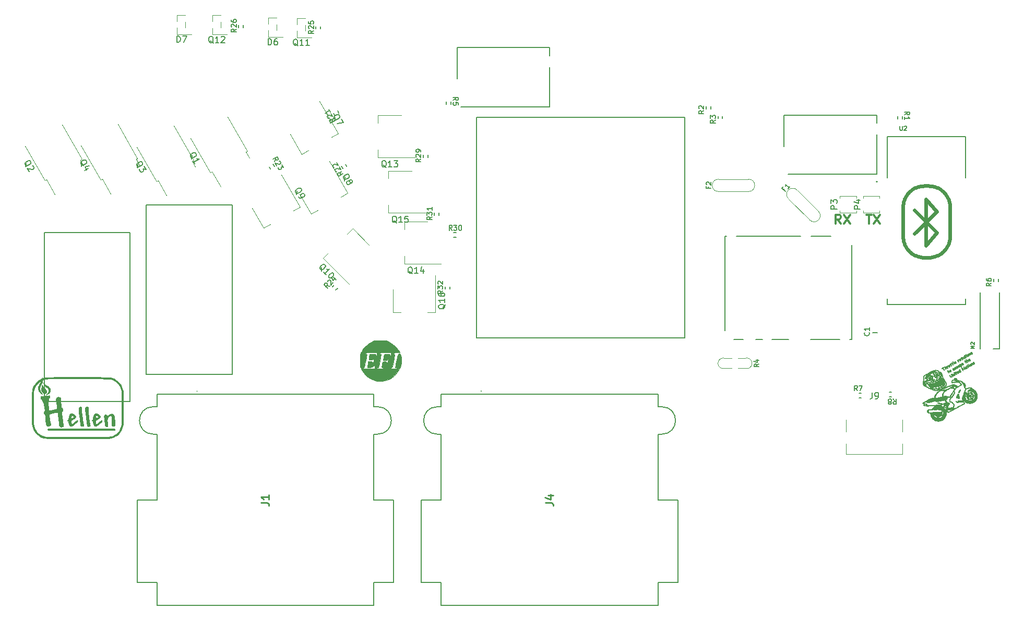
<source format=gto>
G04 #@! TF.GenerationSoftware,KiCad,Pcbnew,7.0.9-7.0.9~ubuntu22.04.1*
G04 #@! TF.CreationDate,2023-12-28T06:41:21+00:00*
G04 #@! TF.ProjectId,uaeficopiedtovfr,75616566-6963-46f7-9069-6564746f7666,rev?*
G04 #@! TF.SameCoordinates,Original*
G04 #@! TF.FileFunction,Legend,Top*
G04 #@! TF.FilePolarity,Positive*
%FSLAX46Y46*%
G04 Gerber Fmt 4.6, Leading zero omitted, Abs format (unit mm)*
G04 Created by KiCad (PCBNEW 7.0.9-7.0.9~ubuntu22.04.1) date 2023-12-28 06:41:21*
%MOMM*%
%LPD*%
G01*
G04 APERTURE LIST*
%ADD10C,0.300000*%
%ADD11C,0.127000*%
%ADD12C,0.170000*%
%ADD13C,0.150000*%
%ADD14C,0.254000*%
%ADD15C,0.099060*%
%ADD16C,0.120000*%
%ADD17C,0.203200*%
%ADD18C,0.200000*%
%ADD19C,0.100000*%
%ADD20C,0.002540*%
%ADD21C,0.050000*%
%ADD22C,0.013229*%
%ADD23C,0.631031*%
G04 APERTURE END LIST*
D10*
X133186653Y37799172D02*
X132686653Y38513458D01*
X132329510Y37799172D02*
X132329510Y39299172D01*
X132329510Y39299172D02*
X132900939Y39299172D01*
X132900939Y39299172D02*
X133043796Y39227743D01*
X133043796Y39227743D02*
X133115225Y39156315D01*
X133115225Y39156315D02*
X133186653Y39013458D01*
X133186653Y39013458D02*
X133186653Y38799172D01*
X133186653Y38799172D02*
X133115225Y38656315D01*
X133115225Y38656315D02*
X133043796Y38584886D01*
X133043796Y38584886D02*
X132900939Y38513458D01*
X132900939Y38513458D02*
X132329510Y38513458D01*
X133686653Y39299172D02*
X134686653Y37799172D01*
X134686653Y39299172D02*
X133686653Y37799172D01*
X137329510Y39299172D02*
X138186653Y39299172D01*
X137758081Y37799172D02*
X137758081Y39299172D01*
X138543795Y39299172D02*
X139543795Y37799172D01*
X139543795Y39299172D02*
X138543795Y37799172D01*
D11*
X119870911Y15023001D02*
X119508054Y14769001D01*
X119870911Y14587572D02*
X119108911Y14587572D01*
X119108911Y14587572D02*
X119108911Y14877858D01*
X119108911Y14877858D02*
X119145197Y14950429D01*
X119145197Y14950429D02*
X119181483Y14986715D01*
X119181483Y14986715D02*
X119254054Y15023001D01*
X119254054Y15023001D02*
X119362911Y15023001D01*
X119362911Y15023001D02*
X119435483Y14986715D01*
X119435483Y14986715D02*
X119471768Y14950429D01*
X119471768Y14950429D02*
X119508054Y14877858D01*
X119508054Y14877858D02*
X119508054Y14587572D01*
X119362911Y15676143D02*
X119870911Y15676143D01*
X119072626Y15494715D02*
X119616911Y15313286D01*
X119616911Y15313286D02*
X119616911Y15785001D01*
D12*
X143538014Y55509908D02*
X143928490Y55783241D01*
X143538014Y55978479D02*
X144358014Y55978479D01*
X144358014Y55978479D02*
X144358014Y55666098D01*
X144358014Y55666098D02*
X144318966Y55588003D01*
X144318966Y55588003D02*
X144279919Y55548956D01*
X144279919Y55548956D02*
X144201823Y55509908D01*
X144201823Y55509908D02*
X144084681Y55509908D01*
X144084681Y55509908D02*
X144006585Y55548956D01*
X144006585Y55548956D02*
X143967538Y55588003D01*
X143967538Y55588003D02*
X143928490Y55666098D01*
X143928490Y55666098D02*
X143928490Y55978479D01*
X143538014Y54728956D02*
X143538014Y55197527D01*
X143538014Y54963241D02*
X144358014Y54963241D01*
X144358014Y54963241D02*
X144240871Y55041337D01*
X144240871Y55041337D02*
X144162776Y55119432D01*
X144162776Y55119432D02*
X144123728Y55197527D01*
D13*
X63703571Y29699943D02*
X63608333Y29747562D01*
X63608333Y29747562D02*
X63513095Y29842800D01*
X63513095Y29842800D02*
X63370238Y29985658D01*
X63370238Y29985658D02*
X63275000Y30033277D01*
X63275000Y30033277D02*
X63179762Y30033277D01*
X63227381Y29795181D02*
X63132143Y29842800D01*
X63132143Y29842800D02*
X63036905Y29938039D01*
X63036905Y29938039D02*
X62989286Y30128515D01*
X62989286Y30128515D02*
X62989286Y30461848D01*
X62989286Y30461848D02*
X63036905Y30652324D01*
X63036905Y30652324D02*
X63132143Y30747562D01*
X63132143Y30747562D02*
X63227381Y30795181D01*
X63227381Y30795181D02*
X63417857Y30795181D01*
X63417857Y30795181D02*
X63513095Y30747562D01*
X63513095Y30747562D02*
X63608333Y30652324D01*
X63608333Y30652324D02*
X63655952Y30461848D01*
X63655952Y30461848D02*
X63655952Y30128515D01*
X63655952Y30128515D02*
X63608333Y29938039D01*
X63608333Y29938039D02*
X63513095Y29842800D01*
X63513095Y29842800D02*
X63417857Y29795181D01*
X63417857Y29795181D02*
X63227381Y29795181D01*
X64608333Y29795181D02*
X64036905Y29795181D01*
X64322619Y29795181D02*
X64322619Y30795181D01*
X64322619Y30795181D02*
X64227381Y30652324D01*
X64227381Y30652324D02*
X64132143Y30557086D01*
X64132143Y30557086D02*
X64036905Y30509467D01*
X65465476Y30461848D02*
X65465476Y29795181D01*
X65227381Y30842800D02*
X64989286Y30128515D01*
X64989286Y30128515D02*
X65608333Y30128515D01*
D14*
X85249318Y-7468332D02*
X86156461Y-7468332D01*
X86156461Y-7468332D02*
X86337889Y-7528809D01*
X86337889Y-7528809D02*
X86458842Y-7649761D01*
X86458842Y-7649761D02*
X86519318Y-7831190D01*
X86519318Y-7831190D02*
X86519318Y-7952142D01*
X85672651Y-6319285D02*
X86519318Y-6319285D01*
X85188842Y-6621666D02*
X86095984Y-6924047D01*
X86095984Y-6924047D02*
X86095984Y-6137856D01*
D13*
X52648131Y44807451D02*
X52641751Y44913739D01*
X52641751Y44913739D02*
X52676611Y45043836D01*
X52676611Y45043836D02*
X52728900Y45238983D01*
X52728900Y45238983D02*
X52722520Y45345271D01*
X52722520Y45345271D02*
X52674901Y45427750D01*
X52492514Y45267463D02*
X52486135Y45373751D01*
X52486135Y45373751D02*
X52520994Y45503848D01*
X52520994Y45503848D02*
X52662142Y45640326D01*
X52662142Y45640326D02*
X52950817Y45806992D01*
X52950817Y45806992D02*
X53139584Y45860991D01*
X53139584Y45860991D02*
X53269681Y45826132D01*
X53269681Y45826132D02*
X53358540Y45767463D01*
X53358540Y45767463D02*
X53453778Y45602505D01*
X53453778Y45602505D02*
X53460158Y45496217D01*
X53460158Y45496217D02*
X53425298Y45366120D01*
X53425298Y45366120D02*
X53284150Y45229642D01*
X53284150Y45229642D02*
X52995475Y45062976D01*
X52995475Y45062976D02*
X52806708Y45008977D01*
X52806708Y45008977D02*
X52676611Y45043836D01*
X52676611Y45043836D02*
X52587752Y45102505D01*
X52587752Y45102505D02*
X52492514Y45267463D01*
X53487386Y44687152D02*
X53481006Y44793440D01*
X53481006Y44793440D02*
X53498436Y44858489D01*
X53498436Y44858489D02*
X53557105Y44947347D01*
X53557105Y44947347D02*
X53598344Y44971156D01*
X53598344Y44971156D02*
X53704633Y44977536D01*
X53704633Y44977536D02*
X53769681Y44960106D01*
X53769681Y44960106D02*
X53858540Y44901437D01*
X53858540Y44901437D02*
X53953778Y44736480D01*
X53953778Y44736480D02*
X53960158Y44630192D01*
X53960158Y44630192D02*
X53942728Y44565143D01*
X53942728Y44565143D02*
X53884059Y44476285D01*
X53884059Y44476285D02*
X53842819Y44452475D01*
X53842819Y44452475D02*
X53736531Y44446095D01*
X53736531Y44446095D02*
X53671482Y44463525D01*
X53671482Y44463525D02*
X53582624Y44522194D01*
X53582624Y44522194D02*
X53487386Y44687152D01*
X53487386Y44687152D02*
X53398528Y44745821D01*
X53398528Y44745821D02*
X53333479Y44763250D01*
X53333479Y44763250D02*
X53227191Y44756871D01*
X53227191Y44756871D02*
X53062233Y44661633D01*
X53062233Y44661633D02*
X53003564Y44572774D01*
X53003564Y44572774D02*
X52986135Y44507725D01*
X52986135Y44507725D02*
X52992514Y44401437D01*
X52992514Y44401437D02*
X53087752Y44236480D01*
X53087752Y44236480D02*
X53176611Y44177811D01*
X53176611Y44177811D02*
X53241660Y44160381D01*
X53241660Y44160381D02*
X53347948Y44166761D01*
X53347948Y44166761D02*
X53512905Y44261999D01*
X53512905Y44261999D02*
X53571574Y44350857D01*
X53571574Y44350857D02*
X53589004Y44415906D01*
X53589004Y44415906D02*
X53582624Y44522194D01*
D12*
X141684907Y9336986D02*
X141958240Y8946510D01*
X142153478Y9336986D02*
X142153478Y8516986D01*
X142153478Y8516986D02*
X141841097Y8516986D01*
X141841097Y8516986D02*
X141763002Y8556034D01*
X141763002Y8556034D02*
X141723955Y8595081D01*
X141723955Y8595081D02*
X141684907Y8673177D01*
X141684907Y8673177D02*
X141684907Y8790319D01*
X141684907Y8790319D02*
X141723955Y8868415D01*
X141723955Y8868415D02*
X141763002Y8907462D01*
X141763002Y8907462D02*
X141841097Y8946510D01*
X141841097Y8946510D02*
X142153478Y8946510D01*
X141216336Y8868415D02*
X141294431Y8829367D01*
X141294431Y8829367D02*
X141333478Y8790319D01*
X141333478Y8790319D02*
X141372526Y8712224D01*
X141372526Y8712224D02*
X141372526Y8673177D01*
X141372526Y8673177D02*
X141333478Y8595081D01*
X141333478Y8595081D02*
X141294431Y8556034D01*
X141294431Y8556034D02*
X141216336Y8516986D01*
X141216336Y8516986D02*
X141060145Y8516986D01*
X141060145Y8516986D02*
X140982050Y8556034D01*
X140982050Y8556034D02*
X140943002Y8595081D01*
X140943002Y8595081D02*
X140903955Y8673177D01*
X140903955Y8673177D02*
X140903955Y8712224D01*
X140903955Y8712224D02*
X140943002Y8790319D01*
X140943002Y8790319D02*
X140982050Y8829367D01*
X140982050Y8829367D02*
X141060145Y8868415D01*
X141060145Y8868415D02*
X141216336Y8868415D01*
X141216336Y8868415D02*
X141294431Y8907462D01*
X141294431Y8907462D02*
X141333478Y8946510D01*
X141333478Y8946510D02*
X141372526Y9024605D01*
X141372526Y9024605D02*
X141372526Y9180796D01*
X141372526Y9180796D02*
X141333478Y9258891D01*
X141333478Y9258891D02*
X141294431Y9297938D01*
X141294431Y9297938D02*
X141216336Y9336986D01*
X141216336Y9336986D02*
X141060145Y9336986D01*
X141060145Y9336986D02*
X140982050Y9297938D01*
X140982050Y9297938D02*
X140943002Y9258891D01*
X140943002Y9258891D02*
X140903955Y9180796D01*
X140903955Y9180796D02*
X140903955Y9024605D01*
X140903955Y9024605D02*
X140943002Y8946510D01*
X140943002Y8946510D02*
X140982050Y8907462D01*
X140982050Y8907462D02*
X141060145Y8868415D01*
D13*
X48977395Y30105745D02*
X48943723Y30206760D01*
X48943723Y30206760D02*
X48943723Y30341447D01*
X48943723Y30341447D02*
X48943723Y30543478D01*
X48943723Y30543478D02*
X48910051Y30644493D01*
X48910051Y30644493D02*
X48842708Y30711837D01*
X48708021Y30509806D02*
X48674349Y30610821D01*
X48674349Y30610821D02*
X48674349Y30745508D01*
X48674349Y30745508D02*
X48775364Y30913867D01*
X48775364Y30913867D02*
X49011066Y31149569D01*
X49011066Y31149569D02*
X49179425Y31250585D01*
X49179425Y31250585D02*
X49314112Y31250585D01*
X49314112Y31250585D02*
X49415127Y31216913D01*
X49415127Y31216913D02*
X49549814Y31082226D01*
X49549814Y31082226D02*
X49583486Y30981211D01*
X49583486Y30981211D02*
X49583486Y30846524D01*
X49583486Y30846524D02*
X49482471Y30678165D01*
X49482471Y30678165D02*
X49246769Y30442463D01*
X49246769Y30442463D02*
X49078410Y30341447D01*
X49078410Y30341447D02*
X48943723Y30341447D01*
X48943723Y30341447D02*
X48842708Y30375119D01*
X48842708Y30375119D02*
X48708021Y30509806D01*
X49684501Y29533325D02*
X49280440Y29937386D01*
X49482471Y29735356D02*
X50189578Y30442463D01*
X50189578Y30442463D02*
X50021219Y30408791D01*
X50021219Y30408791D02*
X49886532Y30408791D01*
X49886532Y30408791D02*
X49785517Y30442463D01*
X50829341Y29802699D02*
X50896685Y29735356D01*
X50896685Y29735356D02*
X50930356Y29634341D01*
X50930356Y29634341D02*
X50930356Y29566997D01*
X50930356Y29566997D02*
X50896685Y29465982D01*
X50896685Y29465982D02*
X50795669Y29297623D01*
X50795669Y29297623D02*
X50627311Y29129264D01*
X50627311Y29129264D02*
X50458952Y29028249D01*
X50458952Y29028249D02*
X50357936Y28994577D01*
X50357936Y28994577D02*
X50290593Y28994577D01*
X50290593Y28994577D02*
X50189578Y29028249D01*
X50189578Y29028249D02*
X50122234Y29095593D01*
X50122234Y29095593D02*
X50088562Y29196608D01*
X50088562Y29196608D02*
X50088562Y29263951D01*
X50088562Y29263951D02*
X50122234Y29364967D01*
X50122234Y29364967D02*
X50223249Y29533325D01*
X50223249Y29533325D02*
X50391608Y29701684D01*
X50391608Y29701684D02*
X50559967Y29802699D01*
X50559967Y29802699D02*
X50660982Y29836371D01*
X50660982Y29836371D02*
X50728326Y29836371D01*
X50728326Y29836371D02*
X50829341Y29802699D01*
D12*
X68611985Y26940093D02*
X68221509Y26666760D01*
X68611985Y26471522D02*
X67791985Y26471522D01*
X67791985Y26471522D02*
X67791985Y26783903D01*
X67791985Y26783903D02*
X67831033Y26861998D01*
X67831033Y26861998D02*
X67870080Y26901045D01*
X67870080Y26901045D02*
X67948176Y26940093D01*
X67948176Y26940093D02*
X68065318Y26940093D01*
X68065318Y26940093D02*
X68143414Y26901045D01*
X68143414Y26901045D02*
X68182461Y26861998D01*
X68182461Y26861998D02*
X68221509Y26783903D01*
X68221509Y26783903D02*
X68221509Y26471522D01*
X67791985Y27213426D02*
X67791985Y27721045D01*
X67791985Y27721045D02*
X68104366Y27447712D01*
X68104366Y27447712D02*
X68104366Y27564855D01*
X68104366Y27564855D02*
X68143414Y27642950D01*
X68143414Y27642950D02*
X68182461Y27681998D01*
X68182461Y27681998D02*
X68260557Y27721045D01*
X68260557Y27721045D02*
X68455795Y27721045D01*
X68455795Y27721045D02*
X68533890Y27681998D01*
X68533890Y27681998D02*
X68572938Y27642950D01*
X68572938Y27642950D02*
X68611985Y27564855D01*
X68611985Y27564855D02*
X68611985Y27330569D01*
X68611985Y27330569D02*
X68572938Y27252474D01*
X68572938Y27252474D02*
X68533890Y27213426D01*
X67870080Y28033426D02*
X67831033Y28072474D01*
X67831033Y28072474D02*
X67791985Y28150569D01*
X67791985Y28150569D02*
X67791985Y28345807D01*
X67791985Y28345807D02*
X67831033Y28423902D01*
X67831033Y28423902D02*
X67870080Y28462950D01*
X67870080Y28462950D02*
X67948176Y28501997D01*
X67948176Y28501997D02*
X68026271Y28501997D01*
X68026271Y28501997D02*
X68143414Y28462950D01*
X68143414Y28462950D02*
X68611985Y27994378D01*
X68611985Y27994378D02*
X68611985Y28501997D01*
D13*
X154880573Y17566742D02*
X154280573Y17566742D01*
X154280573Y17566742D02*
X154709144Y17766742D01*
X154709144Y17766742D02*
X154280573Y17966742D01*
X154280573Y17966742D02*
X154880573Y17966742D01*
X154337716Y18223884D02*
X154309144Y18252456D01*
X154309144Y18252456D02*
X154280573Y18309598D01*
X154280573Y18309598D02*
X154280573Y18452456D01*
X154280573Y18452456D02*
X154309144Y18509598D01*
X154309144Y18509598D02*
X154337716Y18538170D01*
X154337716Y18538170D02*
X154394859Y18566741D01*
X154394859Y18566741D02*
X154452002Y18566741D01*
X154452002Y18566741D02*
X154537716Y18538170D01*
X154537716Y18538170D02*
X154880573Y18195313D01*
X154880573Y18195313D02*
X154880573Y18566741D01*
D12*
X110961985Y56190093D02*
X110571509Y55916760D01*
X110961985Y55721522D02*
X110141985Y55721522D01*
X110141985Y55721522D02*
X110141985Y56033903D01*
X110141985Y56033903D02*
X110181033Y56111998D01*
X110181033Y56111998D02*
X110220080Y56151045D01*
X110220080Y56151045D02*
X110298176Y56190093D01*
X110298176Y56190093D02*
X110415318Y56190093D01*
X110415318Y56190093D02*
X110493414Y56151045D01*
X110493414Y56151045D02*
X110532461Y56111998D01*
X110532461Y56111998D02*
X110571509Y56033903D01*
X110571509Y56033903D02*
X110571509Y55721522D01*
X110220080Y56502474D02*
X110181033Y56541522D01*
X110181033Y56541522D02*
X110141985Y56619617D01*
X110141985Y56619617D02*
X110141985Y56814855D01*
X110141985Y56814855D02*
X110181033Y56892950D01*
X110181033Y56892950D02*
X110220080Y56931998D01*
X110220080Y56931998D02*
X110298176Y56971045D01*
X110298176Y56971045D02*
X110376271Y56971045D01*
X110376271Y56971045D02*
X110493414Y56931998D01*
X110493414Y56931998D02*
X110961985Y56463426D01*
X110961985Y56463426D02*
X110961985Y56971045D01*
X66861985Y38940093D02*
X66471509Y38666760D01*
X66861985Y38471522D02*
X66041985Y38471522D01*
X66041985Y38471522D02*
X66041985Y38783903D01*
X66041985Y38783903D02*
X66081033Y38861998D01*
X66081033Y38861998D02*
X66120080Y38901045D01*
X66120080Y38901045D02*
X66198176Y38940093D01*
X66198176Y38940093D02*
X66315318Y38940093D01*
X66315318Y38940093D02*
X66393414Y38901045D01*
X66393414Y38901045D02*
X66432461Y38861998D01*
X66432461Y38861998D02*
X66471509Y38783903D01*
X66471509Y38783903D02*
X66471509Y38471522D01*
X66041985Y39213426D02*
X66041985Y39721045D01*
X66041985Y39721045D02*
X66354366Y39447712D01*
X66354366Y39447712D02*
X66354366Y39564855D01*
X66354366Y39564855D02*
X66393414Y39642950D01*
X66393414Y39642950D02*
X66432461Y39681998D01*
X66432461Y39681998D02*
X66510557Y39721045D01*
X66510557Y39721045D02*
X66705795Y39721045D01*
X66705795Y39721045D02*
X66783890Y39681998D01*
X66783890Y39681998D02*
X66822938Y39642950D01*
X66822938Y39642950D02*
X66861985Y39564855D01*
X66861985Y39564855D02*
X66861985Y39330569D01*
X66861985Y39330569D02*
X66822938Y39252474D01*
X66822938Y39252474D02*
X66783890Y39213426D01*
X66861985Y40501997D02*
X66861985Y40033426D01*
X66861985Y40267712D02*
X66041985Y40267712D01*
X66041985Y40267712D02*
X66159128Y40189616D01*
X66159128Y40189616D02*
X66237223Y40111521D01*
X66237223Y40111521D02*
X66276271Y40033426D01*
X41305836Y47879799D02*
X41507331Y48311751D01*
X41071550Y48285594D02*
X41781691Y48695594D01*
X41781691Y48695594D02*
X41937881Y48425064D01*
X41937881Y48425064D02*
X41943113Y48337908D01*
X41943113Y48337908D02*
X41928820Y48284568D01*
X41928820Y48284568D02*
X41880712Y48211704D01*
X41880712Y48211704D02*
X41779263Y48153133D01*
X41779263Y48153133D02*
X41692107Y48147901D01*
X41692107Y48147901D02*
X41638767Y48162194D01*
X41638767Y48162194D02*
X41565903Y48210302D01*
X41565903Y48210302D02*
X41409712Y48480832D01*
X42104535Y47980222D02*
X42157875Y47965929D01*
X42157875Y47965929D02*
X42230739Y47917821D01*
X42230739Y47917821D02*
X42328358Y47748740D01*
X42328358Y47748740D02*
X42333589Y47661583D01*
X42333589Y47661583D02*
X42319297Y47608243D01*
X42319297Y47608243D02*
X42271188Y47535379D01*
X42271188Y47535379D02*
X42203555Y47496332D01*
X42203555Y47496332D02*
X42082583Y47471577D01*
X42082583Y47471577D02*
X41442502Y47643086D01*
X41442502Y47643086D02*
X41696312Y47203475D01*
X42543119Y47376761D02*
X42796929Y46937150D01*
X42796929Y46937150D02*
X42389732Y47017674D01*
X42389732Y47017674D02*
X42448304Y46916225D01*
X42448304Y46916225D02*
X42453535Y46829069D01*
X42453535Y46829069D02*
X42439243Y46775729D01*
X42439243Y46775729D02*
X42391134Y46702865D01*
X42391134Y46702865D02*
X42222053Y46605246D01*
X42222053Y46605246D02*
X42134897Y46600014D01*
X42134897Y46600014D02*
X42081557Y46614307D01*
X42081557Y46614307D02*
X42008693Y46662415D01*
X42008693Y46662415D02*
X41891550Y46865313D01*
X41891550Y46865313D02*
X41886318Y46952469D01*
X41886318Y46952469D02*
X41900611Y47005809D01*
D13*
X69025057Y24728572D02*
X68977438Y24633334D01*
X68977438Y24633334D02*
X68882200Y24538096D01*
X68882200Y24538096D02*
X68739342Y24395239D01*
X68739342Y24395239D02*
X68691723Y24300001D01*
X68691723Y24300001D02*
X68691723Y24204763D01*
X68929819Y24252382D02*
X68882200Y24157144D01*
X68882200Y24157144D02*
X68786961Y24061906D01*
X68786961Y24061906D02*
X68596485Y24014287D01*
X68596485Y24014287D02*
X68263152Y24014287D01*
X68263152Y24014287D02*
X68072676Y24061906D01*
X68072676Y24061906D02*
X67977438Y24157144D01*
X67977438Y24157144D02*
X67929819Y24252382D01*
X67929819Y24252382D02*
X67929819Y24442858D01*
X67929819Y24442858D02*
X67977438Y24538096D01*
X67977438Y24538096D02*
X68072676Y24633334D01*
X68072676Y24633334D02*
X68263152Y24680953D01*
X68263152Y24680953D02*
X68596485Y24680953D01*
X68596485Y24680953D02*
X68786961Y24633334D01*
X68786961Y24633334D02*
X68882200Y24538096D01*
X68882200Y24538096D02*
X68929819Y24442858D01*
X68929819Y24442858D02*
X68929819Y24252382D01*
X68929819Y25633334D02*
X68929819Y25061906D01*
X68929819Y25347620D02*
X67929819Y25347620D01*
X67929819Y25347620D02*
X68072676Y25252382D01*
X68072676Y25252382D02*
X68167914Y25157144D01*
X68167914Y25157144D02*
X68215533Y25061906D01*
X67929819Y26490477D02*
X67929819Y26300001D01*
X67929819Y26300001D02*
X67977438Y26204763D01*
X67977438Y26204763D02*
X68025057Y26157144D01*
X68025057Y26157144D02*
X68167914Y26061906D01*
X68167914Y26061906D02*
X68358390Y26014287D01*
X68358390Y26014287D02*
X68739342Y26014287D01*
X68739342Y26014287D02*
X68834580Y26061906D01*
X68834580Y26061906D02*
X68882200Y26109525D01*
X68882200Y26109525D02*
X68929819Y26204763D01*
X68929819Y26204763D02*
X68929819Y26395239D01*
X68929819Y26395239D02*
X68882200Y26490477D01*
X68882200Y26490477D02*
X68834580Y26538096D01*
X68834580Y26538096D02*
X68739342Y26585715D01*
X68739342Y26585715D02*
X68501247Y26585715D01*
X68501247Y26585715D02*
X68406009Y26538096D01*
X68406009Y26538096D02*
X68358390Y26490477D01*
X68358390Y26490477D02*
X68310771Y26395239D01*
X68310771Y26395239D02*
X68310771Y26204763D01*
X68310771Y26204763D02*
X68358390Y26109525D01*
X68358390Y26109525D02*
X68406009Y26061906D01*
X68406009Y26061906D02*
X68501247Y26014287D01*
X44898131Y42557451D02*
X44891751Y42663739D01*
X44891751Y42663739D02*
X44926611Y42793836D01*
X44926611Y42793836D02*
X44978900Y42988983D01*
X44978900Y42988983D02*
X44972520Y43095271D01*
X44972520Y43095271D02*
X44924901Y43177750D01*
X44742514Y43017463D02*
X44736135Y43123751D01*
X44736135Y43123751D02*
X44770994Y43253848D01*
X44770994Y43253848D02*
X44912142Y43390326D01*
X44912142Y43390326D02*
X45200817Y43556992D01*
X45200817Y43556992D02*
X45389584Y43610991D01*
X45389584Y43610991D02*
X45519681Y43576132D01*
X45519681Y43576132D02*
X45608540Y43517463D01*
X45608540Y43517463D02*
X45703778Y43352505D01*
X45703778Y43352505D02*
X45710158Y43246217D01*
X45710158Y43246217D02*
X45675298Y43116120D01*
X45675298Y43116120D02*
X45534150Y42979642D01*
X45534150Y42979642D02*
X45245475Y42812976D01*
X45245475Y42812976D02*
X45056708Y42758977D01*
X45056708Y42758977D02*
X44926611Y42793836D01*
X44926611Y42793836D02*
X44837752Y42852505D01*
X44837752Y42852505D02*
X44742514Y43017463D01*
X45194895Y42233916D02*
X45290133Y42068959D01*
X45290133Y42068959D02*
X45378992Y42010290D01*
X45378992Y42010290D02*
X45444041Y41992860D01*
X45444041Y41992860D02*
X45615378Y41981810D01*
X45615378Y41981810D02*
X45804144Y42035809D01*
X45804144Y42035809D02*
X46134059Y42226285D01*
X46134059Y42226285D02*
X46192728Y42315143D01*
X46192728Y42315143D02*
X46210158Y42380192D01*
X46210158Y42380192D02*
X46203778Y42486480D01*
X46203778Y42486480D02*
X46108540Y42651437D01*
X46108540Y42651437D02*
X46019681Y42710106D01*
X46019681Y42710106D02*
X45954633Y42727536D01*
X45954633Y42727536D02*
X45848344Y42721156D01*
X45848344Y42721156D02*
X45642148Y42602109D01*
X45642148Y42602109D02*
X45583479Y42513250D01*
X45583479Y42513250D02*
X45566049Y42448202D01*
X45566049Y42448202D02*
X45572429Y42341913D01*
X45572429Y42341913D02*
X45667667Y42176956D01*
X45667667Y42176956D02*
X45756525Y42118287D01*
X45756525Y42118287D02*
X45821574Y42100857D01*
X45821574Y42100857D02*
X45927862Y42107237D01*
X59453571Y46949943D02*
X59358333Y46997562D01*
X59358333Y46997562D02*
X59263095Y47092800D01*
X59263095Y47092800D02*
X59120238Y47235658D01*
X59120238Y47235658D02*
X59025000Y47283277D01*
X59025000Y47283277D02*
X58929762Y47283277D01*
X58977381Y47045181D02*
X58882143Y47092800D01*
X58882143Y47092800D02*
X58786905Y47188039D01*
X58786905Y47188039D02*
X58739286Y47378515D01*
X58739286Y47378515D02*
X58739286Y47711848D01*
X58739286Y47711848D02*
X58786905Y47902324D01*
X58786905Y47902324D02*
X58882143Y47997562D01*
X58882143Y47997562D02*
X58977381Y48045181D01*
X58977381Y48045181D02*
X59167857Y48045181D01*
X59167857Y48045181D02*
X59263095Y47997562D01*
X59263095Y47997562D02*
X59358333Y47902324D01*
X59358333Y47902324D02*
X59405952Y47711848D01*
X59405952Y47711848D02*
X59405952Y47378515D01*
X59405952Y47378515D02*
X59358333Y47188039D01*
X59358333Y47188039D02*
X59263095Y47092800D01*
X59263095Y47092800D02*
X59167857Y47045181D01*
X59167857Y47045181D02*
X58977381Y47045181D01*
X60358333Y47045181D02*
X59786905Y47045181D01*
X60072619Y47045181D02*
X60072619Y48045181D01*
X60072619Y48045181D02*
X59977381Y47902324D01*
X59977381Y47902324D02*
X59882143Y47807086D01*
X59882143Y47807086D02*
X59786905Y47759467D01*
X60691667Y48045181D02*
X61310714Y48045181D01*
X61310714Y48045181D02*
X60977381Y47664229D01*
X60977381Y47664229D02*
X61120238Y47664229D01*
X61120238Y47664229D02*
X61215476Y47616610D01*
X61215476Y47616610D02*
X61263095Y47568991D01*
X61263095Y47568991D02*
X61310714Y47473753D01*
X61310714Y47473753D02*
X61310714Y47235658D01*
X61310714Y47235658D02*
X61263095Y47140420D01*
X61263095Y47140420D02*
X61215476Y47092800D01*
X61215476Y47092800D02*
X61120238Y47045181D01*
X61120238Y47045181D02*
X60834524Y47045181D01*
X60834524Y47045181D02*
X60739286Y47092800D01*
X60739286Y47092800D02*
X60691667Y47140420D01*
D12*
X35111985Y69440093D02*
X34721509Y69166760D01*
X35111985Y68971522D02*
X34291985Y68971522D01*
X34291985Y68971522D02*
X34291985Y69283903D01*
X34291985Y69283903D02*
X34331033Y69361998D01*
X34331033Y69361998D02*
X34370080Y69401045D01*
X34370080Y69401045D02*
X34448176Y69440093D01*
X34448176Y69440093D02*
X34565318Y69440093D01*
X34565318Y69440093D02*
X34643414Y69401045D01*
X34643414Y69401045D02*
X34682461Y69361998D01*
X34682461Y69361998D02*
X34721509Y69283903D01*
X34721509Y69283903D02*
X34721509Y68971522D01*
X34370080Y69752474D02*
X34331033Y69791522D01*
X34331033Y69791522D02*
X34291985Y69869617D01*
X34291985Y69869617D02*
X34291985Y70064855D01*
X34291985Y70064855D02*
X34331033Y70142950D01*
X34331033Y70142950D02*
X34370080Y70181998D01*
X34370080Y70181998D02*
X34448176Y70221045D01*
X34448176Y70221045D02*
X34526271Y70221045D01*
X34526271Y70221045D02*
X34643414Y70181998D01*
X34643414Y70181998D02*
X35111985Y69713426D01*
X35111985Y69713426D02*
X35111985Y70221045D01*
X34291985Y70923902D02*
X34291985Y70767712D01*
X34291985Y70767712D02*
X34331033Y70689616D01*
X34331033Y70689616D02*
X34370080Y70650569D01*
X34370080Y70650569D02*
X34487223Y70572474D01*
X34487223Y70572474D02*
X34643414Y70533426D01*
X34643414Y70533426D02*
X34955795Y70533426D01*
X34955795Y70533426D02*
X35033890Y70572474D01*
X35033890Y70572474D02*
X35072938Y70611521D01*
X35072938Y70611521D02*
X35111985Y70689616D01*
X35111985Y70689616D02*
X35111985Y70845807D01*
X35111985Y70845807D02*
X35072938Y70923902D01*
X35072938Y70923902D02*
X35033890Y70962950D01*
X35033890Y70962950D02*
X34955795Y71001997D01*
X34955795Y71001997D02*
X34760557Y71001997D01*
X34760557Y71001997D02*
X34682461Y70962950D01*
X34682461Y70962950D02*
X34643414Y70923902D01*
X34643414Y70923902D02*
X34604366Y70845807D01*
X34604366Y70845807D02*
X34604366Y70689616D01*
X34604366Y70689616D02*
X34643414Y70611521D01*
X34643414Y70611521D02*
X34682461Y70572474D01*
X34682461Y70572474D02*
X34760557Y70533426D01*
X137747582Y20167534D02*
X137786630Y20128486D01*
X137786630Y20128486D02*
X137825677Y20011343D01*
X137825677Y20011343D02*
X137825677Y19933248D01*
X137825677Y19933248D02*
X137786630Y19816105D01*
X137786630Y19816105D02*
X137708534Y19738009D01*
X137708534Y19738009D02*
X137630439Y19698962D01*
X137630439Y19698962D02*
X137474248Y19659914D01*
X137474248Y19659914D02*
X137357105Y19659914D01*
X137357105Y19659914D02*
X137200915Y19698962D01*
X137200915Y19698962D02*
X137122819Y19738009D01*
X137122819Y19738009D02*
X137044724Y19816105D01*
X137044724Y19816105D02*
X137005676Y19933248D01*
X137005676Y19933248D02*
X137005676Y20011343D01*
X137005676Y20011343D02*
X137044724Y20128486D01*
X137044724Y20128486D02*
X137083772Y20167534D01*
X137825677Y20948487D02*
X137825677Y20479915D01*
X137825677Y20714201D02*
X137005676Y20714201D01*
X137005676Y20714201D02*
X137122819Y20636106D01*
X137122819Y20636106D02*
X137200915Y20558010D01*
X137200915Y20558010D02*
X137239962Y20479915D01*
D13*
X51098131Y54507451D02*
X51091751Y54613739D01*
X51091751Y54613739D02*
X51126611Y54743836D01*
X51126611Y54743836D02*
X51178900Y54938983D01*
X51178900Y54938983D02*
X51172520Y55045271D01*
X51172520Y55045271D02*
X51124901Y55127750D01*
X50942514Y54967463D02*
X50936135Y55073751D01*
X50936135Y55073751D02*
X50970994Y55203848D01*
X50970994Y55203848D02*
X51112142Y55340326D01*
X51112142Y55340326D02*
X51400817Y55506992D01*
X51400817Y55506992D02*
X51589584Y55560991D01*
X51589584Y55560991D02*
X51719681Y55526132D01*
X51719681Y55526132D02*
X51808540Y55467463D01*
X51808540Y55467463D02*
X51903778Y55302505D01*
X51903778Y55302505D02*
X51910158Y55196217D01*
X51910158Y55196217D02*
X51875298Y55066120D01*
X51875298Y55066120D02*
X51734150Y54929642D01*
X51734150Y54929642D02*
X51445475Y54762976D01*
X51445475Y54762976D02*
X51256708Y54708977D01*
X51256708Y54708977D02*
X51126611Y54743836D01*
X51126611Y54743836D02*
X51037752Y54802505D01*
X51037752Y54802505D02*
X50942514Y54967463D01*
X52189492Y54807634D02*
X52522825Y54230284D01*
X52522825Y54230284D02*
X51442514Y54101437D01*
D12*
X70115092Y36763015D02*
X69841759Y37153491D01*
X69646521Y36763015D02*
X69646521Y37583015D01*
X69646521Y37583015D02*
X69958902Y37583015D01*
X69958902Y37583015D02*
X70036997Y37543967D01*
X70036997Y37543967D02*
X70076044Y37504920D01*
X70076044Y37504920D02*
X70115092Y37426824D01*
X70115092Y37426824D02*
X70115092Y37309682D01*
X70115092Y37309682D02*
X70076044Y37231586D01*
X70076044Y37231586D02*
X70036997Y37192539D01*
X70036997Y37192539D02*
X69958902Y37153491D01*
X69958902Y37153491D02*
X69646521Y37153491D01*
X70388425Y37583015D02*
X70896044Y37583015D01*
X70896044Y37583015D02*
X70622711Y37270634D01*
X70622711Y37270634D02*
X70739854Y37270634D01*
X70739854Y37270634D02*
X70817949Y37231586D01*
X70817949Y37231586D02*
X70856997Y37192539D01*
X70856997Y37192539D02*
X70896044Y37114443D01*
X70896044Y37114443D02*
X70896044Y36919205D01*
X70896044Y36919205D02*
X70856997Y36841110D01*
X70856997Y36841110D02*
X70817949Y36802062D01*
X70817949Y36802062D02*
X70739854Y36763015D01*
X70739854Y36763015D02*
X70505568Y36763015D01*
X70505568Y36763015D02*
X70427473Y36802062D01*
X70427473Y36802062D02*
X70388425Y36841110D01*
X71403663Y37583015D02*
X71481758Y37583015D01*
X71481758Y37583015D02*
X71559854Y37543967D01*
X71559854Y37543967D02*
X71598901Y37504920D01*
X71598901Y37504920D02*
X71637949Y37426824D01*
X71637949Y37426824D02*
X71676996Y37270634D01*
X71676996Y37270634D02*
X71676996Y37075396D01*
X71676996Y37075396D02*
X71637949Y36919205D01*
X71637949Y36919205D02*
X71598901Y36841110D01*
X71598901Y36841110D02*
X71559854Y36802062D01*
X71559854Y36802062D02*
X71481758Y36763015D01*
X71481758Y36763015D02*
X71403663Y36763015D01*
X71403663Y36763015D02*
X71325568Y36802062D01*
X71325568Y36802062D02*
X71286520Y36841110D01*
X71286520Y36841110D02*
X71247473Y36919205D01*
X71247473Y36919205D02*
X71208425Y37075396D01*
X71208425Y37075396D02*
X71208425Y37270634D01*
X71208425Y37270634D02*
X71247473Y37426824D01*
X71247473Y37426824D02*
X71286520Y37504920D01*
X71286520Y37504920D02*
X71325568Y37543967D01*
X71325568Y37543967D02*
X71403663Y37583015D01*
X50260263Y27664330D02*
X49790879Y27747162D01*
X49928933Y27333000D02*
X49349105Y27912827D01*
X49349105Y27912827D02*
X49569992Y28133714D01*
X49569992Y28133714D02*
X49652825Y28161325D01*
X49652825Y28161325D02*
X49708046Y28161325D01*
X49708046Y28161325D02*
X49790879Y28133714D01*
X49790879Y28133714D02*
X49873711Y28050882D01*
X49873711Y28050882D02*
X49901322Y27968049D01*
X49901322Y27968049D02*
X49901322Y27912827D01*
X49901322Y27912827D02*
X49873711Y27829995D01*
X49873711Y27829995D02*
X49652825Y27609108D01*
X49956544Y28409822D02*
X49956544Y28465044D01*
X49956544Y28465044D02*
X49984155Y28547877D01*
X49984155Y28547877D02*
X50122209Y28685931D01*
X50122209Y28685931D02*
X50205041Y28713542D01*
X50205041Y28713542D02*
X50260263Y28713542D01*
X50260263Y28713542D02*
X50343095Y28685931D01*
X50343095Y28685931D02*
X50398317Y28630709D01*
X50398317Y28630709D02*
X50453539Y28520266D01*
X50453539Y28520266D02*
X50453539Y27857606D01*
X50453539Y27857606D02*
X50812480Y28216547D01*
X50922923Y29100093D02*
X51309474Y28713541D01*
X50563982Y29182926D02*
X50840090Y28630709D01*
X50840090Y28630709D02*
X51199031Y28989650D01*
D13*
X132579819Y40211906D02*
X131579819Y40211906D01*
X131579819Y40211906D02*
X131579819Y40592858D01*
X131579819Y40592858D02*
X131627438Y40688096D01*
X131627438Y40688096D02*
X131675057Y40735715D01*
X131675057Y40735715D02*
X131770295Y40783334D01*
X131770295Y40783334D02*
X131913152Y40783334D01*
X131913152Y40783334D02*
X132008390Y40735715D01*
X132008390Y40735715D02*
X132056009Y40688096D01*
X132056009Y40688096D02*
X132103628Y40592858D01*
X132103628Y40592858D02*
X132103628Y40211906D01*
X131579819Y41116668D02*
X131579819Y41735715D01*
X131579819Y41735715D02*
X131960771Y41402382D01*
X131960771Y41402382D02*
X131960771Y41545239D01*
X131960771Y41545239D02*
X132008390Y41640477D01*
X132008390Y41640477D02*
X132056009Y41688096D01*
X132056009Y41688096D02*
X132151247Y41735715D01*
X132151247Y41735715D02*
X132389342Y41735715D01*
X132389342Y41735715D02*
X132484580Y41688096D01*
X132484580Y41688096D02*
X132532200Y41640477D01*
X132532200Y41640477D02*
X132579819Y41545239D01*
X132579819Y41545239D02*
X132579819Y41259525D01*
X132579819Y41259525D02*
X132532200Y41164287D01*
X132532200Y41164287D02*
X132484580Y41116668D01*
X138291666Y10410181D02*
X138291666Y9695896D01*
X138291666Y9695896D02*
X138244047Y9553039D01*
X138244047Y9553039D02*
X138148809Y9457800D01*
X138148809Y9457800D02*
X138005952Y9410181D01*
X138005952Y9410181D02*
X137910714Y9410181D01*
X138815476Y9410181D02*
X139005952Y9410181D01*
X139005952Y9410181D02*
X139101190Y9457800D01*
X139101190Y9457800D02*
X139148809Y9505420D01*
X139148809Y9505420D02*
X139244047Y9648277D01*
X139244047Y9648277D02*
X139291666Y9838753D01*
X139291666Y9838753D02*
X139291666Y10219705D01*
X139291666Y10219705D02*
X139244047Y10314943D01*
X139244047Y10314943D02*
X139196428Y10362562D01*
X139196428Y10362562D02*
X139101190Y10410181D01*
X139101190Y10410181D02*
X138910714Y10410181D01*
X138910714Y10410181D02*
X138815476Y10362562D01*
X138815476Y10362562D02*
X138767857Y10314943D01*
X138767857Y10314943D02*
X138720238Y10219705D01*
X138720238Y10219705D02*
X138720238Y9981610D01*
X138720238Y9981610D02*
X138767857Y9886372D01*
X138767857Y9886372D02*
X138815476Y9838753D01*
X138815476Y9838753D02*
X138910714Y9791134D01*
X138910714Y9791134D02*
X139101190Y9791134D01*
X139101190Y9791134D02*
X139196428Y9838753D01*
X139196428Y9838753D02*
X139244047Y9886372D01*
X139244047Y9886372D02*
X139291666Y9981610D01*
X19100714Y46853166D02*
X19094334Y46959454D01*
X19094334Y46959454D02*
X19129194Y47089551D01*
X19129194Y47089551D02*
X19181483Y47284698D01*
X19181483Y47284698D02*
X19175103Y47390986D01*
X19175103Y47390986D02*
X19127484Y47473465D01*
X18945097Y47313178D02*
X18938718Y47419466D01*
X18938718Y47419466D02*
X18973577Y47549563D01*
X18973577Y47549563D02*
X19114725Y47686041D01*
X19114725Y47686041D02*
X19403400Y47852707D01*
X19403400Y47852707D02*
X19592167Y47906706D01*
X19592167Y47906706D02*
X19722264Y47871847D01*
X19722264Y47871847D02*
X19811123Y47813178D01*
X19811123Y47813178D02*
X19906361Y47648220D01*
X19906361Y47648220D02*
X19912741Y47541932D01*
X19912741Y47541932D02*
X19877881Y47411835D01*
X19877881Y47411835D02*
X19736733Y47275357D01*
X19736733Y47275357D02*
X19448058Y47108691D01*
X19448058Y47108691D02*
X19259291Y47054692D01*
X19259291Y47054692D02*
X19129194Y47089551D01*
X19129194Y47089551D02*
X19040335Y47148220D01*
X19040335Y47148220D02*
X18945097Y47313178D01*
X20192075Y47153349D02*
X20501599Y46617238D01*
X20501599Y46617238D02*
X20005018Y46715437D01*
X20005018Y46715437D02*
X20076446Y46591719D01*
X20076446Y46591719D02*
X20082826Y46485431D01*
X20082826Y46485431D02*
X20065396Y46420382D01*
X20065396Y46420382D02*
X20006727Y46331524D01*
X20006727Y46331524D02*
X19800531Y46212476D01*
X19800531Y46212476D02*
X19694243Y46206096D01*
X19694243Y46206096D02*
X19629194Y46223526D01*
X19629194Y46223526D02*
X19540335Y46282195D01*
X19540335Y46282195D02*
X19397478Y46529631D01*
X19397478Y46529631D02*
X19391099Y46635919D01*
X19391099Y46635919D02*
X19408528Y46700968D01*
X25486905Y67295181D02*
X25486905Y68295181D01*
X25486905Y68295181D02*
X25725000Y68295181D01*
X25725000Y68295181D02*
X25867857Y68247562D01*
X25867857Y68247562D02*
X25963095Y68152324D01*
X25963095Y68152324D02*
X26010714Y68057086D01*
X26010714Y68057086D02*
X26058333Y67866610D01*
X26058333Y67866610D02*
X26058333Y67723753D01*
X26058333Y67723753D02*
X26010714Y67533277D01*
X26010714Y67533277D02*
X25963095Y67438039D01*
X25963095Y67438039D02*
X25867857Y67342800D01*
X25867857Y67342800D02*
X25725000Y67295181D01*
X25725000Y67295181D02*
X25486905Y67295181D01*
X26391667Y68295181D02*
X27058333Y68295181D01*
X27058333Y68295181D02*
X26629762Y67295181D01*
D12*
X70288014Y57859908D02*
X70678490Y58133241D01*
X70288014Y58328479D02*
X71108014Y58328479D01*
X71108014Y58328479D02*
X71108014Y58016098D01*
X71108014Y58016098D02*
X71068966Y57938003D01*
X71068966Y57938003D02*
X71029919Y57898956D01*
X71029919Y57898956D02*
X70951823Y57859908D01*
X70951823Y57859908D02*
X70834681Y57859908D01*
X70834681Y57859908D02*
X70756585Y57898956D01*
X70756585Y57898956D02*
X70717538Y57938003D01*
X70717538Y57938003D02*
X70678490Y58016098D01*
X70678490Y58016098D02*
X70678490Y58328479D01*
X71108014Y57118003D02*
X71108014Y57508479D01*
X71108014Y57508479D02*
X70717538Y57547527D01*
X70717538Y57547527D02*
X70756585Y57508479D01*
X70756585Y57508479D02*
X70795633Y57430384D01*
X70795633Y57430384D02*
X70795633Y57235146D01*
X70795633Y57235146D02*
X70756585Y57157051D01*
X70756585Y57157051D02*
X70717538Y57118003D01*
X70717538Y57118003D02*
X70639442Y57078956D01*
X70639442Y57078956D02*
X70444204Y57078956D01*
X70444204Y57078956D02*
X70366109Y57118003D01*
X70366109Y57118003D02*
X70327062Y57157051D01*
X70327062Y57157051D02*
X70288014Y57235146D01*
X70288014Y57235146D02*
X70288014Y57430384D01*
X70288014Y57430384D02*
X70327062Y57508479D01*
X70327062Y57508479D02*
X70366109Y57547527D01*
D13*
X27850714Y48303166D02*
X27844334Y48409454D01*
X27844334Y48409454D02*
X27879194Y48539551D01*
X27879194Y48539551D02*
X27931483Y48734698D01*
X27931483Y48734698D02*
X27925103Y48840986D01*
X27925103Y48840986D02*
X27877484Y48923465D01*
X27695097Y48763178D02*
X27688718Y48869466D01*
X27688718Y48869466D02*
X27723577Y48999563D01*
X27723577Y48999563D02*
X27864725Y49136041D01*
X27864725Y49136041D02*
X28153400Y49302707D01*
X28153400Y49302707D02*
X28342167Y49356706D01*
X28342167Y49356706D02*
X28472264Y49321847D01*
X28472264Y49321847D02*
X28561123Y49263178D01*
X28561123Y49263178D02*
X28656361Y49098220D01*
X28656361Y49098220D02*
X28662741Y48991932D01*
X28662741Y48991932D02*
X28627881Y48861835D01*
X28627881Y48861835D02*
X28486733Y48725357D01*
X28486733Y48725357D02*
X28198058Y48558691D01*
X28198058Y48558691D02*
X28009291Y48504692D01*
X28009291Y48504692D02*
X27879194Y48539551D01*
X27879194Y48539551D02*
X27790335Y48598220D01*
X27790335Y48598220D02*
X27695097Y48763178D01*
X28385574Y47567238D02*
X28099859Y48062109D01*
X28242716Y47814674D02*
X29108742Y48314674D01*
X29108742Y48314674D02*
X28937405Y48325724D01*
X28937405Y48325724D02*
X28807307Y48360583D01*
X28807307Y48360583D02*
X28718449Y48419252D01*
D12*
X47661985Y69190093D02*
X47271509Y68916760D01*
X47661985Y68721522D02*
X46841985Y68721522D01*
X46841985Y68721522D02*
X46841985Y69033903D01*
X46841985Y69033903D02*
X46881033Y69111998D01*
X46881033Y69111998D02*
X46920080Y69151045D01*
X46920080Y69151045D02*
X46998176Y69190093D01*
X46998176Y69190093D02*
X47115318Y69190093D01*
X47115318Y69190093D02*
X47193414Y69151045D01*
X47193414Y69151045D02*
X47232461Y69111998D01*
X47232461Y69111998D02*
X47271509Y69033903D01*
X47271509Y69033903D02*
X47271509Y68721522D01*
X46920080Y69502474D02*
X46881033Y69541522D01*
X46881033Y69541522D02*
X46841985Y69619617D01*
X46841985Y69619617D02*
X46841985Y69814855D01*
X46841985Y69814855D02*
X46881033Y69892950D01*
X46881033Y69892950D02*
X46920080Y69931998D01*
X46920080Y69931998D02*
X46998176Y69971045D01*
X46998176Y69971045D02*
X47076271Y69971045D01*
X47076271Y69971045D02*
X47193414Y69931998D01*
X47193414Y69931998D02*
X47661985Y69463426D01*
X47661985Y69463426D02*
X47661985Y69971045D01*
X46841985Y70712950D02*
X46841985Y70322474D01*
X46841985Y70322474D02*
X47232461Y70283426D01*
X47232461Y70283426D02*
X47193414Y70322474D01*
X47193414Y70322474D02*
X47154366Y70400569D01*
X47154366Y70400569D02*
X47154366Y70595807D01*
X47154366Y70595807D02*
X47193414Y70673902D01*
X47193414Y70673902D02*
X47232461Y70712950D01*
X47232461Y70712950D02*
X47310557Y70751997D01*
X47310557Y70751997D02*
X47505795Y70751997D01*
X47505795Y70751997D02*
X47583890Y70712950D01*
X47583890Y70712950D02*
X47622938Y70673902D01*
X47622938Y70673902D02*
X47661985Y70595807D01*
X47661985Y70595807D02*
X47661985Y70400569D01*
X47661985Y70400569D02*
X47622938Y70322474D01*
X47622938Y70322474D02*
X47583890Y70283426D01*
X157611985Y28190093D02*
X157221509Y27916760D01*
X157611985Y27721522D02*
X156791985Y27721522D01*
X156791985Y27721522D02*
X156791985Y28033903D01*
X156791985Y28033903D02*
X156831033Y28111998D01*
X156831033Y28111998D02*
X156870080Y28151045D01*
X156870080Y28151045D02*
X156948176Y28190093D01*
X156948176Y28190093D02*
X157065318Y28190093D01*
X157065318Y28190093D02*
X157143414Y28151045D01*
X157143414Y28151045D02*
X157182461Y28111998D01*
X157182461Y28111998D02*
X157221509Y28033903D01*
X157221509Y28033903D02*
X157221509Y27721522D01*
X156791985Y28892950D02*
X156791985Y28736760D01*
X156791985Y28736760D02*
X156831033Y28658664D01*
X156831033Y28658664D02*
X156870080Y28619617D01*
X156870080Y28619617D02*
X156987223Y28541522D01*
X156987223Y28541522D02*
X157143414Y28502474D01*
X157143414Y28502474D02*
X157455795Y28502474D01*
X157455795Y28502474D02*
X157533890Y28541522D01*
X157533890Y28541522D02*
X157572938Y28580569D01*
X157572938Y28580569D02*
X157611985Y28658664D01*
X157611985Y28658664D02*
X157611985Y28814855D01*
X157611985Y28814855D02*
X157572938Y28892950D01*
X157572938Y28892950D02*
X157533890Y28931998D01*
X157533890Y28931998D02*
X157455795Y28971045D01*
X157455795Y28971045D02*
X157260557Y28971045D01*
X157260557Y28971045D02*
X157182461Y28931998D01*
X157182461Y28931998D02*
X157143414Y28892950D01*
X157143414Y28892950D02*
X157104366Y28814855D01*
X157104366Y28814855D02*
X157104366Y28658664D01*
X157104366Y28658664D02*
X157143414Y28580569D01*
X157143414Y28580569D02*
X157182461Y28541522D01*
X157182461Y28541522D02*
X157260557Y28502474D01*
D13*
X10033903Y47116259D02*
X10027523Y47222547D01*
X10027523Y47222547D02*
X10062383Y47352644D01*
X10062383Y47352644D02*
X10114672Y47547791D01*
X10114672Y47547791D02*
X10108292Y47654079D01*
X10108292Y47654079D02*
X10060673Y47736558D01*
X9878286Y47576271D02*
X9871907Y47682559D01*
X9871907Y47682559D02*
X9906766Y47812656D01*
X9906766Y47812656D02*
X10047914Y47949134D01*
X10047914Y47949134D02*
X10336589Y48115800D01*
X10336589Y48115800D02*
X10525356Y48169799D01*
X10525356Y48169799D02*
X10655453Y48134940D01*
X10655453Y48134940D02*
X10744312Y48076271D01*
X10744312Y48076271D02*
X10839550Y47911313D01*
X10839550Y47911313D02*
X10845930Y47805025D01*
X10845930Y47805025D02*
X10811070Y47674928D01*
X10811070Y47674928D02*
X10669922Y47538450D01*
X10669922Y47538450D02*
X10381247Y47371784D01*
X10381247Y47371784D02*
X10192480Y47317785D01*
X10192480Y47317785D02*
X10062383Y47352644D01*
X10062383Y47352644D02*
X9973524Y47411313D01*
X9973524Y47411313D02*
X9878286Y47576271D01*
X11098494Y46796143D02*
X10521143Y46462809D01*
X11309361Y47192815D02*
X10571723Y47041869D01*
X10571723Y47041869D02*
X10881247Y46505758D01*
X31391071Y67149943D02*
X31295833Y67197562D01*
X31295833Y67197562D02*
X31200595Y67292800D01*
X31200595Y67292800D02*
X31057738Y67435658D01*
X31057738Y67435658D02*
X30962500Y67483277D01*
X30962500Y67483277D02*
X30867262Y67483277D01*
X30914881Y67245181D02*
X30819643Y67292800D01*
X30819643Y67292800D02*
X30724405Y67388039D01*
X30724405Y67388039D02*
X30676786Y67578515D01*
X30676786Y67578515D02*
X30676786Y67911848D01*
X30676786Y67911848D02*
X30724405Y68102324D01*
X30724405Y68102324D02*
X30819643Y68197562D01*
X30819643Y68197562D02*
X30914881Y68245181D01*
X30914881Y68245181D02*
X31105357Y68245181D01*
X31105357Y68245181D02*
X31200595Y68197562D01*
X31200595Y68197562D02*
X31295833Y68102324D01*
X31295833Y68102324D02*
X31343452Y67911848D01*
X31343452Y67911848D02*
X31343452Y67578515D01*
X31343452Y67578515D02*
X31295833Y67388039D01*
X31295833Y67388039D02*
X31200595Y67292800D01*
X31200595Y67292800D02*
X31105357Y67245181D01*
X31105357Y67245181D02*
X30914881Y67245181D01*
X32295833Y67245181D02*
X31724405Y67245181D01*
X32010119Y67245181D02*
X32010119Y68245181D01*
X32010119Y68245181D02*
X31914881Y68102324D01*
X31914881Y68102324D02*
X31819643Y68007086D01*
X31819643Y68007086D02*
X31724405Y67959467D01*
X32676786Y68149943D02*
X32724405Y68197562D01*
X32724405Y68197562D02*
X32819643Y68245181D01*
X32819643Y68245181D02*
X33057738Y68245181D01*
X33057738Y68245181D02*
X33152976Y68197562D01*
X33152976Y68197562D02*
X33200595Y68149943D01*
X33200595Y68149943D02*
X33248214Y68054705D01*
X33248214Y68054705D02*
X33248214Y67959467D01*
X33248214Y67959467D02*
X33200595Y67816610D01*
X33200595Y67816610D02*
X32629167Y67245181D01*
X32629167Y67245181D02*
X33248214Y67245181D01*
X136359819Y40211906D02*
X135359819Y40211906D01*
X135359819Y40211906D02*
X135359819Y40592858D01*
X135359819Y40592858D02*
X135407438Y40688096D01*
X135407438Y40688096D02*
X135455057Y40735715D01*
X135455057Y40735715D02*
X135550295Y40783334D01*
X135550295Y40783334D02*
X135693152Y40783334D01*
X135693152Y40783334D02*
X135788390Y40735715D01*
X135788390Y40735715D02*
X135836009Y40688096D01*
X135836009Y40688096D02*
X135883628Y40592858D01*
X135883628Y40592858D02*
X135883628Y40211906D01*
X135693152Y41640477D02*
X136359819Y41640477D01*
X135312200Y41402382D02*
X136026485Y41164287D01*
X136026485Y41164287D02*
X136026485Y41783334D01*
D12*
X65061985Y48340093D02*
X64671509Y48066760D01*
X65061985Y47871522D02*
X64241985Y47871522D01*
X64241985Y47871522D02*
X64241985Y48183903D01*
X64241985Y48183903D02*
X64281033Y48261998D01*
X64281033Y48261998D02*
X64320080Y48301045D01*
X64320080Y48301045D02*
X64398176Y48340093D01*
X64398176Y48340093D02*
X64515318Y48340093D01*
X64515318Y48340093D02*
X64593414Y48301045D01*
X64593414Y48301045D02*
X64632461Y48261998D01*
X64632461Y48261998D02*
X64671509Y48183903D01*
X64671509Y48183903D02*
X64671509Y47871522D01*
X64320080Y48652474D02*
X64281033Y48691522D01*
X64281033Y48691522D02*
X64241985Y48769617D01*
X64241985Y48769617D02*
X64241985Y48964855D01*
X64241985Y48964855D02*
X64281033Y49042950D01*
X64281033Y49042950D02*
X64320080Y49081998D01*
X64320080Y49081998D02*
X64398176Y49121045D01*
X64398176Y49121045D02*
X64476271Y49121045D01*
X64476271Y49121045D02*
X64593414Y49081998D01*
X64593414Y49081998D02*
X65061985Y48613426D01*
X65061985Y48613426D02*
X65061985Y49121045D01*
X65061985Y49511521D02*
X65061985Y49667712D01*
X65061985Y49667712D02*
X65022938Y49745807D01*
X65022938Y49745807D02*
X64983890Y49784855D01*
X64983890Y49784855D02*
X64866747Y49862950D01*
X64866747Y49862950D02*
X64710557Y49901997D01*
X64710557Y49901997D02*
X64398176Y49901997D01*
X64398176Y49901997D02*
X64320080Y49862950D01*
X64320080Y49862950D02*
X64281033Y49823902D01*
X64281033Y49823902D02*
X64241985Y49745807D01*
X64241985Y49745807D02*
X64241985Y49589616D01*
X64241985Y49589616D02*
X64281033Y49511521D01*
X64281033Y49511521D02*
X64320080Y49472474D01*
X64320080Y49472474D02*
X64398176Y49433426D01*
X64398176Y49433426D02*
X64593414Y49433426D01*
X64593414Y49433426D02*
X64671509Y49472474D01*
X64671509Y49472474D02*
X64710557Y49511521D01*
X64710557Y49511521D02*
X64749604Y49589616D01*
X64749604Y49589616D02*
X64749604Y49745807D01*
X64749604Y49745807D02*
X64710557Y49823902D01*
X64710557Y49823902D02*
X64671509Y49862950D01*
X64671509Y49862950D02*
X64593414Y49901997D01*
D13*
X40286905Y66845181D02*
X40286905Y67845181D01*
X40286905Y67845181D02*
X40525000Y67845181D01*
X40525000Y67845181D02*
X40667857Y67797562D01*
X40667857Y67797562D02*
X40763095Y67702324D01*
X40763095Y67702324D02*
X40810714Y67607086D01*
X40810714Y67607086D02*
X40858333Y67416610D01*
X40858333Y67416610D02*
X40858333Y67273753D01*
X40858333Y67273753D02*
X40810714Y67083277D01*
X40810714Y67083277D02*
X40763095Y66988039D01*
X40763095Y66988039D02*
X40667857Y66892800D01*
X40667857Y66892800D02*
X40525000Y66845181D01*
X40525000Y66845181D02*
X40286905Y66845181D01*
X41715476Y67845181D02*
X41525000Y67845181D01*
X41525000Y67845181D02*
X41429762Y67797562D01*
X41429762Y67797562D02*
X41382143Y67749943D01*
X41382143Y67749943D02*
X41286905Y67607086D01*
X41286905Y67607086D02*
X41239286Y67416610D01*
X41239286Y67416610D02*
X41239286Y67035658D01*
X41239286Y67035658D02*
X41286905Y66940420D01*
X41286905Y66940420D02*
X41334524Y66892800D01*
X41334524Y66892800D02*
X41429762Y66845181D01*
X41429762Y66845181D02*
X41620238Y66845181D01*
X41620238Y66845181D02*
X41715476Y66892800D01*
X41715476Y66892800D02*
X41763095Y66940420D01*
X41763095Y66940420D02*
X41810714Y67035658D01*
X41810714Y67035658D02*
X41810714Y67273753D01*
X41810714Y67273753D02*
X41763095Y67368991D01*
X41763095Y67368991D02*
X41715476Y67416610D01*
X41715476Y67416610D02*
X41620238Y67464229D01*
X41620238Y67464229D02*
X41429762Y67464229D01*
X41429762Y67464229D02*
X41334524Y67416610D01*
X41334524Y67416610D02*
X41286905Y67368991D01*
X41286905Y67368991D02*
X41239286Y67273753D01*
X61153571Y37949943D02*
X61058333Y37997562D01*
X61058333Y37997562D02*
X60963095Y38092800D01*
X60963095Y38092800D02*
X60820238Y38235658D01*
X60820238Y38235658D02*
X60725000Y38283277D01*
X60725000Y38283277D02*
X60629762Y38283277D01*
X60677381Y38045181D02*
X60582143Y38092800D01*
X60582143Y38092800D02*
X60486905Y38188039D01*
X60486905Y38188039D02*
X60439286Y38378515D01*
X60439286Y38378515D02*
X60439286Y38711848D01*
X60439286Y38711848D02*
X60486905Y38902324D01*
X60486905Y38902324D02*
X60582143Y38997562D01*
X60582143Y38997562D02*
X60677381Y39045181D01*
X60677381Y39045181D02*
X60867857Y39045181D01*
X60867857Y39045181D02*
X60963095Y38997562D01*
X60963095Y38997562D02*
X61058333Y38902324D01*
X61058333Y38902324D02*
X61105952Y38711848D01*
X61105952Y38711848D02*
X61105952Y38378515D01*
X61105952Y38378515D02*
X61058333Y38188039D01*
X61058333Y38188039D02*
X60963095Y38092800D01*
X60963095Y38092800D02*
X60867857Y38045181D01*
X60867857Y38045181D02*
X60677381Y38045181D01*
X62058333Y38045181D02*
X61486905Y38045181D01*
X61772619Y38045181D02*
X61772619Y39045181D01*
X61772619Y39045181D02*
X61677381Y38902324D01*
X61677381Y38902324D02*
X61582143Y38807086D01*
X61582143Y38807086D02*
X61486905Y38759467D01*
X62963095Y39045181D02*
X62486905Y39045181D01*
X62486905Y39045181D02*
X62439286Y38568991D01*
X62439286Y38568991D02*
X62486905Y38616610D01*
X62486905Y38616610D02*
X62582143Y38664229D01*
X62582143Y38664229D02*
X62820238Y38664229D01*
X62820238Y38664229D02*
X62915476Y38616610D01*
X62915476Y38616610D02*
X62963095Y38568991D01*
X62963095Y38568991D02*
X63010714Y38473753D01*
X63010714Y38473753D02*
X63010714Y38235658D01*
X63010714Y38235658D02*
X62963095Y38140420D01*
X62963095Y38140420D02*
X62915476Y38092800D01*
X62915476Y38092800D02*
X62820238Y38045181D01*
X62820238Y38045181D02*
X62582143Y38045181D01*
X62582143Y38045181D02*
X62486905Y38092800D01*
X62486905Y38092800D02*
X62439286Y38140420D01*
D12*
X50894163Y55020202D02*
X50692668Y54588250D01*
X51128449Y54614407D02*
X50418308Y54204407D01*
X50418308Y54204407D02*
X50262118Y54474937D01*
X50262118Y54474937D02*
X50256886Y54562093D01*
X50256886Y54562093D02*
X50271179Y54615433D01*
X50271179Y54615433D02*
X50319287Y54688297D01*
X50319287Y54688297D02*
X50420736Y54746868D01*
X50420736Y54746868D02*
X50507892Y54752100D01*
X50507892Y54752100D02*
X50561232Y54737807D01*
X50561232Y54737807D02*
X50634096Y54689699D01*
X50634096Y54689699D02*
X50790287Y54419169D01*
X50095464Y54919779D02*
X50042124Y54934072D01*
X50042124Y54934072D02*
X49969260Y54982180D01*
X49969260Y54982180D02*
X49871641Y55151261D01*
X49871641Y55151261D02*
X49866410Y55238418D01*
X49866410Y55238418D02*
X49880702Y55291758D01*
X49880702Y55291758D02*
X49928811Y55364622D01*
X49928811Y55364622D02*
X49996444Y55403669D01*
X49996444Y55403669D02*
X50117416Y55428424D01*
X50117416Y55428424D02*
X50757497Y55256915D01*
X50757497Y55256915D02*
X50503687Y55696526D01*
X50113211Y56372851D02*
X50347497Y55967056D01*
X50230354Y56169953D02*
X49520213Y55759953D01*
X49520213Y55759953D02*
X49660709Y55750892D01*
X49660709Y55750892D02*
X49767389Y55722307D01*
X49767389Y55722307D02*
X49840253Y55674199D01*
D13*
X45103571Y66699943D02*
X45008333Y66747562D01*
X45008333Y66747562D02*
X44913095Y66842800D01*
X44913095Y66842800D02*
X44770238Y66985658D01*
X44770238Y66985658D02*
X44675000Y67033277D01*
X44675000Y67033277D02*
X44579762Y67033277D01*
X44627381Y66795181D02*
X44532143Y66842800D01*
X44532143Y66842800D02*
X44436905Y66938039D01*
X44436905Y66938039D02*
X44389286Y67128515D01*
X44389286Y67128515D02*
X44389286Y67461848D01*
X44389286Y67461848D02*
X44436905Y67652324D01*
X44436905Y67652324D02*
X44532143Y67747562D01*
X44532143Y67747562D02*
X44627381Y67795181D01*
X44627381Y67795181D02*
X44817857Y67795181D01*
X44817857Y67795181D02*
X44913095Y67747562D01*
X44913095Y67747562D02*
X45008333Y67652324D01*
X45008333Y67652324D02*
X45055952Y67461848D01*
X45055952Y67461848D02*
X45055952Y67128515D01*
X45055952Y67128515D02*
X45008333Y66938039D01*
X45008333Y66938039D02*
X44913095Y66842800D01*
X44913095Y66842800D02*
X44817857Y66795181D01*
X44817857Y66795181D02*
X44627381Y66795181D01*
X46008333Y66795181D02*
X45436905Y66795181D01*
X45722619Y66795181D02*
X45722619Y67795181D01*
X45722619Y67795181D02*
X45627381Y67652324D01*
X45627381Y67652324D02*
X45532143Y67557086D01*
X45532143Y67557086D02*
X45436905Y67509467D01*
X46960714Y66795181D02*
X46389286Y66795181D01*
X46675000Y66795181D02*
X46675000Y67795181D01*
X46675000Y67795181D02*
X46579762Y67652324D01*
X46579762Y67652324D02*
X46484524Y67557086D01*
X46484524Y67557086D02*
X46389286Y67509467D01*
D11*
X111721768Y43796001D02*
X111721768Y43542001D01*
X112120911Y43542001D02*
X111358911Y43542001D01*
X111358911Y43542001D02*
X111358911Y43904858D01*
X111431483Y44158858D02*
X111395197Y44195144D01*
X111395197Y44195144D02*
X111358911Y44267715D01*
X111358911Y44267715D02*
X111358911Y44449144D01*
X111358911Y44449144D02*
X111395197Y44521715D01*
X111395197Y44521715D02*
X111431483Y44558001D01*
X111431483Y44558001D02*
X111504054Y44594287D01*
X111504054Y44594287D02*
X111576626Y44594287D01*
X111576626Y44594287D02*
X111685483Y44558001D01*
X111685483Y44558001D02*
X112120911Y44122573D01*
X112120911Y44122573D02*
X112120911Y44594287D01*
D13*
X142771466Y53674221D02*
X142771466Y53107033D01*
X142771466Y53107033D02*
X142804830Y53040305D01*
X142804830Y53040305D02*
X142838194Y53006941D01*
X142838194Y53006941D02*
X142904922Y52973578D01*
X142904922Y52973578D02*
X143038378Y52973578D01*
X143038378Y52973578D02*
X143105106Y53006941D01*
X143105106Y53006941D02*
X143138470Y53040305D01*
X143138470Y53040305D02*
X143171834Y53107033D01*
X143171834Y53107033D02*
X143171834Y53674221D01*
X143472109Y53607493D02*
X143505473Y53640857D01*
X143505473Y53640857D02*
X143572201Y53674221D01*
X143572201Y53674221D02*
X143739021Y53674221D01*
X143739021Y53674221D02*
X143805749Y53640857D01*
X143805749Y53640857D02*
X143839113Y53607493D01*
X143839113Y53607493D02*
X143872477Y53540765D01*
X143872477Y53540765D02*
X143872477Y53474037D01*
X143872477Y53474037D02*
X143839113Y53373945D01*
X143839113Y53373945D02*
X143438745Y52973578D01*
X143438745Y52973578D02*
X143872477Y52973578D01*
D14*
X39149318Y-7468332D02*
X40056461Y-7468332D01*
X40056461Y-7468332D02*
X40237889Y-7528809D01*
X40237889Y-7528809D02*
X40358842Y-7649761D01*
X40358842Y-7649761D02*
X40419318Y-7831190D01*
X40419318Y-7831190D02*
X40419318Y-7952142D01*
X40419318Y-6198332D02*
X40419318Y-6924047D01*
X40419318Y-6561190D02*
X39149318Y-6561190D01*
X39149318Y-6561190D02*
X39330746Y-6682142D01*
X39330746Y-6682142D02*
X39451699Y-6803094D01*
X39451699Y-6803094D02*
X39512175Y-6924047D01*
D13*
X983903Y47016259D02*
X977523Y47122547D01*
X977523Y47122547D02*
X1012383Y47252644D01*
X1012383Y47252644D02*
X1064672Y47447791D01*
X1064672Y47447791D02*
X1058292Y47554079D01*
X1058292Y47554079D02*
X1010673Y47636558D01*
X828286Y47476271D02*
X821907Y47582559D01*
X821907Y47582559D02*
X856766Y47712656D01*
X856766Y47712656D02*
X997914Y47849134D01*
X997914Y47849134D02*
X1286589Y48015800D01*
X1286589Y48015800D02*
X1475356Y48069799D01*
X1475356Y48069799D02*
X1605453Y48034940D01*
X1605453Y48034940D02*
X1694312Y47976271D01*
X1694312Y47976271D02*
X1789550Y47811313D01*
X1789550Y47811313D02*
X1795930Y47705025D01*
X1795930Y47705025D02*
X1761070Y47574928D01*
X1761070Y47574928D02*
X1619922Y47438450D01*
X1619922Y47438450D02*
X1331247Y47271784D01*
X1331247Y47271784D02*
X1142480Y47217785D01*
X1142480Y47217785D02*
X1012383Y47252644D01*
X1012383Y47252644D02*
X923524Y47311313D01*
X923524Y47311313D02*
X828286Y47476271D01*
X2016595Y47227583D02*
X2081644Y47210154D01*
X2081644Y47210154D02*
X2170502Y47151485D01*
X2170502Y47151485D02*
X2289550Y46945288D01*
X2289550Y46945288D02*
X2295930Y46839000D01*
X2295930Y46839000D02*
X2278500Y46773951D01*
X2278500Y46773951D02*
X2219831Y46685093D01*
X2219831Y46685093D02*
X2137352Y46637474D01*
X2137352Y46637474D02*
X1989825Y46607284D01*
X1989825Y46607284D02*
X1209239Y46816442D01*
X1209239Y46816442D02*
X1518763Y46280331D01*
D11*
X124079328Y43536463D02*
X123899723Y43356858D01*
X124181959Y43074621D02*
X123643144Y43613437D01*
X123643144Y43613437D02*
X123899723Y43870015D01*
X124926038Y43818700D02*
X124618143Y43510805D01*
X124772090Y43664752D02*
X124233275Y44203568D01*
X124233275Y44203568D02*
X124258933Y44075278D01*
X124258933Y44075278D02*
X124258933Y43972647D01*
X124258933Y43972647D02*
X124233275Y43895673D01*
D12*
X112861985Y54640093D02*
X112471509Y54366760D01*
X112861985Y54171522D02*
X112041985Y54171522D01*
X112041985Y54171522D02*
X112041985Y54483903D01*
X112041985Y54483903D02*
X112081033Y54561998D01*
X112081033Y54561998D02*
X112120080Y54601045D01*
X112120080Y54601045D02*
X112198176Y54640093D01*
X112198176Y54640093D02*
X112315318Y54640093D01*
X112315318Y54640093D02*
X112393414Y54601045D01*
X112393414Y54601045D02*
X112432461Y54561998D01*
X112432461Y54561998D02*
X112471509Y54483903D01*
X112471509Y54483903D02*
X112471509Y54171522D01*
X112041985Y54913426D02*
X112041985Y55421045D01*
X112041985Y55421045D02*
X112354366Y55147712D01*
X112354366Y55147712D02*
X112354366Y55264855D01*
X112354366Y55264855D02*
X112393414Y55342950D01*
X112393414Y55342950D02*
X112432461Y55381998D01*
X112432461Y55381998D02*
X112510557Y55421045D01*
X112510557Y55421045D02*
X112705795Y55421045D01*
X112705795Y55421045D02*
X112783890Y55381998D01*
X112783890Y55381998D02*
X112822938Y55342950D01*
X112822938Y55342950D02*
X112861985Y55264855D01*
X112861985Y55264855D02*
X112861985Y55030569D01*
X112861985Y55030569D02*
X112822938Y54952474D01*
X112822938Y54952474D02*
X112783890Y54913426D01*
X52194163Y46370202D02*
X51992668Y45938250D01*
X52428449Y45964407D02*
X51718308Y45554407D01*
X51718308Y45554407D02*
X51562118Y45824937D01*
X51562118Y45824937D02*
X51556886Y45912093D01*
X51556886Y45912093D02*
X51571179Y45965433D01*
X51571179Y45965433D02*
X51619287Y46038297D01*
X51619287Y46038297D02*
X51720736Y46096868D01*
X51720736Y46096868D02*
X51807892Y46102100D01*
X51807892Y46102100D02*
X51861232Y46087807D01*
X51861232Y46087807D02*
X51934096Y46039699D01*
X51934096Y46039699D02*
X52090287Y45769169D01*
X51395464Y46269779D02*
X51342124Y46284072D01*
X51342124Y46284072D02*
X51269260Y46332180D01*
X51269260Y46332180D02*
X51171641Y46501261D01*
X51171641Y46501261D02*
X51166410Y46588418D01*
X51166410Y46588418D02*
X51180702Y46641758D01*
X51180702Y46641758D02*
X51228811Y46714622D01*
X51228811Y46714622D02*
X51296444Y46753669D01*
X51296444Y46753669D02*
X51417416Y46778424D01*
X51417416Y46778424D02*
X52057497Y46606915D01*
X52057497Y46606915D02*
X51803687Y47046526D01*
X51004988Y46946103D02*
X50951648Y46960396D01*
X50951648Y46960396D02*
X50878784Y47008505D01*
X50878784Y47008505D02*
X50781165Y47177586D01*
X50781165Y47177586D02*
X50775934Y47264742D01*
X50775934Y47264742D02*
X50790226Y47318082D01*
X50790226Y47318082D02*
X50838335Y47390946D01*
X50838335Y47390946D02*
X50905968Y47429993D01*
X50905968Y47429993D02*
X51026940Y47454749D01*
X51026940Y47454749D02*
X51667021Y47283240D01*
X51667021Y47283240D02*
X51413211Y47722851D01*
X135865092Y10713015D02*
X135591759Y11103491D01*
X135396521Y10713015D02*
X135396521Y11533015D01*
X135396521Y11533015D02*
X135708902Y11533015D01*
X135708902Y11533015D02*
X135786997Y11493967D01*
X135786997Y11493967D02*
X135826044Y11454920D01*
X135826044Y11454920D02*
X135865092Y11376824D01*
X135865092Y11376824D02*
X135865092Y11259682D01*
X135865092Y11259682D02*
X135826044Y11181586D01*
X135826044Y11181586D02*
X135786997Y11142539D01*
X135786997Y11142539D02*
X135708902Y11103491D01*
X135708902Y11103491D02*
X135396521Y11103491D01*
X136138425Y11533015D02*
X136685092Y11533015D01*
X136685092Y11533015D02*
X136333663Y10713015D01*
D15*
G04 #@! TO.C,R4*
X117549000Y14350000D02*
X116533000Y14350000D01*
X116533000Y15950000D02*
X117549000Y15950000D01*
X115517000Y14350000D02*
X114501000Y14350000D01*
X114501000Y15950000D02*
X115517000Y15950000D01*
D16*
X117600000Y14350000D02*
G75*
G03*
X117608602Y15953494I330000J800000D01*
G01*
X114446000Y15951638D02*
G75*
G03*
X114450000Y14350000I-326000J-801638D01*
G01*
D17*
G04 #@! TO.C,R1*
X142404160Y55251056D02*
X142404149Y54851057D01*
X143149995Y55250000D02*
X143149985Y54850000D01*
D16*
G04 #@! TO.C,Q14*
X68375000Y31340000D02*
X62365000Y31340000D01*
X66125000Y38160000D02*
X62365000Y38160000D01*
X62365000Y31340000D02*
X62365000Y32600000D01*
X62365000Y38160000D02*
X62365000Y36900000D01*
D18*
G04 #@! TO.C,J4*
X68355000Y-24190000D02*
X103535000Y-24190000D01*
X103535000Y-24190000D02*
X103535000Y-20395000D01*
X65155000Y-20395000D02*
X68355000Y-20395000D01*
X68355000Y-20395000D02*
X68355000Y-24190000D01*
X103535000Y-20395000D02*
X106735000Y-20395000D01*
X106735000Y-20395000D02*
X106735000Y-7045000D01*
X65155000Y-7045000D02*
X65155000Y-20395000D01*
X68355000Y-7045000D02*
X65155000Y-7045000D01*
X103535000Y-7045000D02*
X103535000Y3650000D01*
X106735000Y-7045000D02*
X103535000Y-7045000D01*
X67745000Y3650000D02*
X68355000Y3650000D01*
X68355000Y3650000D02*
X68355000Y-7045000D01*
X103535000Y3650000D02*
X104145000Y3650000D01*
X104145000Y3650000D02*
X104145000Y3650000D01*
X67745000Y8100000D02*
X67745000Y8100000D01*
X68355000Y8100000D02*
X67745000Y8100000D01*
X103535000Y8100000D02*
X103535000Y10100000D01*
X104145000Y8100000D02*
X103535000Y8100000D01*
X68355000Y10100000D02*
X68355000Y8100000D01*
X85945000Y10100000D02*
X68355000Y10100000D01*
X103535000Y10100000D02*
X85945000Y10100000D01*
D19*
X74835000Y10600000D02*
X74835000Y10600000D01*
X74835000Y10700000D02*
X74835000Y10700000D01*
D18*
X67745000Y8100000D02*
G75*
G03*
X67745000Y3650000I0J-2225000D01*
G01*
X104145000Y3650000D02*
G75*
G03*
X104145000Y8100000I0J2225000D01*
G01*
D19*
X74835000Y10700000D02*
G75*
G03*
X74835000Y10600000I0J-50000D01*
G01*
X74835000Y10600000D02*
G75*
G03*
X74835000Y10700000I0J50000D01*
G01*
D16*
G04 #@! TO.C,Q8*
X50178147Y48005704D02*
X53183147Y42800891D01*
X45396853Y42647147D02*
X47276853Y39390891D01*
X53183147Y42800891D02*
X52091955Y42170891D01*
X47276853Y39390891D02*
X48368045Y40020891D01*
G04 #@! TO.C,G3*
D20*
X58903460Y18890100D02*
X59205720Y18874860D01*
X59434320Y18839300D01*
X59642600Y18773260D01*
X59878820Y18666580D01*
X59965180Y18623400D01*
X60501120Y18285580D01*
X61004040Y17838540D01*
X61412980Y17333080D01*
X61481560Y17221320D01*
X61672060Y16903820D01*
X61164060Y16903820D01*
X60851640Y16891120D01*
X60673840Y16845400D01*
X60610340Y16779360D01*
X60625580Y16670140D01*
X60696700Y16652360D01*
X60788140Y16609180D01*
X60790680Y16456780D01*
X60783060Y16418680D01*
X60747500Y16235800D01*
X60694160Y15936080D01*
X60625580Y15567780D01*
X60587480Y15346800D01*
X60508740Y14945480D01*
X60440160Y14683860D01*
X60371580Y14534000D01*
X60295380Y14473040D01*
X60285220Y14470500D01*
X60272520Y14465420D01*
X60140440Y14409540D01*
X60148060Y14351120D01*
X60287760Y14305400D01*
X60544300Y14282540D01*
X60640820Y14280000D01*
X60912600Y14292700D01*
X61095480Y14325720D01*
X61148820Y14363820D01*
X61080240Y14440020D01*
X61021820Y14450180D01*
X60960860Y14455260D01*
X60922760Y14485740D01*
X60912600Y14567020D01*
X60927840Y14727040D01*
X60971020Y14988660D01*
X61047220Y15377280D01*
X61098020Y15631280D01*
X61202160Y16113880D01*
X61298680Y16444080D01*
X61379960Y16614260D01*
X61410440Y16637120D01*
X61557760Y16731100D01*
X61588240Y16766660D01*
X61651740Y16774280D01*
X61725400Y16642200D01*
X61799060Y16400900D01*
X61860020Y16083400D01*
X61877800Y15946240D01*
X61875260Y15250280D01*
X61720320Y14559400D01*
X61420600Y13906620D01*
X60991340Y13330040D01*
X60838940Y13172560D01*
X60325860Y12756000D01*
X59800080Y12479140D01*
X59213340Y12324200D01*
X58652000Y12275940D01*
X58057640Y12281020D01*
X57597900Y12349600D01*
X57468360Y12385160D01*
X56790180Y12687420D01*
X56203440Y13131920D01*
X55705600Y13718660D01*
X55416040Y14203800D01*
X55337891Y14363820D01*
X55604000Y14363820D01*
X55659880Y14325720D01*
X55875780Y14297780D01*
X56246620Y14282540D01*
X56571740Y14280000D01*
X57592820Y14280000D01*
X57592820Y14363820D01*
X57933180Y14363820D01*
X58009380Y14320640D01*
X58210040Y14290160D01*
X58441180Y14280000D01*
X58710420Y14292700D01*
X58893300Y14325720D01*
X58949180Y14363820D01*
X58878060Y14437480D01*
X58812020Y14450180D01*
X58730740Y14475580D01*
X58705340Y14582260D01*
X58728200Y14808320D01*
X58733280Y14841340D01*
X58779000Y15102960D01*
X58822180Y15301080D01*
X58837420Y15349340D01*
X58933940Y15420460D01*
X59109200Y15461100D01*
X59299700Y15461100D01*
X59431780Y15423000D01*
X59457180Y15379820D01*
X59497820Y15290920D01*
X59591800Y15308700D01*
X59690860Y15412840D01*
X59734040Y15529680D01*
X59754360Y15743040D01*
X59703560Y15804000D01*
X59607040Y15735420D01*
X59457180Y15666840D01*
X59233660Y15636360D01*
X59215880Y15633820D01*
X58926320Y15633820D01*
X58984740Y16075780D01*
X59025380Y16337400D01*
X59066020Y16527900D01*
X59083800Y16583780D01*
X59185400Y16619340D01*
X59403840Y16644740D01*
X59596880Y16649820D01*
X59866120Y16642200D01*
X59998200Y16611720D01*
X60026140Y16550760D01*
X60018520Y16525360D01*
X60028680Y16413600D01*
X60084560Y16395820D01*
X60176000Y16472020D01*
X60234420Y16647280D01*
X60236960Y16649820D01*
X60272520Y16903820D01*
X59314940Y16903820D01*
X58890760Y16901280D01*
X58608820Y16888580D01*
X58443720Y16863180D01*
X58370060Y16822540D01*
X58354820Y16776820D01*
X58423400Y16665060D01*
X58481820Y16649820D01*
X58540240Y16654900D01*
X58578340Y16647280D01*
X58593580Y16604100D01*
X58585960Y16499960D01*
X58550400Y16304380D01*
X58489440Y15997040D01*
X58398000Y15550000D01*
X58316720Y15153760D01*
X58250680Y14821020D01*
X58204960Y14587340D01*
X58187180Y14483200D01*
X58187180Y14480660D01*
X58116060Y14452720D01*
X58060180Y14450180D01*
X57986520Y14422240D01*
X57945880Y14404460D01*
X57933180Y14363820D01*
X57592820Y14363820D01*
X57592820Y14534000D01*
X57554720Y14737200D01*
X57465820Y14788000D01*
X57354060Y14724500D01*
X57338820Y14668620D01*
X57265160Y14600040D01*
X57079740Y14531460D01*
X56846060Y14478120D01*
X56620000Y14450180D01*
X56462520Y14462880D01*
X56434580Y14480660D01*
X56419340Y14582260D01*
X56426960Y14800700D01*
X56447280Y14996280D01*
X56505700Y15466180D01*
X56838440Y15466180D01*
X57046720Y15445860D01*
X57163560Y15392520D01*
X57171180Y15374740D01*
X57204200Y15290920D01*
X57280400Y15326480D01*
X57369300Y15445860D01*
X57432800Y15618580D01*
X57432800Y15621120D01*
X57450580Y15814160D01*
X57394700Y15887820D01*
X57371840Y15887820D01*
X57265160Y15839560D01*
X57255000Y15804000D01*
X57178800Y15750660D01*
X56993380Y15720180D01*
X56929880Y15720180D01*
X56607300Y15720180D01*
X56691120Y16185000D01*
X56774940Y16652360D01*
X57277860Y16649820D01*
X57559800Y16644740D01*
X57704580Y16616800D01*
X57740140Y16558380D01*
X57732520Y16522820D01*
X57742680Y16413600D01*
X57798560Y16395820D01*
X57890000Y16472020D01*
X57948420Y16647280D01*
X57950960Y16649820D01*
X57986520Y16903820D01*
X57028940Y16903820D01*
X56604760Y16901280D01*
X56322820Y16888580D01*
X56157720Y16863180D01*
X56084060Y16822540D01*
X56068820Y16776820D01*
X56137400Y16667600D01*
X56200900Y16649820D01*
X56297420Y16593940D01*
X56292340Y16502500D01*
X56259320Y16362800D01*
X56200900Y16096100D01*
X56129780Y15745580D01*
X56061200Y15402680D01*
X55959600Y14925160D01*
X55868160Y14610200D01*
X55791960Y14462880D01*
X55766560Y14450180D01*
X55626860Y14391760D01*
X55604000Y14363820D01*
X55337891Y14363820D01*
X55309360Y14422240D01*
X55240780Y14620360D01*
X55202680Y14841340D01*
X55184900Y15130900D01*
X55179820Y15539840D01*
X55179820Y15593180D01*
X55184900Y16017360D01*
X55200140Y16322160D01*
X55238240Y16553300D01*
X55304280Y16761580D01*
X55408420Y16992720D01*
X55423660Y17018120D01*
X55756400Y17546440D01*
X56208520Y18044280D01*
X56726680Y18455760D01*
X57049260Y18643720D01*
X57288020Y18752940D01*
X57493760Y18826600D01*
X57719820Y18867240D01*
X58009380Y18887560D01*
X58415780Y18892640D01*
X58484360Y18892640D01*
X58903460Y18890100D01*
G36*
X58903460Y18890100D02*
G01*
X59205720Y18874860D01*
X59434320Y18839300D01*
X59642600Y18773260D01*
X59878820Y18666580D01*
X59965180Y18623400D01*
X60501120Y18285580D01*
X61004040Y17838540D01*
X61412980Y17333080D01*
X61481560Y17221320D01*
X61672060Y16903820D01*
X61164060Y16903820D01*
X60851640Y16891120D01*
X60673840Y16845400D01*
X60610340Y16779360D01*
X60625580Y16670140D01*
X60696700Y16652360D01*
X60788140Y16609180D01*
X60790680Y16456780D01*
X60783060Y16418680D01*
X60747500Y16235800D01*
X60694160Y15936080D01*
X60625580Y15567780D01*
X60587480Y15346800D01*
X60508740Y14945480D01*
X60440160Y14683860D01*
X60371580Y14534000D01*
X60295380Y14473040D01*
X60285220Y14470500D01*
X60272520Y14465420D01*
X60140440Y14409540D01*
X60148060Y14351120D01*
X60287760Y14305400D01*
X60544300Y14282540D01*
X60640820Y14280000D01*
X60912600Y14292700D01*
X61095480Y14325720D01*
X61148820Y14363820D01*
X61080240Y14440020D01*
X61021820Y14450180D01*
X60960860Y14455260D01*
X60922760Y14485740D01*
X60912600Y14567020D01*
X60927840Y14727040D01*
X60971020Y14988660D01*
X61047220Y15377280D01*
X61098020Y15631280D01*
X61202160Y16113880D01*
X61298680Y16444080D01*
X61379960Y16614260D01*
X61410440Y16637120D01*
X61557760Y16731100D01*
X61588240Y16766660D01*
X61651740Y16774280D01*
X61725400Y16642200D01*
X61799060Y16400900D01*
X61860020Y16083400D01*
X61877800Y15946240D01*
X61875260Y15250280D01*
X61720320Y14559400D01*
X61420600Y13906620D01*
X60991340Y13330040D01*
X60838940Y13172560D01*
X60325860Y12756000D01*
X59800080Y12479140D01*
X59213340Y12324200D01*
X58652000Y12275940D01*
X58057640Y12281020D01*
X57597900Y12349600D01*
X57468360Y12385160D01*
X56790180Y12687420D01*
X56203440Y13131920D01*
X55705600Y13718660D01*
X55416040Y14203800D01*
X55337891Y14363820D01*
X55604000Y14363820D01*
X55659880Y14325720D01*
X55875780Y14297780D01*
X56246620Y14282540D01*
X56571740Y14280000D01*
X57592820Y14280000D01*
X57592820Y14363820D01*
X57933180Y14363820D01*
X58009380Y14320640D01*
X58210040Y14290160D01*
X58441180Y14280000D01*
X58710420Y14292700D01*
X58893300Y14325720D01*
X58949180Y14363820D01*
X58878060Y14437480D01*
X58812020Y14450180D01*
X58730740Y14475580D01*
X58705340Y14582260D01*
X58728200Y14808320D01*
X58733280Y14841340D01*
X58779000Y15102960D01*
X58822180Y15301080D01*
X58837420Y15349340D01*
X58933940Y15420460D01*
X59109200Y15461100D01*
X59299700Y15461100D01*
X59431780Y15423000D01*
X59457180Y15379820D01*
X59497820Y15290920D01*
X59591800Y15308700D01*
X59690860Y15412840D01*
X59734040Y15529680D01*
X59754360Y15743040D01*
X59703560Y15804000D01*
X59607040Y15735420D01*
X59457180Y15666840D01*
X59233660Y15636360D01*
X59215880Y15633820D01*
X58926320Y15633820D01*
X58984740Y16075780D01*
X59025380Y16337400D01*
X59066020Y16527900D01*
X59083800Y16583780D01*
X59185400Y16619340D01*
X59403840Y16644740D01*
X59596880Y16649820D01*
X59866120Y16642200D01*
X59998200Y16611720D01*
X60026140Y16550760D01*
X60018520Y16525360D01*
X60028680Y16413600D01*
X60084560Y16395820D01*
X60176000Y16472020D01*
X60234420Y16647280D01*
X60236960Y16649820D01*
X60272520Y16903820D01*
X59314940Y16903820D01*
X58890760Y16901280D01*
X58608820Y16888580D01*
X58443720Y16863180D01*
X58370060Y16822540D01*
X58354820Y16776820D01*
X58423400Y16665060D01*
X58481820Y16649820D01*
X58540240Y16654900D01*
X58578340Y16647280D01*
X58593580Y16604100D01*
X58585960Y16499960D01*
X58550400Y16304380D01*
X58489440Y15997040D01*
X58398000Y15550000D01*
X58316720Y15153760D01*
X58250680Y14821020D01*
X58204960Y14587340D01*
X58187180Y14483200D01*
X58187180Y14480660D01*
X58116060Y14452720D01*
X58060180Y14450180D01*
X57986520Y14422240D01*
X57945880Y14404460D01*
X57933180Y14363820D01*
X57592820Y14363820D01*
X57592820Y14534000D01*
X57554720Y14737200D01*
X57465820Y14788000D01*
X57354060Y14724500D01*
X57338820Y14668620D01*
X57265160Y14600040D01*
X57079740Y14531460D01*
X56846060Y14478120D01*
X56620000Y14450180D01*
X56462520Y14462880D01*
X56434580Y14480660D01*
X56419340Y14582260D01*
X56426960Y14800700D01*
X56447280Y14996280D01*
X56505700Y15466180D01*
X56838440Y15466180D01*
X57046720Y15445860D01*
X57163560Y15392520D01*
X57171180Y15374740D01*
X57204200Y15290920D01*
X57280400Y15326480D01*
X57369300Y15445860D01*
X57432800Y15618580D01*
X57432800Y15621120D01*
X57450580Y15814160D01*
X57394700Y15887820D01*
X57371840Y15887820D01*
X57265160Y15839560D01*
X57255000Y15804000D01*
X57178800Y15750660D01*
X56993380Y15720180D01*
X56929880Y15720180D01*
X56607300Y15720180D01*
X56691120Y16185000D01*
X56774940Y16652360D01*
X57277860Y16649820D01*
X57559800Y16644740D01*
X57704580Y16616800D01*
X57740140Y16558380D01*
X57732520Y16522820D01*
X57742680Y16413600D01*
X57798560Y16395820D01*
X57890000Y16472020D01*
X57948420Y16647280D01*
X57950960Y16649820D01*
X57986520Y16903820D01*
X57028940Y16903820D01*
X56604760Y16901280D01*
X56322820Y16888580D01*
X56157720Y16863180D01*
X56084060Y16822540D01*
X56068820Y16776820D01*
X56137400Y16667600D01*
X56200900Y16649820D01*
X56297420Y16593940D01*
X56292340Y16502500D01*
X56259320Y16362800D01*
X56200900Y16096100D01*
X56129780Y15745580D01*
X56061200Y15402680D01*
X55959600Y14925160D01*
X55868160Y14610200D01*
X55791960Y14462880D01*
X55766560Y14450180D01*
X55626860Y14391760D01*
X55604000Y14363820D01*
X55337891Y14363820D01*
X55309360Y14422240D01*
X55240780Y14620360D01*
X55202680Y14841340D01*
X55184900Y15130900D01*
X55179820Y15539840D01*
X55179820Y15593180D01*
X55184900Y16017360D01*
X55200140Y16322160D01*
X55238240Y16553300D01*
X55304280Y16761580D01*
X55408420Y16992720D01*
X55423660Y17018120D01*
X55756400Y17546440D01*
X56208520Y18044280D01*
X56726680Y18455760D01*
X57049260Y18643720D01*
X57288020Y18752940D01*
X57493760Y18826600D01*
X57719820Y18867240D01*
X58009380Y18887560D01*
X58415780Y18892640D01*
X58484360Y18892640D01*
X58903460Y18890100D01*
G37*
D17*
G04 #@! TO.C,R8*
X141426056Y10470840D02*
X141026057Y10470851D01*
X141425000Y9725005D02*
X141025000Y9725015D01*
D16*
G04 #@! TO.C,Q10*
X53440290Y27962242D02*
X49190578Y32211954D01*
X56671768Y34375701D02*
X54013046Y37034422D01*
X49190578Y32211954D02*
X50081532Y33102908D01*
X54013046Y37034422D02*
X53122092Y36143468D01*
D17*
G04 #@! TO.C,R32*
X69745840Y27198944D02*
X69745851Y27598943D01*
X69000005Y27200000D02*
X69000015Y27600000D01*
D18*
G04 #@! TO.C,M2*
X155799999Y17525000D02*
X155799999Y26625000D01*
X158900002Y17525000D02*
X157900000Y17525000D01*
X158900002Y17525000D02*
X158900002Y26625000D01*
G04 #@! TO.C,M3*
X85950000Y56825000D02*
X85950000Y63225000D01*
X85950000Y66425000D02*
X85950000Y65125000D01*
X85950000Y66425000D02*
X70950000Y66425000D01*
X71550000Y56825000D02*
X85950000Y56825000D01*
X70950000Y66425000D02*
X70950000Y61325000D01*
D17*
G04 #@! TO.C,R2*
X112095840Y56448944D02*
X112095851Y56848943D01*
X111350005Y56450000D02*
X111350015Y56850000D01*
G04 #@! TO.C,R31*
X67995840Y39198944D02*
X67995851Y39598943D01*
X67250005Y39200000D02*
X67250015Y39600000D01*
G04 #@! TO.C,R23*
X40453315Y47088700D02*
X40653305Y46742285D01*
X41099755Y47460703D02*
X41299747Y47114287D01*
D16*
G04 #@! TO.C,Q16*
X67385000Y29400000D02*
X67385000Y23390000D01*
X60565000Y27150000D02*
X60565000Y23390000D01*
X67385000Y23390000D02*
X66125000Y23390000D01*
X60565000Y23390000D02*
X61825000Y23390000D01*
G04 #@! TO.C,Q9*
X42428147Y45755704D02*
X45433147Y40550891D01*
X37646853Y40397147D02*
X39526853Y37140891D01*
X45433147Y40550891D02*
X44341955Y39920891D01*
X39526853Y37140891D02*
X40618045Y37770891D01*
D18*
G04 #@! TO.C,M7*
X17850000Y8925000D02*
X3950000Y8925000D01*
X3950000Y8925000D02*
X3950000Y36425000D01*
X3950000Y36425000D02*
X17850000Y36425000D01*
X17850000Y36425000D02*
X17850000Y8925000D01*
G04 #@! TO.C,M1*
X128349999Y35825001D02*
X131550002Y35825001D01*
X116249999Y35825001D02*
X126650001Y35825001D01*
X114349999Y35825001D02*
X114649999Y35825001D01*
X114349999Y35825001D02*
X114349999Y20425001D01*
X134949997Y34325001D02*
X134949999Y19025002D01*
X128250001Y19025004D02*
X133050001Y19025004D01*
X122049999Y19025004D02*
X124749999Y19025004D01*
X119350001Y19025004D02*
X120450004Y19025004D01*
X115799999Y19025004D02*
X117349999Y19024999D01*
X134650001Y19025002D02*
X134949999Y19025002D01*
D16*
G04 #@! TO.C,Q13*
X64125000Y48590000D02*
X58115000Y48590000D01*
X61875000Y55410000D02*
X58115000Y55410000D01*
X58115000Y48590000D02*
X58115000Y49850000D01*
X58115000Y55410000D02*
X58115000Y54150000D01*
D17*
G04 #@! TO.C,R26*
X36245840Y69698944D02*
X36245851Y70098943D01*
X35500005Y69700000D02*
X35500015Y70100000D01*
D18*
G04 #@! TO.C,C1*
X138325014Y20100000D02*
X139074999Y20100000D01*
D16*
G04 #@! TO.C,Q7*
X48628147Y57705704D02*
X51633147Y52500891D01*
X43846853Y52347147D02*
X45726853Y49090891D01*
X51633147Y52500891D02*
X50541955Y51870891D01*
X45726853Y49090891D02*
X46818045Y49720891D01*
D17*
G04 #@! TO.C,R30*
X70373944Y35629160D02*
X70773943Y35629149D01*
X70375000Y36374995D02*
X70775000Y36374985D01*
G04 #@! TO.C,R24*
X51245055Y27045608D02*
X51527905Y27328443D01*
X50718417Y27573740D02*
X51001267Y27856576D01*
D18*
G04 #@! TO.C,M4*
X139000000Y45875000D02*
X139000000Y52275000D01*
X139000000Y55475000D02*
X139000000Y54175000D01*
X139000000Y55475000D02*
X124000000Y55475000D01*
X124600000Y45875000D02*
X139000000Y45875000D01*
X124000000Y55475000D02*
X124000000Y50375000D01*
D16*
G04 #@! TO.C,P3*
X133045000Y39620000D02*
X135705000Y39620000D01*
X135705000Y39914462D02*
X135705000Y39620000D01*
X133045000Y39925627D02*
X133045000Y39620000D01*
X135705000Y41974373D02*
X135705000Y42280000D01*
X133045000Y41985538D02*
X133045000Y42280000D01*
X135705000Y42280000D02*
X133045000Y42280000D01*
G04 #@! TO.C,J9*
X134045000Y6000000D02*
X134045000Y4080000D01*
X134045000Y365000D02*
X134045000Y2070000D01*
X143205000Y4080000D02*
X143205000Y6000000D01*
X143205000Y2070000D02*
X143205000Y365000D01*
X143205000Y365000D02*
X134045000Y365000D01*
G04 #@! TO.C,Q3*
X22189023Y44704171D02*
X22422850Y44839171D01*
X22422850Y44839171D02*
X23837850Y42388319D01*
X27930772Y48019171D02*
X28480772Y47066543D01*
X28164599Y48154171D02*
X27930772Y48019171D01*
X18979023Y50264054D02*
X22189023Y44704171D01*
X24954599Y53714054D02*
X28164599Y48154171D01*
G04 #@! TO.C,D7*
X26875000Y70600000D02*
X26875000Y69675000D01*
X26225000Y68590000D02*
X27900000Y68590000D01*
X26225000Y68590000D02*
X25575000Y68590000D01*
X26225000Y71710000D02*
X26875000Y71710000D01*
X26225000Y71710000D02*
X25575000Y71710000D01*
X25475000Y69650000D02*
X25475000Y68590000D01*
X25475000Y71700000D02*
X25475000Y70700000D01*
D17*
G04 #@! TO.C,R5*
X69154160Y57601056D02*
X69154149Y57201057D01*
X69899995Y57600000D02*
X69899985Y57200000D01*
D16*
G04 #@! TO.C,Q1*
X30939023Y46154171D02*
X31172850Y46289171D01*
X31172850Y46289171D02*
X32587850Y43838319D01*
X36680772Y49469171D02*
X37230772Y48516543D01*
X36914599Y49604171D02*
X36680772Y49469171D01*
X27729023Y51714054D02*
X30939023Y46154171D01*
X33704599Y55164054D02*
X36914599Y49604171D01*
D17*
G04 #@! TO.C,R25*
X48795840Y69448944D02*
X48795851Y69848943D01*
X48050005Y69450000D02*
X48050015Y69850000D01*
G04 #@! TO.C,R6*
X158745840Y28448944D02*
X158745851Y28848943D01*
X158000005Y28450000D02*
X158000015Y28850000D01*
D16*
G04 #@! TO.C,Q4*
X13122212Y44967264D02*
X13356039Y45102264D01*
X13356039Y45102264D02*
X14771039Y42651412D01*
X18863961Y48282264D02*
X19413961Y47329636D01*
X19097788Y48417264D02*
X18863961Y48282264D01*
X9912212Y50527147D02*
X13122212Y44967264D01*
X15887788Y53977147D02*
X19097788Y48417264D01*
G04 #@! TO.C,Q12*
X32612500Y70550000D02*
X32612500Y69625000D01*
X31962500Y68540000D02*
X33637500Y68540000D01*
X31962500Y68540000D02*
X31312500Y68540000D01*
X31962500Y71660000D02*
X32612500Y71660000D01*
X31962500Y71660000D02*
X31312500Y71660000D01*
X31212500Y69600000D02*
X31212500Y68540000D01*
X31212500Y71650000D02*
X31212500Y70650000D01*
G04 #@! TO.C,P4*
X136825000Y39620000D02*
X139485000Y39620000D01*
X139485000Y39914462D02*
X139485000Y39620000D01*
X136825000Y39925627D02*
X136825000Y39620000D01*
X139485000Y41974373D02*
X139485000Y42280000D01*
X136825000Y41985538D02*
X136825000Y42280000D01*
X139485000Y42280000D02*
X136825000Y42280000D01*
D17*
G04 #@! TO.C,R29*
X66195840Y48598944D02*
X66195851Y48998943D01*
X65450005Y48600000D02*
X65450015Y49000000D01*
D16*
G04 #@! TO.C,D6*
X41675000Y70150000D02*
X41675000Y69225000D01*
X41025000Y68140000D02*
X42700000Y68140000D01*
X41025000Y68140000D02*
X40375000Y68140000D01*
X41025000Y71260000D02*
X41675000Y71260000D01*
X41025000Y71260000D02*
X40375000Y71260000D01*
X40275000Y69200000D02*
X40275000Y68140000D01*
X40275000Y71250000D02*
X40275000Y70250000D01*
G04 #@! TO.C,Q15*
X65825000Y39590000D02*
X59815000Y39590000D01*
X63575000Y46410000D02*
X59815000Y46410000D01*
X59815000Y39590000D02*
X59815000Y40850000D01*
X59815000Y46410000D02*
X59815000Y45150000D01*
D17*
G04 #@! TO.C,R21*
X51746685Y55811300D02*
X51546695Y56157715D01*
X51100245Y55439297D02*
X50900253Y55785713D01*
D16*
G04 #@! TO.C,Q11*
X46325000Y70100000D02*
X46325000Y69175000D01*
X45675000Y68090000D02*
X47350000Y68090000D01*
X45675000Y68090000D02*
X45025000Y68090000D01*
X45675000Y71210000D02*
X46325000Y71210000D01*
X45675000Y71210000D02*
X45025000Y71210000D01*
X44925000Y69150000D02*
X44925000Y68090000D01*
X44925000Y71200000D02*
X44925000Y70200000D01*
G04 #@! TO.C,F2*
X113375000Y45050000D02*
X118225000Y45050000D01*
X113375000Y43050000D02*
X118225000Y43050000D01*
X113325000Y45050000D02*
G75*
G03*
X113325000Y43050000I0J-1000000D01*
G01*
X118225000Y43050000D02*
G75*
G03*
X118225000Y45050000I0J1000000D01*
G01*
D18*
G04 #@! TO.C,M6*
X107850005Y19275015D02*
X74049995Y19275015D01*
X107850005Y55075005D02*
X107850005Y19275015D01*
X107850005Y55075005D02*
X74050005Y55075005D01*
X74049995Y55075005D02*
X74049995Y19275015D01*
G04 #@! TO.C,text1*
D21*
X148986726Y8779325D02*
X149007523Y8778213D01*
X149029663Y8776369D01*
X149053052Y8773780D01*
X149077596Y8770431D01*
X149290880Y8738401D01*
X149358502Y8727650D01*
X149406956Y8719093D01*
X149441378Y8711740D01*
X149466900Y8704603D01*
X149488657Y8696695D01*
X149511784Y8687027D01*
X149515930Y8685206D01*
X149519834Y8683381D01*
X149523498Y8681549D01*
X149526921Y8679708D01*
X149530105Y8677857D01*
X149533049Y8675995D01*
X149535754Y8674120D01*
X149538220Y8672229D01*
X149540447Y8670323D01*
X149542437Y8668398D01*
X149544189Y8666453D01*
X149545703Y8664487D01*
X149546980Y8662499D01*
X149548021Y8660486D01*
X149548825Y8658446D01*
X149549393Y8656379D01*
X149549725Y8654283D01*
X149549822Y8652156D01*
X149549684Y8649996D01*
X149549311Y8647802D01*
X149548704Y8645572D01*
X149547863Y8643305D01*
X149546788Y8640999D01*
X149545480Y8638652D01*
X149543940Y8636264D01*
X149542166Y8633831D01*
X149540161Y8631353D01*
X149537923Y8628828D01*
X149535454Y8626254D01*
X149532754Y8623630D01*
X149529823Y8620954D01*
X149526662Y8618225D01*
X149515890Y8609317D01*
X149505854Y8601348D01*
X149496428Y8594276D01*
X149487486Y8588054D01*
X149478901Y8582639D01*
X149470548Y8577987D01*
X149462300Y8574052D01*
X149454032Y8570791D01*
X149445616Y8568159D01*
X149436927Y8566112D01*
X149427838Y8564606D01*
X149418223Y8563596D01*
X149407957Y8563037D01*
X149396912Y8562886D01*
X149384963Y8563098D01*
X149371983Y8563629D01*
X149371983Y8563736D01*
X149355860Y8564903D01*
X149338245Y8566869D01*
X149319344Y8569580D01*
X149299360Y8572982D01*
X149256964Y8581640D01*
X149212694Y8592411D01*
X149168187Y8604859D01*
X149125080Y8618551D01*
X149085009Y8633054D01*
X149066623Y8640474D01*
X149049611Y8647934D01*
X149011504Y8665684D01*
X148978025Y8681716D01*
X148949209Y8696011D01*
X148925091Y8708549D01*
X148905706Y8719310D01*
X148891089Y8728275D01*
X148885580Y8732078D01*
X148881276Y8735424D01*
X148878182Y8738312D01*
X148876302Y8740738D01*
X148874644Y8744091D01*
X148873617Y8747305D01*
X148873209Y8750378D01*
X148873408Y8753309D01*
X148874203Y8756096D01*
X148875581Y8758738D01*
X148877530Y8761231D01*
X148880040Y8763575D01*
X148883098Y8765768D01*
X148886692Y8767809D01*
X148890811Y8769694D01*
X148895443Y8771423D01*
X148900575Y8772994D01*
X148906197Y8774404D01*
X148912296Y8775653D01*
X148918861Y8776739D01*
X148925880Y8777659D01*
X148933340Y8778412D01*
X148941231Y8778997D01*
X148949541Y8779410D01*
X148958256Y8779652D01*
X148967367Y8779719D01*
X148986726Y8779325D01*
G36*
X148986726Y8779325D02*
G01*
X149007523Y8778213D01*
X149029663Y8776369D01*
X149053052Y8773780D01*
X149077596Y8770431D01*
X149290880Y8738401D01*
X149358502Y8727650D01*
X149406956Y8719093D01*
X149441378Y8711740D01*
X149466900Y8704603D01*
X149488657Y8696695D01*
X149511784Y8687027D01*
X149515930Y8685206D01*
X149519834Y8683381D01*
X149523498Y8681549D01*
X149526921Y8679708D01*
X149530105Y8677857D01*
X149533049Y8675995D01*
X149535754Y8674120D01*
X149538220Y8672229D01*
X149540447Y8670323D01*
X149542437Y8668398D01*
X149544189Y8666453D01*
X149545703Y8664487D01*
X149546980Y8662499D01*
X149548021Y8660486D01*
X149548825Y8658446D01*
X149549393Y8656379D01*
X149549725Y8654283D01*
X149549822Y8652156D01*
X149549684Y8649996D01*
X149549311Y8647802D01*
X149548704Y8645572D01*
X149547863Y8643305D01*
X149546788Y8640999D01*
X149545480Y8638652D01*
X149543940Y8636264D01*
X149542166Y8633831D01*
X149540161Y8631353D01*
X149537923Y8628828D01*
X149535454Y8626254D01*
X149532754Y8623630D01*
X149529823Y8620954D01*
X149526662Y8618225D01*
X149515890Y8609317D01*
X149505854Y8601348D01*
X149496428Y8594276D01*
X149487486Y8588054D01*
X149478901Y8582639D01*
X149470548Y8577987D01*
X149462300Y8574052D01*
X149454032Y8570791D01*
X149445616Y8568159D01*
X149436927Y8566112D01*
X149427838Y8564606D01*
X149418223Y8563596D01*
X149407957Y8563037D01*
X149396912Y8562886D01*
X149384963Y8563098D01*
X149371983Y8563629D01*
X149371983Y8563736D01*
X149355860Y8564903D01*
X149338245Y8566869D01*
X149319344Y8569580D01*
X149299360Y8572982D01*
X149256964Y8581640D01*
X149212694Y8592411D01*
X149168187Y8604859D01*
X149125080Y8618551D01*
X149085009Y8633054D01*
X149066623Y8640474D01*
X149049611Y8647934D01*
X149011504Y8665684D01*
X148978025Y8681716D01*
X148949209Y8696011D01*
X148925091Y8708549D01*
X148905706Y8719310D01*
X148891089Y8728275D01*
X148885580Y8732078D01*
X148881276Y8735424D01*
X148878182Y8738312D01*
X148876302Y8740738D01*
X148874644Y8744091D01*
X148873617Y8747305D01*
X148873209Y8750378D01*
X148873408Y8753309D01*
X148874203Y8756096D01*
X148875581Y8758738D01*
X148877530Y8761231D01*
X148880040Y8763575D01*
X148883098Y8765768D01*
X148886692Y8767809D01*
X148890811Y8769694D01*
X148895443Y8771423D01*
X148900575Y8772994D01*
X148906197Y8774404D01*
X148912296Y8775653D01*
X148918861Y8776739D01*
X148925880Y8777659D01*
X148933340Y8778412D01*
X148941231Y8778997D01*
X148949541Y8779410D01*
X148958256Y8779652D01*
X148967367Y8779719D01*
X148986726Y8779325D01*
G37*
X148812333Y13508269D02*
X148820942Y13507528D01*
X148829551Y13506244D01*
X148838176Y13504418D01*
X148846835Y13502054D01*
X148855542Y13499153D01*
X148859527Y13497602D01*
X148863453Y13495862D01*
X148867315Y13493941D01*
X148871108Y13491845D01*
X148874826Y13489582D01*
X148878465Y13487159D01*
X148882019Y13484585D01*
X148885484Y13481867D01*
X148888854Y13479012D01*
X148892123Y13476027D01*
X148895288Y13472921D01*
X148898342Y13469700D01*
X148901280Y13466373D01*
X148904098Y13462946D01*
X148906790Y13459427D01*
X148909351Y13455824D01*
X148911776Y13452145D01*
X148914060Y13448396D01*
X148916197Y13444585D01*
X148918183Y13440719D01*
X148920012Y13436807D01*
X148921680Y13432856D01*
X148923180Y13428873D01*
X148924508Y13424865D01*
X148925659Y13420841D01*
X148926627Y13416807D01*
X148927408Y13412772D01*
X148927996Y13408742D01*
X148928387Y13404725D01*
X148928574Y13400729D01*
X148928553Y13396762D01*
X148928319Y13392830D01*
X148927541Y13386803D01*
X148926271Y13380717D01*
X148924526Y13374585D01*
X148922325Y13368424D01*
X148919685Y13362246D01*
X148916625Y13356068D01*
X148913162Y13349905D01*
X148909315Y13343771D01*
X148905102Y13337682D01*
X148900541Y13331652D01*
X148895649Y13325696D01*
X148890446Y13319829D01*
X148879176Y13308424D01*
X148866875Y13297555D01*
X148853688Y13287341D01*
X148839760Y13277904D01*
X148825234Y13269361D01*
X148817793Y13265463D01*
X148810257Y13261834D01*
X148802643Y13258488D01*
X148794971Y13255440D01*
X148787258Y13252706D01*
X148779523Y13250301D01*
X148771782Y13248239D01*
X148764056Y13246535D01*
X148756361Y13245205D01*
X148748715Y13244262D01*
X148748715Y13244217D01*
X148734924Y13243368D01*
X148721876Y13243547D01*
X148709576Y13244704D01*
X148698034Y13246788D01*
X148687256Y13249750D01*
X148677251Y13253541D01*
X148668025Y13258110D01*
X148659587Y13263407D01*
X148651943Y13269384D01*
X148645102Y13275991D01*
X148639071Y13283177D01*
X148633857Y13290893D01*
X148629468Y13299089D01*
X148625912Y13307716D01*
X148623196Y13316724D01*
X148621328Y13326063D01*
X148620315Y13335683D01*
X148620165Y13345535D01*
X148620886Y13355569D01*
X148622484Y13365735D01*
X148624968Y13375984D01*
X148628345Y13386266D01*
X148632622Y13396530D01*
X148637808Y13406728D01*
X148643909Y13416810D01*
X148650934Y13426726D01*
X148658890Y13436426D01*
X148667784Y13445860D01*
X148677624Y13454980D01*
X148688417Y13463734D01*
X148700172Y13472074D01*
X148712895Y13479950D01*
X148722596Y13485327D01*
X148732116Y13490138D01*
X148741470Y13494383D01*
X148750675Y13498066D01*
X148759748Y13501188D01*
X148768705Y13503752D01*
X148777563Y13505759D01*
X148786339Y13507212D01*
X148795048Y13508114D01*
X148803707Y13508465D01*
X148812333Y13508269D01*
G36*
X148812333Y13508269D02*
G01*
X148820942Y13507528D01*
X148829551Y13506244D01*
X148838176Y13504418D01*
X148846835Y13502054D01*
X148855542Y13499153D01*
X148859527Y13497602D01*
X148863453Y13495862D01*
X148867315Y13493941D01*
X148871108Y13491845D01*
X148874826Y13489582D01*
X148878465Y13487159D01*
X148882019Y13484585D01*
X148885484Y13481867D01*
X148888854Y13479012D01*
X148892123Y13476027D01*
X148895288Y13472921D01*
X148898342Y13469700D01*
X148901280Y13466373D01*
X148904098Y13462946D01*
X148906790Y13459427D01*
X148909351Y13455824D01*
X148911776Y13452145D01*
X148914060Y13448396D01*
X148916197Y13444585D01*
X148918183Y13440719D01*
X148920012Y13436807D01*
X148921680Y13432856D01*
X148923180Y13428873D01*
X148924508Y13424865D01*
X148925659Y13420841D01*
X148926627Y13416807D01*
X148927408Y13412772D01*
X148927996Y13408742D01*
X148928387Y13404725D01*
X148928574Y13400729D01*
X148928553Y13396762D01*
X148928319Y13392830D01*
X148927541Y13386803D01*
X148926271Y13380717D01*
X148924526Y13374585D01*
X148922325Y13368424D01*
X148919685Y13362246D01*
X148916625Y13356068D01*
X148913162Y13349905D01*
X148909315Y13343771D01*
X148905102Y13337682D01*
X148900541Y13331652D01*
X148895649Y13325696D01*
X148890446Y13319829D01*
X148879176Y13308424D01*
X148866875Y13297555D01*
X148853688Y13287341D01*
X148839760Y13277904D01*
X148825234Y13269361D01*
X148817793Y13265463D01*
X148810257Y13261834D01*
X148802643Y13258488D01*
X148794971Y13255440D01*
X148787258Y13252706D01*
X148779523Y13250301D01*
X148771782Y13248239D01*
X148764056Y13246535D01*
X148756361Y13245205D01*
X148748715Y13244262D01*
X148748715Y13244217D01*
X148734924Y13243368D01*
X148721876Y13243547D01*
X148709576Y13244704D01*
X148698034Y13246788D01*
X148687256Y13249750D01*
X148677251Y13253541D01*
X148668025Y13258110D01*
X148659587Y13263407D01*
X148651943Y13269384D01*
X148645102Y13275991D01*
X148639071Y13283177D01*
X148633857Y13290893D01*
X148629468Y13299089D01*
X148625912Y13307716D01*
X148623196Y13316724D01*
X148621328Y13326063D01*
X148620315Y13335683D01*
X148620165Y13345535D01*
X148620886Y13355569D01*
X148622484Y13365735D01*
X148624968Y13375984D01*
X148628345Y13386266D01*
X148632622Y13396530D01*
X148637808Y13406728D01*
X148643909Y13416810D01*
X148650934Y13426726D01*
X148658890Y13436426D01*
X148667784Y13445860D01*
X148677624Y13454980D01*
X148688417Y13463734D01*
X148700172Y13472074D01*
X148712895Y13479950D01*
X148722596Y13485327D01*
X148732116Y13490138D01*
X148741470Y13494383D01*
X148750675Y13498066D01*
X148759748Y13501188D01*
X148768705Y13503752D01*
X148777563Y13505759D01*
X148786339Y13507212D01*
X148795048Y13508114D01*
X148803707Y13508465D01*
X148812333Y13508269D01*
G37*
X147650134Y12935091D02*
X147660099Y12933561D01*
X147669892Y12931250D01*
X147679533Y12928160D01*
X147689039Y12924294D01*
X147698430Y12919654D01*
X147709611Y12913042D01*
X147719745Y12905836D01*
X147728846Y12898080D01*
X147736927Y12889819D01*
X147744003Y12881097D01*
X147750089Y12871960D01*
X147755199Y12862452D01*
X147759346Y12852618D01*
X147762546Y12842501D01*
X147764812Y12832148D01*
X147766159Y12821603D01*
X147766601Y12810910D01*
X147766152Y12800114D01*
X147764827Y12789260D01*
X147762639Y12778392D01*
X147759604Y12767555D01*
X147755736Y12756794D01*
X147751047Y12746153D01*
X147745554Y12735677D01*
X147739271Y12725411D01*
X147732210Y12715400D01*
X147724388Y12705688D01*
X147715817Y12696319D01*
X147706513Y12687339D01*
X147696489Y12678792D01*
X147685761Y12670722D01*
X147674341Y12663175D01*
X147662245Y12656196D01*
X147649487Y12649828D01*
X147636080Y12644116D01*
X147622040Y12639106D01*
X147607381Y12634842D01*
X147607388Y12635215D01*
X147597198Y12632795D01*
X147586909Y12630781D01*
X147576577Y12629170D01*
X147566254Y12627958D01*
X147555994Y12627142D01*
X147545851Y12626717D01*
X147535878Y12626681D01*
X147526129Y12627029D01*
X147516657Y12627758D01*
X147507517Y12628865D01*
X147498762Y12630344D01*
X147490445Y12632194D01*
X147482620Y12634410D01*
X147475342Y12636989D01*
X147468662Y12639926D01*
X147462636Y12643219D01*
X147461657Y12643827D01*
X147460650Y12644525D01*
X147458560Y12646178D01*
X147456381Y12648151D01*
X147454133Y12650419D01*
X147451832Y12652954D01*
X147449497Y12655731D01*
X147447145Y12658723D01*
X147444794Y12661905D01*
X147442462Y12665249D01*
X147440166Y12668730D01*
X147437924Y12672322D01*
X147435754Y12675997D01*
X147433673Y12679731D01*
X147431699Y12683496D01*
X147429850Y12687267D01*
X147428143Y12691017D01*
X147425153Y12698333D01*
X147422565Y12705634D01*
X147420379Y12712918D01*
X147418592Y12720179D01*
X147417202Y12727415D01*
X147416208Y12734622D01*
X147415608Y12741796D01*
X147415401Y12748933D01*
X147415585Y12756030D01*
X147416158Y12763082D01*
X147417118Y12770088D01*
X147418464Y12777041D01*
X147420194Y12783940D01*
X147422306Y12790780D01*
X147424799Y12797558D01*
X147427670Y12804269D01*
X147430919Y12810911D01*
X147434544Y12817479D01*
X147438542Y12823971D01*
X147442912Y12830381D01*
X147447653Y12836707D01*
X147452762Y12842944D01*
X147458239Y12849090D01*
X147464081Y12855140D01*
X147470286Y12861091D01*
X147476853Y12866939D01*
X147483781Y12872680D01*
X147491067Y12878311D01*
X147506708Y12889227D01*
X147523763Y12899658D01*
X147536867Y12906884D01*
X147549592Y12913303D01*
X147561955Y12918914D01*
X147573976Y12923723D01*
X147585675Y12927730D01*
X147597068Y12930939D01*
X147608177Y12933351D01*
X147619018Y12934970D01*
X147629613Y12935798D01*
X147639978Y12935838D01*
X147650134Y12935091D01*
G36*
X147650134Y12935091D02*
G01*
X147660099Y12933561D01*
X147669892Y12931250D01*
X147679533Y12928160D01*
X147689039Y12924294D01*
X147698430Y12919654D01*
X147709611Y12913042D01*
X147719745Y12905836D01*
X147728846Y12898080D01*
X147736927Y12889819D01*
X147744003Y12881097D01*
X147750089Y12871960D01*
X147755199Y12862452D01*
X147759346Y12852618D01*
X147762546Y12842501D01*
X147764812Y12832148D01*
X147766159Y12821603D01*
X147766601Y12810910D01*
X147766152Y12800114D01*
X147764827Y12789260D01*
X147762639Y12778392D01*
X147759604Y12767555D01*
X147755736Y12756794D01*
X147751047Y12746153D01*
X147745554Y12735677D01*
X147739271Y12725411D01*
X147732210Y12715400D01*
X147724388Y12705688D01*
X147715817Y12696319D01*
X147706513Y12687339D01*
X147696489Y12678792D01*
X147685761Y12670722D01*
X147674341Y12663175D01*
X147662245Y12656196D01*
X147649487Y12649828D01*
X147636080Y12644116D01*
X147622040Y12639106D01*
X147607381Y12634842D01*
X147607388Y12635215D01*
X147597198Y12632795D01*
X147586909Y12630781D01*
X147576577Y12629170D01*
X147566254Y12627958D01*
X147555994Y12627142D01*
X147545851Y12626717D01*
X147535878Y12626681D01*
X147526129Y12627029D01*
X147516657Y12627758D01*
X147507517Y12628865D01*
X147498762Y12630344D01*
X147490445Y12632194D01*
X147482620Y12634410D01*
X147475342Y12636989D01*
X147468662Y12639926D01*
X147462636Y12643219D01*
X147461657Y12643827D01*
X147460650Y12644525D01*
X147458560Y12646178D01*
X147456381Y12648151D01*
X147454133Y12650419D01*
X147451832Y12652954D01*
X147449497Y12655731D01*
X147447145Y12658723D01*
X147444794Y12661905D01*
X147442462Y12665249D01*
X147440166Y12668730D01*
X147437924Y12672322D01*
X147435754Y12675997D01*
X147433673Y12679731D01*
X147431699Y12683496D01*
X147429850Y12687267D01*
X147428143Y12691017D01*
X147425153Y12698333D01*
X147422565Y12705634D01*
X147420379Y12712918D01*
X147418592Y12720179D01*
X147417202Y12727415D01*
X147416208Y12734622D01*
X147415608Y12741796D01*
X147415401Y12748933D01*
X147415585Y12756030D01*
X147416158Y12763082D01*
X147417118Y12770088D01*
X147418464Y12777041D01*
X147420194Y12783940D01*
X147422306Y12790780D01*
X147424799Y12797558D01*
X147427670Y12804269D01*
X147430919Y12810911D01*
X147434544Y12817479D01*
X147438542Y12823971D01*
X147442912Y12830381D01*
X147447653Y12836707D01*
X147452762Y12842944D01*
X147458239Y12849090D01*
X147464081Y12855140D01*
X147470286Y12861091D01*
X147476853Y12866939D01*
X147483781Y12872680D01*
X147491067Y12878311D01*
X147506708Y12889227D01*
X147523763Y12899658D01*
X147536867Y12906884D01*
X147549592Y12913303D01*
X147561955Y12918914D01*
X147573976Y12923723D01*
X147585675Y12927730D01*
X147597068Y12930939D01*
X147608177Y12933351D01*
X147619018Y12934970D01*
X147629613Y12935798D01*
X147639978Y12935838D01*
X147650134Y12935091D01*
G37*
D22*
X151350516Y15467221D02*
X151352490Y15467102D01*
X151354464Y15466882D01*
X151356438Y15466562D01*
X151358411Y15466140D01*
X151360339Y15465655D01*
X151362215Y15465076D01*
X151364039Y15464402D01*
X151365811Y15463634D01*
X151367531Y15462772D01*
X151369199Y15461815D01*
X151370816Y15460764D01*
X151372380Y15459618D01*
X151373893Y15458378D01*
X151375353Y15457044D01*
X151376762Y15455616D01*
X151378120Y15454093D01*
X151379425Y15452476D01*
X151380679Y15450765D01*
X151381880Y15448959D01*
X151383031Y15447059D01*
X151589063Y15090194D01*
X151592485Y15083933D01*
X151595388Y15077903D01*
X151597771Y15072105D01*
X151599634Y15066538D01*
X151600978Y15061202D01*
X151601455Y15058621D01*
X151601802Y15056098D01*
X151602019Y15053633D01*
X151602106Y15051226D01*
X151602064Y15048876D01*
X151601891Y15046585D01*
X151601589Y15044351D01*
X151601157Y15042175D01*
X151600594Y15040057D01*
X151599902Y15037997D01*
X151599080Y15035994D01*
X151598128Y15034050D01*
X151597046Y15032163D01*
X151595835Y15030334D01*
X151594493Y15028563D01*
X151593021Y15026849D01*
X151591420Y15025194D01*
X151589688Y15023596D01*
X151587827Y15022056D01*
X151585836Y15020574D01*
X151583715Y15019150D01*
X151581464Y15017784D01*
X151579448Y15016673D01*
X151577431Y15015668D01*
X151575412Y15014769D01*
X151573391Y15013974D01*
X151571368Y15013285D01*
X151569344Y15012701D01*
X151567317Y15012222D01*
X151565288Y15011848D01*
X151563258Y15011580D01*
X151561226Y15011416D01*
X151559191Y15011358D01*
X151557155Y15011404D01*
X151555117Y15011556D01*
X151553078Y15011813D01*
X151551036Y15012175D01*
X151548993Y15012642D01*
X151546975Y15013208D01*
X151545012Y15013867D01*
X151543104Y15014620D01*
X151541251Y15015467D01*
X151539454Y15016407D01*
X151537711Y15017440D01*
X151536024Y15018567D01*
X151534392Y15019787D01*
X151532815Y15021101D01*
X151531294Y15022508D01*
X151529828Y15024009D01*
X151528417Y15025603D01*
X151527062Y15027290D01*
X151525762Y15029071D01*
X151524517Y15030945D01*
X151523328Y15032913D01*
X151308919Y15404274D01*
X151307851Y15406224D01*
X151306897Y15408181D01*
X151306057Y15410145D01*
X151305331Y15412116D01*
X151304718Y15414093D01*
X151304219Y15416077D01*
X151303833Y15418069D01*
X151303561Y15420066D01*
X151303403Y15422071D01*
X151303358Y15424083D01*
X151303426Y15426101D01*
X151303608Y15428126D01*
X151303903Y15430158D01*
X151304312Y15432196D01*
X151304835Y15434242D01*
X151305470Y15436294D01*
X151306195Y15438186D01*
X151307000Y15440029D01*
X151307886Y15441824D01*
X151308853Y15443571D01*
X151309902Y15445270D01*
X151311031Y15446920D01*
X151312241Y15448523D01*
X151313533Y15450077D01*
X151314905Y15451582D01*
X151316358Y15453040D01*
X151317893Y15454449D01*
X151319508Y15455810D01*
X151321204Y15457122D01*
X151322982Y15458386D01*
X151324840Y15459602D01*
X151326779Y15460769D01*
X151328760Y15461862D01*
X151330741Y15462854D01*
X151332721Y15463744D01*
X151334700Y15464534D01*
X151336679Y15465223D01*
X151338657Y15465811D01*
X151340635Y15466299D01*
X151342612Y15466685D01*
X151344589Y15466970D01*
X151346565Y15467155D01*
X151348541Y15467238D01*
X151350516Y15467221D01*
G36*
X151350516Y15467221D02*
G01*
X151352490Y15467102D01*
X151354464Y15466882D01*
X151356438Y15466562D01*
X151358411Y15466140D01*
X151360339Y15465655D01*
X151362215Y15465076D01*
X151364039Y15464402D01*
X151365811Y15463634D01*
X151367531Y15462772D01*
X151369199Y15461815D01*
X151370816Y15460764D01*
X151372380Y15459618D01*
X151373893Y15458378D01*
X151375353Y15457044D01*
X151376762Y15455616D01*
X151378120Y15454093D01*
X151379425Y15452476D01*
X151380679Y15450765D01*
X151381880Y15448959D01*
X151383031Y15447059D01*
X151589063Y15090194D01*
X151592485Y15083933D01*
X151595388Y15077903D01*
X151597771Y15072105D01*
X151599634Y15066538D01*
X151600978Y15061202D01*
X151601455Y15058621D01*
X151601802Y15056098D01*
X151602019Y15053633D01*
X151602106Y15051226D01*
X151602064Y15048876D01*
X151601891Y15046585D01*
X151601589Y15044351D01*
X151601157Y15042175D01*
X151600594Y15040057D01*
X151599902Y15037997D01*
X151599080Y15035994D01*
X151598128Y15034050D01*
X151597046Y15032163D01*
X151595835Y15030334D01*
X151594493Y15028563D01*
X151593021Y15026849D01*
X151591420Y15025194D01*
X151589688Y15023596D01*
X151587827Y15022056D01*
X151585836Y15020574D01*
X151583715Y15019150D01*
X151581464Y15017784D01*
X151579448Y15016673D01*
X151577431Y15015668D01*
X151575412Y15014769D01*
X151573391Y15013974D01*
X151571368Y15013285D01*
X151569344Y15012701D01*
X151567317Y15012222D01*
X151565288Y15011848D01*
X151563258Y15011580D01*
X151561226Y15011416D01*
X151559191Y15011358D01*
X151557155Y15011404D01*
X151555117Y15011556D01*
X151553078Y15011813D01*
X151551036Y15012175D01*
X151548993Y15012642D01*
X151546975Y15013208D01*
X151545012Y15013867D01*
X151543104Y15014620D01*
X151541251Y15015467D01*
X151539454Y15016407D01*
X151537711Y15017440D01*
X151536024Y15018567D01*
X151534392Y15019787D01*
X151532815Y15021101D01*
X151531294Y15022508D01*
X151529828Y15024009D01*
X151528417Y15025603D01*
X151527062Y15027290D01*
X151525762Y15029071D01*
X151524517Y15030945D01*
X151523328Y15032913D01*
X151308919Y15404274D01*
X151307851Y15406224D01*
X151306897Y15408181D01*
X151306057Y15410145D01*
X151305331Y15412116D01*
X151304718Y15414093D01*
X151304219Y15416077D01*
X151303833Y15418069D01*
X151303561Y15420066D01*
X151303403Y15422071D01*
X151303358Y15424083D01*
X151303426Y15426101D01*
X151303608Y15428126D01*
X151303903Y15430158D01*
X151304312Y15432196D01*
X151304835Y15434242D01*
X151305470Y15436294D01*
X151306195Y15438186D01*
X151307000Y15440029D01*
X151307886Y15441824D01*
X151308853Y15443571D01*
X151309902Y15445270D01*
X151311031Y15446920D01*
X151312241Y15448523D01*
X151313533Y15450077D01*
X151314905Y15451582D01*
X151316358Y15453040D01*
X151317893Y15454449D01*
X151319508Y15455810D01*
X151321204Y15457122D01*
X151322982Y15458386D01*
X151324840Y15459602D01*
X151326779Y15460769D01*
X151328760Y15461862D01*
X151330741Y15462854D01*
X151332721Y15463744D01*
X151334700Y15464534D01*
X151336679Y15465223D01*
X151338657Y15465811D01*
X151340635Y15466299D01*
X151342612Y15466685D01*
X151344589Y15466970D01*
X151346565Y15467155D01*
X151348541Y15467238D01*
X151350516Y15467221D01*
G37*
X151529153Y13697552D02*
X151531480Y13697392D01*
X151533822Y13697121D01*
X151536178Y13696738D01*
X151538548Y13696243D01*
X151540921Y13695661D01*
X151543218Y13694983D01*
X151545440Y13694208D01*
X151547586Y13693336D01*
X151549657Y13692368D01*
X151551652Y13691303D01*
X151553571Y13690141D01*
X151555415Y13688882D01*
X151557183Y13687527D01*
X151558876Y13686075D01*
X151560493Y13684527D01*
X151562034Y13682881D01*
X151563499Y13681139D01*
X151564889Y13679300D01*
X151566203Y13677364D01*
X151567441Y13675331D01*
X151568582Y13673241D01*
X151569601Y13671134D01*
X151570499Y13669010D01*
X151571275Y13666869D01*
X151571929Y13664711D01*
X151572462Y13662537D01*
X151572873Y13660345D01*
X151573163Y13658136D01*
X151573331Y13655910D01*
X151573377Y13653667D01*
X151573302Y13651408D01*
X151573106Y13649131D01*
X151572787Y13646837D01*
X151572347Y13644526D01*
X151571786Y13642199D01*
X151571103Y13639854D01*
X151570347Y13637552D01*
X151569501Y13635319D01*
X151568566Y13633155D01*
X151567541Y13631059D01*
X151566426Y13629032D01*
X151565221Y13627073D01*
X151563926Y13625183D01*
X151562542Y13623361D01*
X151561067Y13621608D01*
X151559503Y13619923D01*
X151557849Y13618307D01*
X151556105Y13616759D01*
X151554271Y13615280D01*
X151552347Y13613869D01*
X151550334Y13612526D01*
X151548230Y13611251D01*
X151546073Y13610067D01*
X151543900Y13608993D01*
X151541711Y13608030D01*
X151539505Y13607177D01*
X151537283Y13606436D01*
X151535045Y13605805D01*
X151532790Y13605285D01*
X151530519Y13604876D01*
X151528232Y13604578D01*
X151525928Y13604390D01*
X151523608Y13604314D01*
X151521272Y13604347D01*
X151518919Y13604492D01*
X151516549Y13604748D01*
X151514164Y13605114D01*
X151511761Y13605590D01*
X151509388Y13606171D01*
X151507089Y13606849D01*
X151504867Y13607623D01*
X151502720Y13608494D01*
X151500650Y13609462D01*
X151498654Y13610527D01*
X151496735Y13611689D01*
X151494891Y13612947D01*
X151493123Y13614302D01*
X151491430Y13615754D01*
X151489813Y13617303D01*
X151488272Y13618948D01*
X151486806Y13620690D01*
X151485416Y13622528D01*
X151484101Y13624463D01*
X151482861Y13626495D01*
X151481721Y13628585D01*
X151480701Y13630692D01*
X151479804Y13632816D01*
X151479028Y13634957D01*
X151478373Y13637115D01*
X151477840Y13639290D01*
X151477429Y13641482D01*
X151477139Y13643691D01*
X151476971Y13645917D01*
X151476925Y13648160D01*
X151477000Y13650421D01*
X151477197Y13652698D01*
X151477515Y13654993D01*
X151477955Y13657304D01*
X151478516Y13659633D01*
X151479199Y13661979D01*
X151479988Y13664298D01*
X151480865Y13666547D01*
X151481829Y13668727D01*
X151482881Y13670837D01*
X151484021Y13672878D01*
X151485248Y13674849D01*
X151486563Y13676751D01*
X151487965Y13678583D01*
X151489455Y13680345D01*
X151491033Y13682039D01*
X151492698Y13683662D01*
X151494451Y13685216D01*
X151496292Y13686700D01*
X151498220Y13688115D01*
X151500236Y13689459D01*
X151502339Y13690735D01*
X151504495Y13691919D01*
X151506665Y13692991D01*
X151508849Y13693951D01*
X151511048Y13694799D01*
X151513261Y13695535D01*
X151515488Y13696159D01*
X151517730Y13696671D01*
X151519986Y13697071D01*
X151522256Y13697359D01*
X151524541Y13697535D01*
X151526840Y13697599D01*
X151529153Y13697552D01*
G36*
X151529153Y13697552D02*
G01*
X151531480Y13697392D01*
X151533822Y13697121D01*
X151536178Y13696738D01*
X151538548Y13696243D01*
X151540921Y13695661D01*
X151543218Y13694983D01*
X151545440Y13694208D01*
X151547586Y13693336D01*
X151549657Y13692368D01*
X151551652Y13691303D01*
X151553571Y13690141D01*
X151555415Y13688882D01*
X151557183Y13687527D01*
X151558876Y13686075D01*
X151560493Y13684527D01*
X151562034Y13682881D01*
X151563499Y13681139D01*
X151564889Y13679300D01*
X151566203Y13677364D01*
X151567441Y13675331D01*
X151568582Y13673241D01*
X151569601Y13671134D01*
X151570499Y13669010D01*
X151571275Y13666869D01*
X151571929Y13664711D01*
X151572462Y13662537D01*
X151572873Y13660345D01*
X151573163Y13658136D01*
X151573331Y13655910D01*
X151573377Y13653667D01*
X151573302Y13651408D01*
X151573106Y13649131D01*
X151572787Y13646837D01*
X151572347Y13644526D01*
X151571786Y13642199D01*
X151571103Y13639854D01*
X151570347Y13637552D01*
X151569501Y13635319D01*
X151568566Y13633155D01*
X151567541Y13631059D01*
X151566426Y13629032D01*
X151565221Y13627073D01*
X151563926Y13625183D01*
X151562542Y13623361D01*
X151561067Y13621608D01*
X151559503Y13619923D01*
X151557849Y13618307D01*
X151556105Y13616759D01*
X151554271Y13615280D01*
X151552347Y13613869D01*
X151550334Y13612526D01*
X151548230Y13611251D01*
X151546073Y13610067D01*
X151543900Y13608993D01*
X151541711Y13608030D01*
X151539505Y13607177D01*
X151537283Y13606436D01*
X151535045Y13605805D01*
X151532790Y13605285D01*
X151530519Y13604876D01*
X151528232Y13604578D01*
X151525928Y13604390D01*
X151523608Y13604314D01*
X151521272Y13604347D01*
X151518919Y13604492D01*
X151516549Y13604748D01*
X151514164Y13605114D01*
X151511761Y13605590D01*
X151509388Y13606171D01*
X151507089Y13606849D01*
X151504867Y13607623D01*
X151502720Y13608494D01*
X151500650Y13609462D01*
X151498654Y13610527D01*
X151496735Y13611689D01*
X151494891Y13612947D01*
X151493123Y13614302D01*
X151491430Y13615754D01*
X151489813Y13617303D01*
X151488272Y13618948D01*
X151486806Y13620690D01*
X151485416Y13622528D01*
X151484101Y13624463D01*
X151482861Y13626495D01*
X151481721Y13628585D01*
X151480701Y13630692D01*
X151479804Y13632816D01*
X151479028Y13634957D01*
X151478373Y13637115D01*
X151477840Y13639290D01*
X151477429Y13641482D01*
X151477139Y13643691D01*
X151476971Y13645917D01*
X151476925Y13648160D01*
X151477000Y13650421D01*
X151477197Y13652698D01*
X151477515Y13654993D01*
X151477955Y13657304D01*
X151478516Y13659633D01*
X151479199Y13661979D01*
X151479988Y13664298D01*
X151480865Y13666547D01*
X151481829Y13668727D01*
X151482881Y13670837D01*
X151484021Y13672878D01*
X151485248Y13674849D01*
X151486563Y13676751D01*
X151487965Y13678583D01*
X151489455Y13680345D01*
X151491033Y13682039D01*
X151492698Y13683662D01*
X151494451Y13685216D01*
X151496292Y13686700D01*
X151498220Y13688115D01*
X151500236Y13689459D01*
X151502339Y13690735D01*
X151504495Y13691919D01*
X151506665Y13692991D01*
X151508849Y13693951D01*
X151511048Y13694799D01*
X151513261Y13695535D01*
X151515488Y13696159D01*
X151517730Y13696671D01*
X151519986Y13697071D01*
X151522256Y13697359D01*
X151524541Y13697535D01*
X151526840Y13697599D01*
X151529153Y13697552D01*
G37*
X153458718Y16644675D02*
X153461046Y16644516D01*
X153463387Y16644244D01*
X153465743Y16643860D01*
X153468114Y16643364D01*
X153470486Y16642783D01*
X153472784Y16642105D01*
X153475005Y16641331D01*
X153477151Y16640460D01*
X153479222Y16639492D01*
X153481217Y16638427D01*
X153483137Y16637265D01*
X153484980Y16636006D01*
X153486749Y16634650D01*
X153488441Y16633198D01*
X153490058Y16631649D01*
X153491599Y16630003D01*
X153493065Y16628260D01*
X153494454Y16626421D01*
X153495768Y16624484D01*
X153497006Y16622451D01*
X153498147Y16620363D01*
X153499166Y16618257D01*
X153500064Y16616134D01*
X153500840Y16613993D01*
X153501494Y16611835D01*
X153502027Y16609661D01*
X153502439Y16607469D01*
X153502728Y16605260D01*
X153502896Y16603033D01*
X153502943Y16600790D01*
X153502868Y16598530D01*
X153502671Y16596253D01*
X153502353Y16593959D01*
X153501913Y16591647D01*
X153501351Y16589320D01*
X153500668Y16586975D01*
X153499912Y16584674D01*
X153499067Y16582442D01*
X153498131Y16580278D01*
X153497106Y16578183D01*
X153495991Y16576156D01*
X153494786Y16574197D01*
X153493492Y16572307D01*
X153492107Y16570485D01*
X153490633Y16568731D01*
X153489069Y16567046D01*
X153487415Y16565429D01*
X153485671Y16563881D01*
X153483837Y16562401D01*
X153481913Y16560990D01*
X153479899Y16559647D01*
X153477795Y16558372D01*
X153475639Y16557187D01*
X153473466Y16556113D01*
X153471276Y16555150D01*
X153469071Y16554298D01*
X153466849Y16553556D01*
X153464610Y16552926D01*
X153462356Y16552406D01*
X153460085Y16551997D01*
X153457797Y16551699D01*
X153455494Y16551511D01*
X153453174Y16551434D01*
X153450837Y16551468D01*
X153448484Y16551613D01*
X153446115Y16551868D01*
X153443729Y16552234D01*
X153441327Y16552711D01*
X153438953Y16553292D01*
X153436655Y16553969D01*
X153434432Y16554744D01*
X153432286Y16555615D01*
X153430215Y16556583D01*
X153428220Y16557648D01*
X153426300Y16558810D01*
X153424456Y16560069D01*
X153422688Y16561424D01*
X153420996Y16562877D01*
X153419379Y16564426D01*
X153417837Y16566072D01*
X153416371Y16567814D01*
X153414981Y16569654D01*
X153413666Y16571590D01*
X153412427Y16573623D01*
X153411286Y16575712D01*
X153410267Y16577818D01*
X153409369Y16579940D01*
X153408593Y16582080D01*
X153407939Y16584238D01*
X153407406Y16586412D01*
X153406994Y16588604D01*
X153406705Y16590812D01*
X153406537Y16593038D01*
X153406490Y16595281D01*
X153406565Y16597541D01*
X153406762Y16599819D01*
X153407080Y16602113D01*
X153407520Y16604425D01*
X153408082Y16606754D01*
X153408765Y16609100D01*
X153409554Y16611420D01*
X153410430Y16613670D01*
X153411395Y16615850D01*
X153412447Y16617961D01*
X153413586Y16620002D01*
X153414814Y16621973D01*
X153416128Y16623874D01*
X153417531Y16625706D01*
X153419021Y16627469D01*
X153420599Y16629161D01*
X153422264Y16630784D01*
X153424017Y16632338D01*
X153425857Y16633821D01*
X153427785Y16635236D01*
X153429801Y16636580D01*
X153431905Y16637855D01*
X153434060Y16639039D01*
X153436230Y16640112D01*
X153438415Y16641072D01*
X153440614Y16641921D01*
X153442827Y16642657D01*
X153445054Y16643281D01*
X153447295Y16643794D01*
X153449551Y16644194D01*
X153451822Y16644483D01*
X153454106Y16644659D01*
X153456405Y16644723D01*
X153458718Y16644675D01*
G36*
X153458718Y16644675D02*
G01*
X153461046Y16644516D01*
X153463387Y16644244D01*
X153465743Y16643860D01*
X153468114Y16643364D01*
X153470486Y16642783D01*
X153472784Y16642105D01*
X153475005Y16641331D01*
X153477151Y16640460D01*
X153479222Y16639492D01*
X153481217Y16638427D01*
X153483137Y16637265D01*
X153484980Y16636006D01*
X153486749Y16634650D01*
X153488441Y16633198D01*
X153490058Y16631649D01*
X153491599Y16630003D01*
X153493065Y16628260D01*
X153494454Y16626421D01*
X153495768Y16624484D01*
X153497006Y16622451D01*
X153498147Y16620363D01*
X153499166Y16618257D01*
X153500064Y16616134D01*
X153500840Y16613993D01*
X153501494Y16611835D01*
X153502027Y16609661D01*
X153502439Y16607469D01*
X153502728Y16605260D01*
X153502896Y16603033D01*
X153502943Y16600790D01*
X153502868Y16598530D01*
X153502671Y16596253D01*
X153502353Y16593959D01*
X153501913Y16591647D01*
X153501351Y16589320D01*
X153500668Y16586975D01*
X153499912Y16584674D01*
X153499067Y16582442D01*
X153498131Y16580278D01*
X153497106Y16578183D01*
X153495991Y16576156D01*
X153494786Y16574197D01*
X153493492Y16572307D01*
X153492107Y16570485D01*
X153490633Y16568731D01*
X153489069Y16567046D01*
X153487415Y16565429D01*
X153485671Y16563881D01*
X153483837Y16562401D01*
X153481913Y16560990D01*
X153479899Y16559647D01*
X153477795Y16558372D01*
X153475639Y16557187D01*
X153473466Y16556113D01*
X153471276Y16555150D01*
X153469071Y16554298D01*
X153466849Y16553556D01*
X153464610Y16552926D01*
X153462356Y16552406D01*
X153460085Y16551997D01*
X153457797Y16551699D01*
X153455494Y16551511D01*
X153453174Y16551434D01*
X153450837Y16551468D01*
X153448484Y16551613D01*
X153446115Y16551868D01*
X153443729Y16552234D01*
X153441327Y16552711D01*
X153438953Y16553292D01*
X153436655Y16553969D01*
X153434432Y16554744D01*
X153432286Y16555615D01*
X153430215Y16556583D01*
X153428220Y16557648D01*
X153426300Y16558810D01*
X153424456Y16560069D01*
X153422688Y16561424D01*
X153420996Y16562877D01*
X153419379Y16564426D01*
X153417837Y16566072D01*
X153416371Y16567814D01*
X153414981Y16569654D01*
X153413666Y16571590D01*
X153412427Y16573623D01*
X153411286Y16575712D01*
X153410267Y16577818D01*
X153409369Y16579940D01*
X153408593Y16582080D01*
X153407939Y16584238D01*
X153407406Y16586412D01*
X153406994Y16588604D01*
X153406705Y16590812D01*
X153406537Y16593038D01*
X153406490Y16595281D01*
X153406565Y16597541D01*
X153406762Y16599819D01*
X153407080Y16602113D01*
X153407520Y16604425D01*
X153408082Y16606754D01*
X153408765Y16609100D01*
X153409554Y16611420D01*
X153410430Y16613670D01*
X153411395Y16615850D01*
X153412447Y16617961D01*
X153413586Y16620002D01*
X153414814Y16621973D01*
X153416128Y16623874D01*
X153417531Y16625706D01*
X153419021Y16627469D01*
X153420599Y16629161D01*
X153422264Y16630784D01*
X153424017Y16632338D01*
X153425857Y16633821D01*
X153427785Y16635236D01*
X153429801Y16636580D01*
X153431905Y16637855D01*
X153434060Y16639039D01*
X153436230Y16640112D01*
X153438415Y16641072D01*
X153440614Y16641921D01*
X153442827Y16642657D01*
X153445054Y16643281D01*
X153447295Y16643794D01*
X153449551Y16644194D01*
X153451822Y16644483D01*
X153454106Y16644659D01*
X153456405Y16644723D01*
X153458718Y16644675D01*
G37*
X153823106Y15021964D02*
X153825433Y15021805D01*
X153827775Y15021533D01*
X153830131Y15021149D01*
X153832501Y15020652D01*
X153834874Y15020072D01*
X153837171Y15019395D01*
X153839393Y15018621D01*
X153841539Y15017750D01*
X153843610Y15016782D01*
X153845605Y15015718D01*
X153847525Y15014557D01*
X153849369Y15013299D01*
X153851137Y15011944D01*
X153852831Y15010492D01*
X153854448Y15008944D01*
X153855990Y15007298D01*
X153857456Y15005556D01*
X153858847Y15003717D01*
X153860162Y15001781D01*
X153861401Y14999748D01*
X153862541Y14997658D01*
X153863559Y14995551D01*
X153864456Y14993427D01*
X153865231Y14991286D01*
X153865884Y14989128D01*
X153866417Y14986953D01*
X153866827Y14984761D01*
X153867117Y14982552D01*
X153867285Y14980326D01*
X153867331Y14978083D01*
X153867255Y14975822D01*
X153867059Y14973545D01*
X153866740Y14971250D01*
X153866300Y14968938D01*
X153865739Y14966610D01*
X153865056Y14964264D01*
X153864300Y14961963D01*
X153863454Y14959731D01*
X153862519Y14957568D01*
X153861494Y14955473D01*
X153860379Y14953446D01*
X153859174Y14951488D01*
X153857879Y14949599D01*
X153856495Y14947777D01*
X153855020Y14946025D01*
X153853456Y14944340D01*
X153851802Y14942724D01*
X153850058Y14941176D01*
X153848224Y14939697D01*
X153846300Y14938286D01*
X153844287Y14936943D01*
X153842183Y14935669D01*
X153840027Y14934484D01*
X153837855Y14933409D01*
X153835667Y14932446D01*
X153833461Y14931593D01*
X153831240Y14930851D01*
X153829001Y14930220D01*
X153826746Y14929700D01*
X153824475Y14929290D01*
X153822187Y14928992D01*
X153819883Y14928804D01*
X153817563Y14928727D01*
X153815226Y14928761D01*
X153812872Y14928906D01*
X153810503Y14929162D01*
X153808117Y14929530D01*
X153805714Y14930008D01*
X153803342Y14930588D01*
X153801045Y14931265D01*
X153798823Y14932039D01*
X153796677Y14932910D01*
X153794606Y14933878D01*
X153792611Y14934942D01*
X153790691Y14936103D01*
X153788847Y14937361D01*
X153787078Y14938716D01*
X153785385Y14940168D01*
X153783768Y14941716D01*
X153782226Y14943362D01*
X153780759Y14945104D01*
X153779369Y14946943D01*
X153778054Y14948879D01*
X153776814Y14950912D01*
X153775673Y14953002D01*
X153774654Y14955109D01*
X153773757Y14957233D01*
X153772981Y14959374D01*
X153772326Y14961532D01*
X153771794Y14963707D01*
X153771383Y14965899D01*
X153771093Y14968108D01*
X153770926Y14970334D01*
X153770880Y14972577D01*
X153770955Y14974838D01*
X153771153Y14977115D01*
X153771472Y14979410D01*
X153771913Y14981721D01*
X153772475Y14984050D01*
X153773160Y14986396D01*
X153773948Y14988715D01*
X153774823Y14990964D01*
X153775786Y14993144D01*
X153776838Y14995254D01*
X153777977Y14997295D01*
X153779203Y14999266D01*
X153780518Y15001168D01*
X153781920Y15003000D01*
X153783410Y15004763D01*
X153784988Y15006456D01*
X153786654Y15008079D01*
X153788408Y15009633D01*
X153790249Y15011117D01*
X153792178Y15012532D01*
X153794195Y15013876D01*
X153796300Y15015152D01*
X153798454Y15016335D01*
X153800623Y15017406D01*
X153802806Y15018365D01*
X153805004Y15019213D01*
X153807217Y15019948D01*
X153809443Y15020572D01*
X153811684Y15021084D01*
X153813940Y15021484D01*
X153816210Y15021772D01*
X153818494Y15021948D01*
X153820793Y15022012D01*
X153823106Y15021964D01*
G36*
X153823106Y15021964D02*
G01*
X153825433Y15021805D01*
X153827775Y15021533D01*
X153830131Y15021149D01*
X153832501Y15020652D01*
X153834874Y15020072D01*
X153837171Y15019395D01*
X153839393Y15018621D01*
X153841539Y15017750D01*
X153843610Y15016782D01*
X153845605Y15015718D01*
X153847525Y15014557D01*
X153849369Y15013299D01*
X153851137Y15011944D01*
X153852831Y15010492D01*
X153854448Y15008944D01*
X153855990Y15007298D01*
X153857456Y15005556D01*
X153858847Y15003717D01*
X153860162Y15001781D01*
X153861401Y14999748D01*
X153862541Y14997658D01*
X153863559Y14995551D01*
X153864456Y14993427D01*
X153865231Y14991286D01*
X153865884Y14989128D01*
X153866417Y14986953D01*
X153866827Y14984761D01*
X153867117Y14982552D01*
X153867285Y14980326D01*
X153867331Y14978083D01*
X153867255Y14975822D01*
X153867059Y14973545D01*
X153866740Y14971250D01*
X153866300Y14968938D01*
X153865739Y14966610D01*
X153865056Y14964264D01*
X153864300Y14961963D01*
X153863454Y14959731D01*
X153862519Y14957568D01*
X153861494Y14955473D01*
X153860379Y14953446D01*
X153859174Y14951488D01*
X153857879Y14949599D01*
X153856495Y14947777D01*
X153855020Y14946025D01*
X153853456Y14944340D01*
X153851802Y14942724D01*
X153850058Y14941176D01*
X153848224Y14939697D01*
X153846300Y14938286D01*
X153844287Y14936943D01*
X153842183Y14935669D01*
X153840027Y14934484D01*
X153837855Y14933409D01*
X153835667Y14932446D01*
X153833461Y14931593D01*
X153831240Y14930851D01*
X153829001Y14930220D01*
X153826746Y14929700D01*
X153824475Y14929290D01*
X153822187Y14928992D01*
X153819883Y14928804D01*
X153817563Y14928727D01*
X153815226Y14928761D01*
X153812872Y14928906D01*
X153810503Y14929162D01*
X153808117Y14929530D01*
X153805714Y14930008D01*
X153803342Y14930588D01*
X153801045Y14931265D01*
X153798823Y14932039D01*
X153796677Y14932910D01*
X153794606Y14933878D01*
X153792611Y14934942D01*
X153790691Y14936103D01*
X153788847Y14937361D01*
X153787078Y14938716D01*
X153785385Y14940168D01*
X153783768Y14941716D01*
X153782226Y14943362D01*
X153780759Y14945104D01*
X153779369Y14946943D01*
X153778054Y14948879D01*
X153776814Y14950912D01*
X153775673Y14953002D01*
X153774654Y14955109D01*
X153773757Y14957233D01*
X153772981Y14959374D01*
X153772326Y14961532D01*
X153771794Y14963707D01*
X153771383Y14965899D01*
X153771093Y14968108D01*
X153770926Y14970334D01*
X153770880Y14972577D01*
X153770955Y14974838D01*
X153771153Y14977115D01*
X153771472Y14979410D01*
X153771913Y14981721D01*
X153772475Y14984050D01*
X153773160Y14986396D01*
X153773948Y14988715D01*
X153774823Y14990964D01*
X153775786Y14993144D01*
X153776838Y14995254D01*
X153777977Y14997295D01*
X153779203Y14999266D01*
X153780518Y15001168D01*
X153781920Y15003000D01*
X153783410Y15004763D01*
X153784988Y15006456D01*
X153786654Y15008079D01*
X153788408Y15009633D01*
X153790249Y15011117D01*
X153792178Y15012532D01*
X153794195Y15013876D01*
X153796300Y15015152D01*
X153798454Y15016335D01*
X153800623Y15017406D01*
X153802806Y15018365D01*
X153805004Y15019213D01*
X153807217Y15019948D01*
X153809443Y15020572D01*
X153811684Y15021084D01*
X153813940Y15021484D01*
X153816210Y15021772D01*
X153818494Y15021948D01*
X153820793Y15022012D01*
X153823106Y15021964D01*
G37*
D21*
X148367281Y12554869D02*
X148374991Y12553884D01*
X148382411Y12552187D01*
X148389574Y12549785D01*
X148396513Y12546682D01*
X148403264Y12542884D01*
X148406475Y12540831D01*
X148409492Y12538776D01*
X148412315Y12536719D01*
X148414943Y12534661D01*
X148417376Y12532602D01*
X148419615Y12530542D01*
X148421659Y12528481D01*
X148423508Y12526419D01*
X148425163Y12524357D01*
X148426624Y12522295D01*
X148427889Y12520233D01*
X148428960Y12518170D01*
X148429836Y12516108D01*
X148430518Y12514046D01*
X148431004Y12511985D01*
X148431296Y12509925D01*
X148431393Y12507865D01*
X148431296Y12505806D01*
X148431003Y12503749D01*
X148430516Y12501693D01*
X148429834Y12499638D01*
X148428957Y12497586D01*
X148427885Y12495535D01*
X148426618Y12493486D01*
X148425157Y12491439D01*
X148423500Y12489395D01*
X148421649Y12487353D01*
X148419602Y12485314D01*
X148417361Y12483278D01*
X148414924Y12481244D01*
X148412293Y12479214D01*
X148409467Y12477188D01*
X148405481Y12474511D01*
X148401644Y12472138D01*
X148397918Y12470065D01*
X148394263Y12468287D01*
X148390638Y12466799D01*
X148387005Y12465596D01*
X148385173Y12465100D01*
X148383324Y12464673D01*
X148381453Y12464316D01*
X148379556Y12464026D01*
X148375659Y12463650D01*
X148371596Y12463539D01*
X148367327Y12463689D01*
X148362811Y12464095D01*
X148358010Y12464753D01*
X148352883Y12465657D01*
X148347392Y12466803D01*
X148341496Y12468185D01*
X148331666Y12470192D01*
X148322526Y12471481D01*
X148318211Y12471853D01*
X148314063Y12472040D01*
X148310083Y12472043D01*
X148306267Y12471859D01*
X148302614Y12471487D01*
X148299123Y12470926D01*
X148295793Y12470175D01*
X148292621Y12469231D01*
X148289607Y12468095D01*
X148286748Y12466764D01*
X148284043Y12465236D01*
X148281491Y12463512D01*
X148279090Y12461589D01*
X148276839Y12459466D01*
X148274736Y12457141D01*
X148272779Y12454614D01*
X148270967Y12451883D01*
X148269298Y12448946D01*
X148267772Y12445803D01*
X148266386Y12442451D01*
X148265139Y12438890D01*
X148264029Y12435118D01*
X148263054Y12431133D01*
X148262215Y12426936D01*
X148261507Y12422523D01*
X148260931Y12417894D01*
X148260167Y12407982D01*
X148259644Y12400126D01*
X148258899Y12392948D01*
X148257935Y12386452D01*
X148256754Y12380640D01*
X148255358Y12375516D01*
X148253750Y12371084D01*
X148252866Y12369128D01*
X148251931Y12367346D01*
X148250943Y12365738D01*
X148249903Y12364305D01*
X148248812Y12363047D01*
X148247670Y12361965D01*
X148246477Y12361059D01*
X148245233Y12360329D01*
X148243938Y12359776D01*
X148242593Y12359401D01*
X148241199Y12359203D01*
X148239754Y12359182D01*
X148238261Y12359341D01*
X148236718Y12359678D01*
X148235126Y12360194D01*
X148233486Y12360890D01*
X148231797Y12361766D01*
X148230061Y12362823D01*
X148228277Y12364060D01*
X148226445Y12365478D01*
X148226483Y12364914D01*
X148225140Y12366025D01*
X148223635Y12367468D01*
X148221983Y12369219D01*
X148220202Y12371255D01*
X148218306Y12373549D01*
X148216312Y12376080D01*
X148214237Y12378821D01*
X148212096Y12381750D01*
X148209906Y12384841D01*
X148207683Y12388071D01*
X148203204Y12394851D01*
X148198787Y12401896D01*
X148196642Y12405457D01*
X148194562Y12409011D01*
X148189741Y12417730D01*
X148187665Y12421826D01*
X148185821Y12425760D01*
X148184214Y12429545D01*
X148182851Y12433192D01*
X148181738Y12436713D01*
X148180882Y12440119D01*
X148180288Y12443421D01*
X148179964Y12446630D01*
X148179914Y12449760D01*
X148180146Y12452819D01*
X148180665Y12455821D01*
X148181479Y12458777D01*
X148182592Y12461697D01*
X148184012Y12464594D01*
X148185745Y12467479D01*
X148187797Y12470364D01*
X148190174Y12473259D01*
X148192882Y12476176D01*
X148195928Y12479127D01*
X148199318Y12482123D01*
X148203058Y12485176D01*
X148207155Y12488297D01*
X148211615Y12491497D01*
X148216443Y12494787D01*
X148227233Y12501688D01*
X148239573Y12509089D01*
X148253514Y12517082D01*
X148266674Y12524306D01*
X148279168Y12530754D01*
X148291031Y12536434D01*
X148302296Y12541350D01*
X148312997Y12545509D01*
X148323170Y12548915D01*
X148332846Y12551575D01*
X148342062Y12553495D01*
X148350850Y12554680D01*
X148359245Y12555136D01*
X148367281Y12554869D01*
G36*
X148367281Y12554869D02*
G01*
X148374991Y12553884D01*
X148382411Y12552187D01*
X148389574Y12549785D01*
X148396513Y12546682D01*
X148403264Y12542884D01*
X148406475Y12540831D01*
X148409492Y12538776D01*
X148412315Y12536719D01*
X148414943Y12534661D01*
X148417376Y12532602D01*
X148419615Y12530542D01*
X148421659Y12528481D01*
X148423508Y12526419D01*
X148425163Y12524357D01*
X148426624Y12522295D01*
X148427889Y12520233D01*
X148428960Y12518170D01*
X148429836Y12516108D01*
X148430518Y12514046D01*
X148431004Y12511985D01*
X148431296Y12509925D01*
X148431393Y12507865D01*
X148431296Y12505806D01*
X148431003Y12503749D01*
X148430516Y12501693D01*
X148429834Y12499638D01*
X148428957Y12497586D01*
X148427885Y12495535D01*
X148426618Y12493486D01*
X148425157Y12491439D01*
X148423500Y12489395D01*
X148421649Y12487353D01*
X148419602Y12485314D01*
X148417361Y12483278D01*
X148414924Y12481244D01*
X148412293Y12479214D01*
X148409467Y12477188D01*
X148405481Y12474511D01*
X148401644Y12472138D01*
X148397918Y12470065D01*
X148394263Y12468287D01*
X148390638Y12466799D01*
X148387005Y12465596D01*
X148385173Y12465100D01*
X148383324Y12464673D01*
X148381453Y12464316D01*
X148379556Y12464026D01*
X148375659Y12463650D01*
X148371596Y12463539D01*
X148367327Y12463689D01*
X148362811Y12464095D01*
X148358010Y12464753D01*
X148352883Y12465657D01*
X148347392Y12466803D01*
X148341496Y12468185D01*
X148331666Y12470192D01*
X148322526Y12471481D01*
X148318211Y12471853D01*
X148314063Y12472040D01*
X148310083Y12472043D01*
X148306267Y12471859D01*
X148302614Y12471487D01*
X148299123Y12470926D01*
X148295793Y12470175D01*
X148292621Y12469231D01*
X148289607Y12468095D01*
X148286748Y12466764D01*
X148284043Y12465236D01*
X148281491Y12463512D01*
X148279090Y12461589D01*
X148276839Y12459466D01*
X148274736Y12457141D01*
X148272779Y12454614D01*
X148270967Y12451883D01*
X148269298Y12448946D01*
X148267772Y12445803D01*
X148266386Y12442451D01*
X148265139Y12438890D01*
X148264029Y12435118D01*
X148263054Y12431133D01*
X148262215Y12426936D01*
X148261507Y12422523D01*
X148260931Y12417894D01*
X148260167Y12407982D01*
X148259644Y12400126D01*
X148258899Y12392948D01*
X148257935Y12386452D01*
X148256754Y12380640D01*
X148255358Y12375516D01*
X148253750Y12371084D01*
X148252866Y12369128D01*
X148251931Y12367346D01*
X148250943Y12365738D01*
X148249903Y12364305D01*
X148248812Y12363047D01*
X148247670Y12361965D01*
X148246477Y12361059D01*
X148245233Y12360329D01*
X148243938Y12359776D01*
X148242593Y12359401D01*
X148241199Y12359203D01*
X148239754Y12359182D01*
X148238261Y12359341D01*
X148236718Y12359678D01*
X148235126Y12360194D01*
X148233486Y12360890D01*
X148231797Y12361766D01*
X148230061Y12362823D01*
X148228277Y12364060D01*
X148226445Y12365478D01*
X148226483Y12364914D01*
X148225140Y12366025D01*
X148223635Y12367468D01*
X148221983Y12369219D01*
X148220202Y12371255D01*
X148218306Y12373549D01*
X148216312Y12376080D01*
X148214237Y12378821D01*
X148212096Y12381750D01*
X148209906Y12384841D01*
X148207683Y12388071D01*
X148203204Y12394851D01*
X148198787Y12401896D01*
X148196642Y12405457D01*
X148194562Y12409011D01*
X148189741Y12417730D01*
X148187665Y12421826D01*
X148185821Y12425760D01*
X148184214Y12429545D01*
X148182851Y12433192D01*
X148181738Y12436713D01*
X148180882Y12440119D01*
X148180288Y12443421D01*
X148179964Y12446630D01*
X148179914Y12449760D01*
X148180146Y12452819D01*
X148180665Y12455821D01*
X148181479Y12458777D01*
X148182592Y12461697D01*
X148184012Y12464594D01*
X148185745Y12467479D01*
X148187797Y12470364D01*
X148190174Y12473259D01*
X148192882Y12476176D01*
X148195928Y12479127D01*
X148199318Y12482123D01*
X148203058Y12485176D01*
X148207155Y12488297D01*
X148211615Y12491497D01*
X148216443Y12494787D01*
X148227233Y12501688D01*
X148239573Y12509089D01*
X148253514Y12517082D01*
X148266674Y12524306D01*
X148279168Y12530754D01*
X148291031Y12536434D01*
X148302296Y12541350D01*
X148312997Y12545509D01*
X148323170Y12548915D01*
X148332846Y12551575D01*
X148342062Y12553495D01*
X148350850Y12554680D01*
X148359245Y12555136D01*
X148367281Y12554869D01*
G37*
D22*
X151587553Y13571167D02*
X151589591Y13571015D01*
X151591631Y13570759D01*
X151593672Y13570397D01*
X151595715Y13569931D01*
X151597714Y13569399D01*
X151599656Y13568776D01*
X151601542Y13568061D01*
X151603371Y13567255D01*
X151605144Y13566359D01*
X151606860Y13565371D01*
X151608520Y13564291D01*
X151610123Y13563120D01*
X151611670Y13561859D01*
X151613160Y13560505D01*
X151614594Y13559061D01*
X151615971Y13557525D01*
X151617292Y13555898D01*
X151618556Y13554179D01*
X151619764Y13552369D01*
X151620915Y13550468D01*
X151624433Y13544279D01*
X151628084Y13537664D01*
X151631869Y13530623D01*
X151635788Y13523157D01*
X151639841Y13515265D01*
X151644028Y13506948D01*
X151652806Y13489036D01*
X151661580Y13471120D01*
X151669821Y13454910D01*
X151677524Y13440405D01*
X151684689Y13427604D01*
X151689826Y13418824D01*
X151696401Y13407784D01*
X151704414Y13394485D01*
X151713864Y13378929D01*
X151723434Y13363442D01*
X151731533Y13350194D01*
X151738160Y13339184D01*
X151743314Y13330413D01*
X151744384Y13328464D01*
X151745348Y13326509D01*
X151746206Y13324549D01*
X151746958Y13322583D01*
X151747605Y13320612D01*
X151748145Y13318636D01*
X151748580Y13316655D01*
X151748909Y13314668D01*
X151749132Y13312677D01*
X151749248Y13310680D01*
X151749259Y13308678D01*
X151749164Y13306671D01*
X151748963Y13304658D01*
X151748656Y13302641D01*
X151748243Y13300619D01*
X151747723Y13298591D01*
X151747087Y13296619D01*
X151746361Y13294699D01*
X151745547Y13292832D01*
X151744644Y13291016D01*
X151743651Y13289254D01*
X151742570Y13287543D01*
X151741400Y13285885D01*
X151740142Y13284279D01*
X151738794Y13282725D01*
X151737358Y13281223D01*
X151735832Y13279773D01*
X151734218Y13278376D01*
X151732515Y13277031D01*
X151730723Y13275738D01*
X151728842Y13274496D01*
X151726872Y13273307D01*
X151724859Y13272196D01*
X151722845Y13271187D01*
X151720829Y13270282D01*
X151718813Y13269480D01*
X151716796Y13268780D01*
X151714778Y13268184D01*
X151712759Y13267690D01*
X151710739Y13267300D01*
X151708718Y13267013D01*
X151706697Y13266829D01*
X151704675Y13266748D01*
X151702652Y13266770D01*
X151700628Y13266896D01*
X151698604Y13267124D01*
X151696579Y13267456D01*
X151694554Y13267891D01*
X151692537Y13268456D01*
X151690578Y13269110D01*
X151688676Y13269853D01*
X151686832Y13270686D01*
X151685046Y13271607D01*
X151683317Y13272618D01*
X151681646Y13273718D01*
X151680033Y13274907D01*
X151678477Y13276185D01*
X151676979Y13277552D01*
X151675538Y13279008D01*
X151674155Y13280554D01*
X151672830Y13282189D01*
X151671563Y13283912D01*
X151670353Y13285725D01*
X151669202Y13287628D01*
X151664048Y13296398D01*
X151657422Y13307408D01*
X151649325Y13320657D01*
X151639760Y13336143D01*
X151622293Y13364996D01*
X151615718Y13376035D01*
X151610577Y13384819D01*
X151607063Y13391006D01*
X151603413Y13397619D01*
X151599630Y13404658D01*
X151595712Y13412123D01*
X151591659Y13420015D01*
X151587472Y13428332D01*
X151578694Y13446243D01*
X151569916Y13464159D01*
X151561676Y13480369D01*
X151553972Y13494875D01*
X151550321Y13501488D01*
X151546803Y13507675D01*
X151545734Y13509623D01*
X151544772Y13511575D01*
X151543916Y13513530D01*
X151543168Y13515488D01*
X151542528Y13517449D01*
X151541994Y13519414D01*
X151541567Y13521382D01*
X151541248Y13523352D01*
X151541036Y13525326D01*
X151540931Y13527303D01*
X151540933Y13529283D01*
X151541043Y13531266D01*
X151541260Y13533253D01*
X151541584Y13535242D01*
X151542015Y13537235D01*
X151542554Y13539230D01*
X151543171Y13541234D01*
X151543878Y13543184D01*
X151544676Y13545080D01*
X151545564Y13546922D01*
X151546541Y13548709D01*
X151547609Y13550442D01*
X151548767Y13552121D01*
X151550015Y13553745D01*
X151551354Y13555315D01*
X151552782Y13556830D01*
X151554300Y13558292D01*
X151555909Y13559698D01*
X151557608Y13561051D01*
X151559397Y13562349D01*
X151561276Y13563592D01*
X151563245Y13564781D01*
X151565260Y13565891D01*
X151567277Y13566897D01*
X151569296Y13567797D01*
X151571317Y13568592D01*
X151573340Y13569282D01*
X151575365Y13569866D01*
X151577391Y13570346D01*
X151579420Y13570720D01*
X151581450Y13570990D01*
X151583483Y13571154D01*
X151585517Y13571213D01*
X151587553Y13571167D01*
G36*
X151587553Y13571167D02*
G01*
X151589591Y13571015D01*
X151591631Y13570759D01*
X151593672Y13570397D01*
X151595715Y13569931D01*
X151597714Y13569399D01*
X151599656Y13568776D01*
X151601542Y13568061D01*
X151603371Y13567255D01*
X151605144Y13566359D01*
X151606860Y13565371D01*
X151608520Y13564291D01*
X151610123Y13563120D01*
X151611670Y13561859D01*
X151613160Y13560505D01*
X151614594Y13559061D01*
X151615971Y13557525D01*
X151617292Y13555898D01*
X151618556Y13554179D01*
X151619764Y13552369D01*
X151620915Y13550468D01*
X151624433Y13544279D01*
X151628084Y13537664D01*
X151631869Y13530623D01*
X151635788Y13523157D01*
X151639841Y13515265D01*
X151644028Y13506948D01*
X151652806Y13489036D01*
X151661580Y13471120D01*
X151669821Y13454910D01*
X151677524Y13440405D01*
X151684689Y13427604D01*
X151689826Y13418824D01*
X151696401Y13407784D01*
X151704414Y13394485D01*
X151713864Y13378929D01*
X151723434Y13363442D01*
X151731533Y13350194D01*
X151738160Y13339184D01*
X151743314Y13330413D01*
X151744384Y13328464D01*
X151745348Y13326509D01*
X151746206Y13324549D01*
X151746958Y13322583D01*
X151747605Y13320612D01*
X151748145Y13318636D01*
X151748580Y13316655D01*
X151748909Y13314668D01*
X151749132Y13312677D01*
X151749248Y13310680D01*
X151749259Y13308678D01*
X151749164Y13306671D01*
X151748963Y13304658D01*
X151748656Y13302641D01*
X151748243Y13300619D01*
X151747723Y13298591D01*
X151747087Y13296619D01*
X151746361Y13294699D01*
X151745547Y13292832D01*
X151744644Y13291016D01*
X151743651Y13289254D01*
X151742570Y13287543D01*
X151741400Y13285885D01*
X151740142Y13284279D01*
X151738794Y13282725D01*
X151737358Y13281223D01*
X151735832Y13279773D01*
X151734218Y13278376D01*
X151732515Y13277031D01*
X151730723Y13275738D01*
X151728842Y13274496D01*
X151726872Y13273307D01*
X151724859Y13272196D01*
X151722845Y13271187D01*
X151720829Y13270282D01*
X151718813Y13269480D01*
X151716796Y13268780D01*
X151714778Y13268184D01*
X151712759Y13267690D01*
X151710739Y13267300D01*
X151708718Y13267013D01*
X151706697Y13266829D01*
X151704675Y13266748D01*
X151702652Y13266770D01*
X151700628Y13266896D01*
X151698604Y13267124D01*
X151696579Y13267456D01*
X151694554Y13267891D01*
X151692537Y13268456D01*
X151690578Y13269110D01*
X151688676Y13269853D01*
X151686832Y13270686D01*
X151685046Y13271607D01*
X151683317Y13272618D01*
X151681646Y13273718D01*
X151680033Y13274907D01*
X151678477Y13276185D01*
X151676979Y13277552D01*
X151675538Y13279008D01*
X151674155Y13280554D01*
X151672830Y13282189D01*
X151671563Y13283912D01*
X151670353Y13285725D01*
X151669202Y13287628D01*
X151664048Y13296398D01*
X151657422Y13307408D01*
X151649325Y13320657D01*
X151639760Y13336143D01*
X151622293Y13364996D01*
X151615718Y13376035D01*
X151610577Y13384819D01*
X151607063Y13391006D01*
X151603413Y13397619D01*
X151599630Y13404658D01*
X151595712Y13412123D01*
X151591659Y13420015D01*
X151587472Y13428332D01*
X151578694Y13446243D01*
X151569916Y13464159D01*
X151561676Y13480369D01*
X151553972Y13494875D01*
X151550321Y13501488D01*
X151546803Y13507675D01*
X151545734Y13509623D01*
X151544772Y13511575D01*
X151543916Y13513530D01*
X151543168Y13515488D01*
X151542528Y13517449D01*
X151541994Y13519414D01*
X151541567Y13521382D01*
X151541248Y13523352D01*
X151541036Y13525326D01*
X151540931Y13527303D01*
X151540933Y13529283D01*
X151541043Y13531266D01*
X151541260Y13533253D01*
X151541584Y13535242D01*
X151542015Y13537235D01*
X151542554Y13539230D01*
X151543171Y13541234D01*
X151543878Y13543184D01*
X151544676Y13545080D01*
X151545564Y13546922D01*
X151546541Y13548709D01*
X151547609Y13550442D01*
X151548767Y13552121D01*
X151550015Y13553745D01*
X151551354Y13555315D01*
X151552782Y13556830D01*
X151554300Y13558292D01*
X151555909Y13559698D01*
X151557608Y13561051D01*
X151559397Y13562349D01*
X151561276Y13563592D01*
X151563245Y13564781D01*
X151565260Y13565891D01*
X151567277Y13566897D01*
X151569296Y13567797D01*
X151571317Y13568592D01*
X151573340Y13569282D01*
X151575365Y13569866D01*
X151577391Y13570346D01*
X151579420Y13570720D01*
X151581450Y13570990D01*
X151583483Y13571154D01*
X151585517Y13571213D01*
X151587553Y13571167D01*
G37*
X153517115Y16518287D02*
X153519153Y16518136D01*
X153521194Y16517880D01*
X153523236Y16517518D01*
X153525281Y16517051D01*
X153527280Y16516519D01*
X153529222Y16515896D01*
X153531108Y16515182D01*
X153532937Y16514376D01*
X153534710Y16513479D01*
X153536426Y16512491D01*
X153538086Y16511412D01*
X153539689Y16510241D01*
X153541236Y16508979D01*
X153542726Y16507626D01*
X153544160Y16506181D01*
X153545537Y16504646D01*
X153546858Y16503018D01*
X153548122Y16501300D01*
X153549329Y16499490D01*
X153550481Y16497589D01*
X153553998Y16491400D01*
X153557649Y16484785D01*
X153561434Y16477746D01*
X153565353Y16470280D01*
X153569406Y16462389D01*
X153573594Y16454072D01*
X153582372Y16436157D01*
X153591146Y16418242D01*
X153599386Y16402033D01*
X153607090Y16387528D01*
X153614255Y16374725D01*
X153619392Y16365945D01*
X153625967Y16354905D01*
X153633980Y16341606D01*
X153643430Y16326049D01*
X153652999Y16310563D01*
X153661095Y16297314D01*
X153667722Y16286304D01*
X153672879Y16277534D01*
X153673949Y16275585D01*
X153674913Y16273630D01*
X153675771Y16271670D01*
X153676524Y16269705D01*
X153677170Y16267734D01*
X153677711Y16265759D01*
X153678146Y16263778D01*
X153678474Y16261792D01*
X153678697Y16259800D01*
X153678814Y16257804D01*
X153678825Y16255802D01*
X153678729Y16253794D01*
X153678528Y16251782D01*
X153678221Y16249764D01*
X153677808Y16247741D01*
X153677289Y16245712D01*
X153676652Y16243740D01*
X153675927Y16241820D01*
X153675112Y16239952D01*
X153674209Y16238137D01*
X153673217Y16236374D01*
X153672136Y16234664D01*
X153670966Y16233005D01*
X153669707Y16231399D01*
X153668359Y16229845D01*
X153666923Y16228344D01*
X153665398Y16226894D01*
X153663783Y16225497D01*
X153662080Y16224151D01*
X153660288Y16222858D01*
X153658407Y16221617D01*
X153656438Y16220428D01*
X153654423Y16219317D01*
X153652408Y16218308D01*
X153650392Y16217403D01*
X153648375Y16216601D01*
X153646358Y16215902D01*
X153644340Y16215306D01*
X153642321Y16214814D01*
X153640302Y16214424D01*
X153638281Y16214137D01*
X153636260Y16213953D01*
X153634239Y16213872D01*
X153632216Y16213894D01*
X153630193Y16214019D01*
X153628169Y16214247D01*
X153626145Y16214578D01*
X153624120Y16215011D01*
X153622103Y16215576D01*
X153620143Y16216231D01*
X153618242Y16216974D01*
X153616398Y16217807D01*
X153614611Y16218728D01*
X153612883Y16219739D01*
X153611211Y16220839D01*
X153609598Y16222027D01*
X153608042Y16223305D01*
X153606544Y16224673D01*
X153605104Y16226129D01*
X153603721Y16227674D01*
X153602396Y16229309D01*
X153601128Y16231033D01*
X153599919Y16232846D01*
X153598767Y16234748D01*
X153593613Y16243519D01*
X153586987Y16254529D01*
X153578891Y16267777D01*
X153569325Y16283264D01*
X153551859Y16312119D01*
X153545283Y16323159D01*
X153540143Y16331939D01*
X153536628Y16338126D01*
X153532978Y16344740D01*
X153529193Y16351779D01*
X153525274Y16359245D01*
X153521221Y16367137D01*
X153517034Y16375455D01*
X153508260Y16393371D01*
X153499482Y16411283D01*
X153491241Y16427491D01*
X153483537Y16441995D01*
X153479886Y16448609D01*
X153476369Y16454795D01*
X153475299Y16456744D01*
X153474337Y16458696D01*
X153473482Y16460651D01*
X153472734Y16462609D01*
X153472093Y16464570D01*
X153471559Y16466535D01*
X153471133Y16468502D01*
X153470814Y16470473D01*
X153470601Y16472447D01*
X153470497Y16474424D01*
X153470499Y16476404D01*
X153470608Y16478387D01*
X153470825Y16480373D01*
X153471149Y16482363D01*
X153471581Y16484355D01*
X153472119Y16486351D01*
X153472736Y16488355D01*
X153473444Y16490305D01*
X153474241Y16492201D01*
X153475129Y16494042D01*
X153476107Y16495830D01*
X153477175Y16497563D01*
X153478333Y16499241D01*
X153479581Y16500866D01*
X153480919Y16502436D01*
X153482347Y16503951D01*
X153483866Y16505412D01*
X153485474Y16506819D01*
X153487173Y16508171D01*
X153488962Y16509469D01*
X153490841Y16510713D01*
X153492810Y16511901D01*
X153494825Y16513012D01*
X153496842Y16514017D01*
X153498861Y16514917D01*
X153500881Y16515712D01*
X153502904Y16516402D01*
X153504928Y16516987D01*
X153506954Y16517467D01*
X153508982Y16517841D01*
X153511013Y16518110D01*
X153513045Y16518274D01*
X153515079Y16518333D01*
X153517115Y16518287D01*
G36*
X153517115Y16518287D02*
G01*
X153519153Y16518136D01*
X153521194Y16517880D01*
X153523236Y16517518D01*
X153525281Y16517051D01*
X153527280Y16516519D01*
X153529222Y16515896D01*
X153531108Y16515182D01*
X153532937Y16514376D01*
X153534710Y16513479D01*
X153536426Y16512491D01*
X153538086Y16511412D01*
X153539689Y16510241D01*
X153541236Y16508979D01*
X153542726Y16507626D01*
X153544160Y16506181D01*
X153545537Y16504646D01*
X153546858Y16503018D01*
X153548122Y16501300D01*
X153549329Y16499490D01*
X153550481Y16497589D01*
X153553998Y16491400D01*
X153557649Y16484785D01*
X153561434Y16477746D01*
X153565353Y16470280D01*
X153569406Y16462389D01*
X153573594Y16454072D01*
X153582372Y16436157D01*
X153591146Y16418242D01*
X153599386Y16402033D01*
X153607090Y16387528D01*
X153614255Y16374725D01*
X153619392Y16365945D01*
X153625967Y16354905D01*
X153633980Y16341606D01*
X153643430Y16326049D01*
X153652999Y16310563D01*
X153661095Y16297314D01*
X153667722Y16286304D01*
X153672879Y16277534D01*
X153673949Y16275585D01*
X153674913Y16273630D01*
X153675771Y16271670D01*
X153676524Y16269705D01*
X153677170Y16267734D01*
X153677711Y16265759D01*
X153678146Y16263778D01*
X153678474Y16261792D01*
X153678697Y16259800D01*
X153678814Y16257804D01*
X153678825Y16255802D01*
X153678729Y16253794D01*
X153678528Y16251782D01*
X153678221Y16249764D01*
X153677808Y16247741D01*
X153677289Y16245712D01*
X153676652Y16243740D01*
X153675927Y16241820D01*
X153675112Y16239952D01*
X153674209Y16238137D01*
X153673217Y16236374D01*
X153672136Y16234664D01*
X153670966Y16233005D01*
X153669707Y16231399D01*
X153668359Y16229845D01*
X153666923Y16228344D01*
X153665398Y16226894D01*
X153663783Y16225497D01*
X153662080Y16224151D01*
X153660288Y16222858D01*
X153658407Y16221617D01*
X153656438Y16220428D01*
X153654423Y16219317D01*
X153652408Y16218308D01*
X153650392Y16217403D01*
X153648375Y16216601D01*
X153646358Y16215902D01*
X153644340Y16215306D01*
X153642321Y16214814D01*
X153640302Y16214424D01*
X153638281Y16214137D01*
X153636260Y16213953D01*
X153634239Y16213872D01*
X153632216Y16213894D01*
X153630193Y16214019D01*
X153628169Y16214247D01*
X153626145Y16214578D01*
X153624120Y16215011D01*
X153622103Y16215576D01*
X153620143Y16216231D01*
X153618242Y16216974D01*
X153616398Y16217807D01*
X153614611Y16218728D01*
X153612883Y16219739D01*
X153611211Y16220839D01*
X153609598Y16222027D01*
X153608042Y16223305D01*
X153606544Y16224673D01*
X153605104Y16226129D01*
X153603721Y16227674D01*
X153602396Y16229309D01*
X153601128Y16231033D01*
X153599919Y16232846D01*
X153598767Y16234748D01*
X153593613Y16243519D01*
X153586987Y16254529D01*
X153578891Y16267777D01*
X153569325Y16283264D01*
X153551859Y16312119D01*
X153545283Y16323159D01*
X153540143Y16331939D01*
X153536628Y16338126D01*
X153532978Y16344740D01*
X153529193Y16351779D01*
X153525274Y16359245D01*
X153521221Y16367137D01*
X153517034Y16375455D01*
X153508260Y16393371D01*
X153499482Y16411283D01*
X153491241Y16427491D01*
X153483537Y16441995D01*
X153479886Y16448609D01*
X153476369Y16454795D01*
X153475299Y16456744D01*
X153474337Y16458696D01*
X153473482Y16460651D01*
X153472734Y16462609D01*
X153472093Y16464570D01*
X153471559Y16466535D01*
X153471133Y16468502D01*
X153470814Y16470473D01*
X153470601Y16472447D01*
X153470497Y16474424D01*
X153470499Y16476404D01*
X153470608Y16478387D01*
X153470825Y16480373D01*
X153471149Y16482363D01*
X153471581Y16484355D01*
X153472119Y16486351D01*
X153472736Y16488355D01*
X153473444Y16490305D01*
X153474241Y16492201D01*
X153475129Y16494042D01*
X153476107Y16495830D01*
X153477175Y16497563D01*
X153478333Y16499241D01*
X153479581Y16500866D01*
X153480919Y16502436D01*
X153482347Y16503951D01*
X153483866Y16505412D01*
X153485474Y16506819D01*
X153487173Y16508171D01*
X153488962Y16509469D01*
X153490841Y16510713D01*
X153492810Y16511901D01*
X153494825Y16513012D01*
X153496842Y16514017D01*
X153498861Y16514917D01*
X153500881Y16515712D01*
X153502904Y16516402D01*
X153504928Y16516987D01*
X153506954Y16517467D01*
X153508982Y16517841D01*
X153511013Y16518110D01*
X153513045Y16518274D01*
X153515079Y16518333D01*
X153517115Y16518287D01*
G37*
X153881506Y14895581D02*
X153883544Y14895428D01*
X153885583Y14895171D01*
X153887625Y14894808D01*
X153889668Y14894340D01*
X153891667Y14893808D01*
X153893609Y14893185D01*
X153895495Y14892471D01*
X153897324Y14891665D01*
X153899097Y14890768D01*
X153900814Y14889780D01*
X153902474Y14888701D01*
X153904077Y14887530D01*
X153905624Y14886268D01*
X153907115Y14884915D01*
X153908550Y14883470D01*
X153909928Y14881934D01*
X153911249Y14880307D01*
X153912514Y14878589D01*
X153913723Y14876779D01*
X153914876Y14874878D01*
X153918391Y14868691D01*
X153922040Y14862077D01*
X153925824Y14855038D01*
X153929742Y14847572D01*
X153933794Y14839680D01*
X153937981Y14831361D01*
X153946759Y14813446D01*
X153955537Y14795534D01*
X153963777Y14779326D01*
X153971481Y14764822D01*
X153975133Y14758208D01*
X153978650Y14752021D01*
X153978642Y14752021D01*
X153983782Y14743238D01*
X153990357Y14732198D01*
X153998368Y14718902D01*
X154007817Y14703346D01*
X154017387Y14687859D01*
X154025486Y14674610D01*
X154032113Y14663598D01*
X154037267Y14654823D01*
X154038338Y14652875D01*
X154039303Y14650921D01*
X154040162Y14648962D01*
X154040915Y14646997D01*
X154041561Y14645027D01*
X154042102Y14643051D01*
X154042536Y14641070D01*
X154042865Y14639084D01*
X154043087Y14637092D01*
X154043203Y14635095D01*
X154043214Y14633092D01*
X154043118Y14631084D01*
X154042916Y14629071D01*
X154042609Y14627053D01*
X154042196Y14625029D01*
X154041676Y14623001D01*
X154041040Y14621030D01*
X154040314Y14619111D01*
X154039500Y14617244D01*
X154038597Y14615429D01*
X154037605Y14613666D01*
X154036524Y14611956D01*
X154035354Y14610297D01*
X154034096Y14608691D01*
X154032748Y14607137D01*
X154031312Y14605634D01*
X154029788Y14604184D01*
X154028174Y14602787D01*
X154026472Y14601441D01*
X154024681Y14600147D01*
X154022801Y14598906D01*
X154020833Y14597717D01*
X154018818Y14596607D01*
X154016803Y14595599D01*
X154014787Y14594695D01*
X154012770Y14593893D01*
X154010753Y14593195D01*
X154008735Y14592599D01*
X154006716Y14592106D01*
X154004696Y14591716D01*
X154002675Y14591430D01*
X154000654Y14591246D01*
X153998631Y14591165D01*
X153996608Y14591187D01*
X153994584Y14591313D01*
X153992559Y14591541D01*
X153990534Y14591873D01*
X153988507Y14592308D01*
X153986492Y14592872D01*
X153984534Y14593525D01*
X153982633Y14594267D01*
X153980790Y14595099D01*
X153979004Y14596019D01*
X153977275Y14597029D01*
X153975605Y14598129D01*
X153973991Y14599317D01*
X153972435Y14600595D01*
X153970937Y14601962D01*
X153969496Y14603418D01*
X153968113Y14604963D01*
X153966787Y14606598D01*
X153965519Y14608322D01*
X153964308Y14610135D01*
X153963155Y14612037D01*
X153958001Y14620811D01*
X153951375Y14631821D01*
X153943278Y14645070D01*
X153933713Y14660560D01*
X153916250Y14689409D01*
X153909675Y14700448D01*
X153904538Y14709228D01*
X153901021Y14715418D01*
X153897370Y14722033D01*
X153893584Y14729073D01*
X153889665Y14736539D01*
X153885612Y14744431D01*
X153881425Y14752749D01*
X153872647Y14770660D01*
X153863869Y14788576D01*
X153855630Y14804786D01*
X153847928Y14819292D01*
X153840764Y14832092D01*
X153839693Y14834040D01*
X153838730Y14835992D01*
X153837874Y14837946D01*
X153837125Y14839904D01*
X153836483Y14841865D01*
X153835949Y14843829D01*
X153835522Y14845796D01*
X153835202Y14847767D01*
X153834990Y14849740D01*
X153834884Y14851717D01*
X153834887Y14853697D01*
X153834996Y14855680D01*
X153835213Y14857667D01*
X153835537Y14859657D01*
X153835968Y14861650D01*
X153836507Y14863647D01*
X153837124Y14865651D01*
X153837831Y14867601D01*
X153838629Y14869497D01*
X153839516Y14871338D01*
X153840494Y14873124D01*
X153841562Y14874857D01*
X153842720Y14876535D01*
X153843968Y14878159D01*
X153845306Y14879729D01*
X153846735Y14881244D01*
X153848253Y14882705D01*
X153849862Y14884112D01*
X153851561Y14885465D01*
X153853350Y14886764D01*
X153855228Y14888008D01*
X153857198Y14889198D01*
X153859213Y14890308D01*
X153861230Y14891314D01*
X153863249Y14892214D01*
X153865270Y14893009D01*
X153867293Y14893698D01*
X153869318Y14894283D01*
X153871344Y14894762D01*
X153873373Y14895136D01*
X153875403Y14895405D01*
X153877436Y14895569D01*
X153879470Y14895627D01*
X153881506Y14895581D01*
G36*
X153881506Y14895581D02*
G01*
X153883544Y14895428D01*
X153885583Y14895171D01*
X153887625Y14894808D01*
X153889668Y14894340D01*
X153891667Y14893808D01*
X153893609Y14893185D01*
X153895495Y14892471D01*
X153897324Y14891665D01*
X153899097Y14890768D01*
X153900814Y14889780D01*
X153902474Y14888701D01*
X153904077Y14887530D01*
X153905624Y14886268D01*
X153907115Y14884915D01*
X153908550Y14883470D01*
X153909928Y14881934D01*
X153911249Y14880307D01*
X153912514Y14878589D01*
X153913723Y14876779D01*
X153914876Y14874878D01*
X153918391Y14868691D01*
X153922040Y14862077D01*
X153925824Y14855038D01*
X153929742Y14847572D01*
X153933794Y14839680D01*
X153937981Y14831361D01*
X153946759Y14813446D01*
X153955537Y14795534D01*
X153963777Y14779326D01*
X153971481Y14764822D01*
X153975133Y14758208D01*
X153978650Y14752021D01*
X153978642Y14752021D01*
X153983782Y14743238D01*
X153990357Y14732198D01*
X153998368Y14718902D01*
X154007817Y14703346D01*
X154017387Y14687859D01*
X154025486Y14674610D01*
X154032113Y14663598D01*
X154037267Y14654823D01*
X154038338Y14652875D01*
X154039303Y14650921D01*
X154040162Y14648962D01*
X154040915Y14646997D01*
X154041561Y14645027D01*
X154042102Y14643051D01*
X154042536Y14641070D01*
X154042865Y14639084D01*
X154043087Y14637092D01*
X154043203Y14635095D01*
X154043214Y14633092D01*
X154043118Y14631084D01*
X154042916Y14629071D01*
X154042609Y14627053D01*
X154042196Y14625029D01*
X154041676Y14623001D01*
X154041040Y14621030D01*
X154040314Y14619111D01*
X154039500Y14617244D01*
X154038597Y14615429D01*
X154037605Y14613666D01*
X154036524Y14611956D01*
X154035354Y14610297D01*
X154034096Y14608691D01*
X154032748Y14607137D01*
X154031312Y14605634D01*
X154029788Y14604184D01*
X154028174Y14602787D01*
X154026472Y14601441D01*
X154024681Y14600147D01*
X154022801Y14598906D01*
X154020833Y14597717D01*
X154018818Y14596607D01*
X154016803Y14595599D01*
X154014787Y14594695D01*
X154012770Y14593893D01*
X154010753Y14593195D01*
X154008735Y14592599D01*
X154006716Y14592106D01*
X154004696Y14591716D01*
X154002675Y14591430D01*
X154000654Y14591246D01*
X153998631Y14591165D01*
X153996608Y14591187D01*
X153994584Y14591313D01*
X153992559Y14591541D01*
X153990534Y14591873D01*
X153988507Y14592308D01*
X153986492Y14592872D01*
X153984534Y14593525D01*
X153982633Y14594267D01*
X153980790Y14595099D01*
X153979004Y14596019D01*
X153977275Y14597029D01*
X153975605Y14598129D01*
X153973991Y14599317D01*
X153972435Y14600595D01*
X153970937Y14601962D01*
X153969496Y14603418D01*
X153968113Y14604963D01*
X153966787Y14606598D01*
X153965519Y14608322D01*
X153964308Y14610135D01*
X153963155Y14612037D01*
X153958001Y14620811D01*
X153951375Y14631821D01*
X153943278Y14645070D01*
X153933713Y14660560D01*
X153916250Y14689409D01*
X153909675Y14700448D01*
X153904538Y14709228D01*
X153901021Y14715418D01*
X153897370Y14722033D01*
X153893584Y14729073D01*
X153889665Y14736539D01*
X153885612Y14744431D01*
X153881425Y14752749D01*
X153872647Y14770660D01*
X153863869Y14788576D01*
X153855630Y14804786D01*
X153847928Y14819292D01*
X153840764Y14832092D01*
X153839693Y14834040D01*
X153838730Y14835992D01*
X153837874Y14837946D01*
X153837125Y14839904D01*
X153836483Y14841865D01*
X153835949Y14843829D01*
X153835522Y14845796D01*
X153835202Y14847767D01*
X153834990Y14849740D01*
X153834884Y14851717D01*
X153834887Y14853697D01*
X153834996Y14855680D01*
X153835213Y14857667D01*
X153835537Y14859657D01*
X153835968Y14861650D01*
X153836507Y14863647D01*
X153837124Y14865651D01*
X153837831Y14867601D01*
X153838629Y14869497D01*
X153839516Y14871338D01*
X153840494Y14873124D01*
X153841562Y14874857D01*
X153842720Y14876535D01*
X153843968Y14878159D01*
X153845306Y14879729D01*
X153846735Y14881244D01*
X153848253Y14882705D01*
X153849862Y14884112D01*
X153851561Y14885465D01*
X153853350Y14886764D01*
X153855228Y14888008D01*
X153857198Y14889198D01*
X153859213Y14890308D01*
X153861230Y14891314D01*
X153863249Y14892214D01*
X153865270Y14893009D01*
X153867293Y14893698D01*
X153869318Y14894283D01*
X153871344Y14894762D01*
X153873373Y14895136D01*
X153875403Y14895405D01*
X153877436Y14895569D01*
X153879470Y14895627D01*
X153881506Y14895581D01*
G37*
D21*
X152215177Y10212034D02*
X152217435Y10211688D01*
X152219441Y10211113D01*
X152222877Y10209672D01*
X152226319Y10207884D01*
X152229766Y10205753D01*
X152233216Y10203283D01*
X152236665Y10200480D01*
X152240112Y10197347D01*
X152243554Y10193890D01*
X152246989Y10190112D01*
X152250414Y10186020D01*
X152253827Y10181616D01*
X152257226Y10176906D01*
X152260608Y10171894D01*
X152267313Y10160984D01*
X152273922Y10148923D01*
X152280416Y10135746D01*
X152286777Y10121491D01*
X152292986Y10106194D01*
X152299022Y10089893D01*
X152304868Y10072623D01*
X152310505Y10054422D01*
X152315912Y10035327D01*
X152321072Y10015373D01*
X152332164Y9971318D01*
X152343671Y9927038D01*
X152354233Y9887693D01*
X152362492Y9858444D01*
X152370092Y9832114D01*
X152376374Y9808505D01*
X152381611Y9786090D01*
X152386076Y9763337D01*
X152390040Y9738718D01*
X152393777Y9710702D01*
X152397557Y9677762D01*
X152401654Y9638366D01*
X152405037Y9601100D01*
X152406107Y9585256D01*
X152406725Y9571098D01*
X152406863Y9558494D01*
X152406492Y9547313D01*
X152405585Y9537424D01*
X152404112Y9528698D01*
X152402045Y9521001D01*
X152399357Y9514205D01*
X152396018Y9508178D01*
X152392001Y9502788D01*
X152387277Y9497906D01*
X152381818Y9493400D01*
X152375595Y9489139D01*
X152368581Y9484993D01*
X152361411Y9481173D01*
X152353924Y9477498D01*
X152346342Y9474055D01*
X152338886Y9470932D01*
X152331777Y9468216D01*
X152325237Y9465996D01*
X152322249Y9465099D01*
X152319487Y9464359D01*
X152316977Y9463787D01*
X152314748Y9463394D01*
X152314748Y9463493D01*
X152304043Y9462951D01*
X152289719Y9463870D01*
X152272209Y9466130D01*
X152251947Y9469610D01*
X152229365Y9474189D01*
X152204897Y9479747D01*
X152152036Y9493315D01*
X152096832Y9509350D01*
X152042749Y9526884D01*
X152017212Y9535912D01*
X151993255Y9544953D01*
X151971313Y9553887D01*
X151951817Y9562591D01*
X151948995Y9564003D01*
X151946212Y9565557D01*
X151943471Y9567247D01*
X151940775Y9569071D01*
X151938125Y9571025D01*
X151935524Y9573105D01*
X151932974Y9575308D01*
X151930478Y9577629D01*
X151928037Y9580065D01*
X151925655Y9582613D01*
X151923332Y9585268D01*
X151921073Y9588027D01*
X151918878Y9590886D01*
X151916750Y9593842D01*
X151914691Y9596890D01*
X151912704Y9600028D01*
X151908955Y9606554D01*
X151905519Y9613392D01*
X151902415Y9620512D01*
X151899661Y9627884D01*
X151897276Y9635477D01*
X151895278Y9643263D01*
X151894429Y9647219D01*
X151893684Y9651212D01*
X151893045Y9655238D01*
X151892514Y9659294D01*
X151891990Y9667778D01*
X151892219Y9677504D01*
X151893146Y9688285D01*
X151894719Y9699933D01*
X151896881Y9712260D01*
X151899581Y9725078D01*
X151902763Y9738200D01*
X151906374Y9751439D01*
X151910359Y9764606D01*
X151914665Y9777514D01*
X151919237Y9789975D01*
X151924021Y9801802D01*
X151928964Y9812806D01*
X151934012Y9822801D01*
X151939109Y9831599D01*
X151944203Y9839012D01*
X151946464Y9842088D01*
X151948863Y9845555D01*
X151953991Y9853508D01*
X151959421Y9862566D01*
X151964984Y9872422D01*
X151970511Y9882770D01*
X151975836Y9893305D01*
X151980789Y9903721D01*
X151985204Y9913711D01*
X152001520Y9950343D01*
X152019944Y9988415D01*
X152039474Y10026165D01*
X152059109Y10061830D01*
X152077846Y10093650D01*
X152094684Y10119861D01*
X152102078Y10130314D01*
X152108621Y10138704D01*
X152114190Y10144810D01*
X152118657Y10148414D01*
X152120029Y10149218D01*
X152121366Y10150124D01*
X152122659Y10151119D01*
X152123904Y10152193D01*
X152125092Y10153335D01*
X152126216Y10154533D01*
X152127269Y10155775D01*
X152128245Y10157052D01*
X152129137Y10158350D01*
X152129936Y10159660D01*
X152130638Y10160969D01*
X152131233Y10162266D01*
X152131716Y10163541D01*
X152132080Y10164781D01*
X152132215Y10165385D01*
X152132317Y10165976D01*
X152132386Y10166553D01*
X152132420Y10167114D01*
X152132660Y10168827D01*
X152133266Y10170623D01*
X152134217Y10172490D01*
X152135493Y10174418D01*
X152137073Y10176398D01*
X152138937Y10178418D01*
X152141064Y10180468D01*
X152143433Y10182539D01*
X152148815Y10186696D01*
X152154920Y10190809D01*
X152161583Y10194792D01*
X152168638Y10198563D01*
X152175921Y10202039D01*
X152183267Y10205137D01*
X152190512Y10207772D01*
X152197490Y10209863D01*
X152200827Y10210678D01*
X152204036Y10211326D01*
X152207097Y10211795D01*
X152209987Y10212077D01*
X152212687Y10212160D01*
X152215177Y10212034D01*
G36*
X152215177Y10212034D02*
G01*
X152217435Y10211688D01*
X152219441Y10211113D01*
X152222877Y10209672D01*
X152226319Y10207884D01*
X152229766Y10205753D01*
X152233216Y10203283D01*
X152236665Y10200480D01*
X152240112Y10197347D01*
X152243554Y10193890D01*
X152246989Y10190112D01*
X152250414Y10186020D01*
X152253827Y10181616D01*
X152257226Y10176906D01*
X152260608Y10171894D01*
X152267313Y10160984D01*
X152273922Y10148923D01*
X152280416Y10135746D01*
X152286777Y10121491D01*
X152292986Y10106194D01*
X152299022Y10089893D01*
X152304868Y10072623D01*
X152310505Y10054422D01*
X152315912Y10035327D01*
X152321072Y10015373D01*
X152332164Y9971318D01*
X152343671Y9927038D01*
X152354233Y9887693D01*
X152362492Y9858444D01*
X152370092Y9832114D01*
X152376374Y9808505D01*
X152381611Y9786090D01*
X152386076Y9763337D01*
X152390040Y9738718D01*
X152393777Y9710702D01*
X152397557Y9677762D01*
X152401654Y9638366D01*
X152405037Y9601100D01*
X152406107Y9585256D01*
X152406725Y9571098D01*
X152406863Y9558494D01*
X152406492Y9547313D01*
X152405585Y9537424D01*
X152404112Y9528698D01*
X152402045Y9521001D01*
X152399357Y9514205D01*
X152396018Y9508178D01*
X152392001Y9502788D01*
X152387277Y9497906D01*
X152381818Y9493400D01*
X152375595Y9489139D01*
X152368581Y9484993D01*
X152361411Y9481173D01*
X152353924Y9477498D01*
X152346342Y9474055D01*
X152338886Y9470932D01*
X152331777Y9468216D01*
X152325237Y9465996D01*
X152322249Y9465099D01*
X152319487Y9464359D01*
X152316977Y9463787D01*
X152314748Y9463394D01*
X152314748Y9463493D01*
X152304043Y9462951D01*
X152289719Y9463870D01*
X152272209Y9466130D01*
X152251947Y9469610D01*
X152229365Y9474189D01*
X152204897Y9479747D01*
X152152036Y9493315D01*
X152096832Y9509350D01*
X152042749Y9526884D01*
X152017212Y9535912D01*
X151993255Y9544953D01*
X151971313Y9553887D01*
X151951817Y9562591D01*
X151948995Y9564003D01*
X151946212Y9565557D01*
X151943471Y9567247D01*
X151940775Y9569071D01*
X151938125Y9571025D01*
X151935524Y9573105D01*
X151932974Y9575308D01*
X151930478Y9577629D01*
X151928037Y9580065D01*
X151925655Y9582613D01*
X151923332Y9585268D01*
X151921073Y9588027D01*
X151918878Y9590886D01*
X151916750Y9593842D01*
X151914691Y9596890D01*
X151912704Y9600028D01*
X151908955Y9606554D01*
X151905519Y9613392D01*
X151902415Y9620512D01*
X151899661Y9627884D01*
X151897276Y9635477D01*
X151895278Y9643263D01*
X151894429Y9647219D01*
X151893684Y9651212D01*
X151893045Y9655238D01*
X151892514Y9659294D01*
X151891990Y9667778D01*
X151892219Y9677504D01*
X151893146Y9688285D01*
X151894719Y9699933D01*
X151896881Y9712260D01*
X151899581Y9725078D01*
X151902763Y9738200D01*
X151906374Y9751439D01*
X151910359Y9764606D01*
X151914665Y9777514D01*
X151919237Y9789975D01*
X151924021Y9801802D01*
X151928964Y9812806D01*
X151934012Y9822801D01*
X151939109Y9831599D01*
X151944203Y9839012D01*
X151946464Y9842088D01*
X151948863Y9845555D01*
X151953991Y9853508D01*
X151959421Y9862566D01*
X151964984Y9872422D01*
X151970511Y9882770D01*
X151975836Y9893305D01*
X151980789Y9903721D01*
X151985204Y9913711D01*
X152001520Y9950343D01*
X152019944Y9988415D01*
X152039474Y10026165D01*
X152059109Y10061830D01*
X152077846Y10093650D01*
X152094684Y10119861D01*
X152102078Y10130314D01*
X152108621Y10138704D01*
X152114190Y10144810D01*
X152118657Y10148414D01*
X152120029Y10149218D01*
X152121366Y10150124D01*
X152122659Y10151119D01*
X152123904Y10152193D01*
X152125092Y10153335D01*
X152126216Y10154533D01*
X152127269Y10155775D01*
X152128245Y10157052D01*
X152129137Y10158350D01*
X152129936Y10159660D01*
X152130638Y10160969D01*
X152131233Y10162266D01*
X152131716Y10163541D01*
X152132080Y10164781D01*
X152132215Y10165385D01*
X152132317Y10165976D01*
X152132386Y10166553D01*
X152132420Y10167114D01*
X152132660Y10168827D01*
X152133266Y10170623D01*
X152134217Y10172490D01*
X152135493Y10174418D01*
X152137073Y10176398D01*
X152138937Y10178418D01*
X152141064Y10180468D01*
X152143433Y10182539D01*
X152148815Y10186696D01*
X152154920Y10190809D01*
X152161583Y10194792D01*
X152168638Y10198563D01*
X152175921Y10202039D01*
X152183267Y10205137D01*
X152190512Y10207772D01*
X152197490Y10209863D01*
X152200827Y10210678D01*
X152204036Y10211326D01*
X152207097Y10211795D01*
X152209987Y10212077D01*
X152212687Y10212160D01*
X152215177Y10212034D01*
G37*
X148454846Y13947324D02*
X148458139Y13946997D01*
X148461481Y13946474D01*
X148464867Y13945755D01*
X148468290Y13944839D01*
X148471742Y13943727D01*
X148475217Y13942418D01*
X148478709Y13940913D01*
X148482210Y13939210D01*
X148485714Y13937311D01*
X148489214Y13935215D01*
X148492703Y13932922D01*
X148498398Y13928823D01*
X148500982Y13926825D01*
X148503389Y13924865D01*
X148505620Y13922946D01*
X148507674Y13921070D01*
X148509550Y13919241D01*
X148511249Y13917461D01*
X148512769Y13915732D01*
X148514111Y13914058D01*
X148515275Y13912441D01*
X148516258Y13910884D01*
X148517063Y13909389D01*
X148517687Y13907960D01*
X148518130Y13906599D01*
X148518393Y13905309D01*
X148518475Y13904093D01*
X148518375Y13902952D01*
X148518093Y13901891D01*
X148517629Y13900911D01*
X148516983Y13900016D01*
X148516153Y13899208D01*
X148515139Y13898490D01*
X148513942Y13897864D01*
X148512561Y13897334D01*
X148510995Y13896902D01*
X148509244Y13896571D01*
X148507307Y13896343D01*
X148505185Y13896222D01*
X148502877Y13896209D01*
X148500382Y13896308D01*
X148497701Y13896522D01*
X148490819Y13897143D01*
X148484424Y13897456D01*
X148481360Y13897475D01*
X148478360Y13897390D01*
X148475405Y13897193D01*
X148472476Y13896873D01*
X148469553Y13896422D01*
X148466617Y13895831D01*
X148463649Y13895091D01*
X148460630Y13894193D01*
X148457541Y13893127D01*
X148454362Y13891885D01*
X148451074Y13890457D01*
X148447658Y13888835D01*
X148444096Y13887009D01*
X148440367Y13884970D01*
X148432333Y13880219D01*
X148423404Y13874508D01*
X148413427Y13867766D01*
X148402247Y13859919D01*
X148389711Y13850894D01*
X148359959Y13829025D01*
X148334398Y13810682D01*
X148303428Y13789712D01*
X148266883Y13766015D01*
X148224600Y13739489D01*
X148176413Y13710035D01*
X148122158Y13677552D01*
X148061671Y13641939D01*
X147994786Y13603096D01*
X147841133Y13515029D01*
X147787479Y13485202D01*
X147744540Y13462422D01*
X147708768Y13444869D01*
X147676612Y13430725D01*
X147644523Y13418171D01*
X147608952Y13405388D01*
X147585435Y13396856D01*
X147560974Y13387445D01*
X147536287Y13377465D01*
X147512088Y13367225D01*
X147489092Y13357037D01*
X147468016Y13347211D01*
X147449575Y13338058D01*
X147434483Y13329887D01*
X147414131Y13317341D01*
X147392345Y13302375D01*
X147369441Y13285300D01*
X147345738Y13266431D01*
X147321553Y13246080D01*
X147297202Y13224562D01*
X147273004Y13202187D01*
X147249275Y13179271D01*
X147226333Y13156126D01*
X147204494Y13133066D01*
X147184077Y13110402D01*
X147165399Y13088450D01*
X147148776Y13067521D01*
X147134526Y13047928D01*
X147122967Y13029986D01*
X147114415Y13014007D01*
X147111474Y13006829D01*
X147106927Y12994520D01*
X147093926Y12957191D01*
X147077229Y12907388D01*
X147058652Y12850479D01*
X147041620Y12799097D01*
X147026468Y12756642D01*
X147019536Y12738643D01*
X147012999Y12722732D01*
X147006834Y12708862D01*
X147001015Y12696986D01*
X146995517Y12687055D01*
X146990315Y12679021D01*
X146985386Y12672838D01*
X146980704Y12668457D01*
X146976243Y12665830D01*
X146974089Y12665159D01*
X146971981Y12664910D01*
X146969915Y12665075D01*
X146967890Y12665649D01*
X146963948Y12667999D01*
X146963979Y12667915D01*
X146961370Y12671071D01*
X146959418Y12675721D01*
X146958098Y12681781D01*
X146957387Y12689167D01*
X146957693Y12707587D01*
X146960145Y12730310D01*
X146964549Y12756669D01*
X146970714Y12785995D01*
X146978448Y12817620D01*
X146987558Y12850875D01*
X146997853Y12885091D01*
X147009139Y12919600D01*
X147021225Y12953734D01*
X147033919Y12986824D01*
X147047028Y13018202D01*
X147060360Y13047198D01*
X147073724Y13073146D01*
X147086926Y13095375D01*
X147092653Y13103502D01*
X147100180Y13113048D01*
X147109355Y13123868D01*
X147120032Y13135816D01*
X147132058Y13148746D01*
X147145287Y13162511D01*
X147174751Y13191965D01*
X147207229Y13223010D01*
X147241526Y13254479D01*
X147276446Y13285204D01*
X147310796Y13314018D01*
X147327749Y13327636D01*
X147344253Y13340452D01*
X147360438Y13352537D01*
X147376430Y13363964D01*
X147392360Y13374803D01*
X147408355Y13385127D01*
X147424545Y13395008D01*
X147441057Y13404516D01*
X147458021Y13413724D01*
X147475565Y13422704D01*
X147493817Y13431526D01*
X147512906Y13440264D01*
X147532962Y13448989D01*
X147554112Y13457771D01*
X147600209Y13475799D01*
X147645777Y13494270D01*
X147702094Y13519042D01*
X147765801Y13548480D01*
X147833538Y13580948D01*
X147901946Y13614810D01*
X147967664Y13648429D01*
X148027334Y13680170D01*
X148077596Y13708397D01*
X148090234Y13715998D01*
X148104822Y13725146D01*
X148120841Y13735494D01*
X148137771Y13746696D01*
X148155093Y13758404D01*
X148172287Y13770272D01*
X148188834Y13781952D01*
X148204213Y13793098D01*
X148245353Y13823018D01*
X148284441Y13850696D01*
X148320825Y13875710D01*
X148353853Y13897638D01*
X148382873Y13916056D01*
X148407234Y13930541D01*
X148426282Y13940671D01*
X148433610Y13943970D01*
X148439366Y13946022D01*
X148442308Y13946674D01*
X148445334Y13947130D01*
X148448437Y13947390D01*
X148451610Y13947455D01*
X148454846Y13947324D01*
G36*
X148454846Y13947324D02*
G01*
X148458139Y13946997D01*
X148461481Y13946474D01*
X148464867Y13945755D01*
X148468290Y13944839D01*
X148471742Y13943727D01*
X148475217Y13942418D01*
X148478709Y13940913D01*
X148482210Y13939210D01*
X148485714Y13937311D01*
X148489214Y13935215D01*
X148492703Y13932922D01*
X148498398Y13928823D01*
X148500982Y13926825D01*
X148503389Y13924865D01*
X148505620Y13922946D01*
X148507674Y13921070D01*
X148509550Y13919241D01*
X148511249Y13917461D01*
X148512769Y13915732D01*
X148514111Y13914058D01*
X148515275Y13912441D01*
X148516258Y13910884D01*
X148517063Y13909389D01*
X148517687Y13907960D01*
X148518130Y13906599D01*
X148518393Y13905309D01*
X148518475Y13904093D01*
X148518375Y13902952D01*
X148518093Y13901891D01*
X148517629Y13900911D01*
X148516983Y13900016D01*
X148516153Y13899208D01*
X148515139Y13898490D01*
X148513942Y13897864D01*
X148512561Y13897334D01*
X148510995Y13896902D01*
X148509244Y13896571D01*
X148507307Y13896343D01*
X148505185Y13896222D01*
X148502877Y13896209D01*
X148500382Y13896308D01*
X148497701Y13896522D01*
X148490819Y13897143D01*
X148484424Y13897456D01*
X148481360Y13897475D01*
X148478360Y13897390D01*
X148475405Y13897193D01*
X148472476Y13896873D01*
X148469553Y13896422D01*
X148466617Y13895831D01*
X148463649Y13895091D01*
X148460630Y13894193D01*
X148457541Y13893127D01*
X148454362Y13891885D01*
X148451074Y13890457D01*
X148447658Y13888835D01*
X148444096Y13887009D01*
X148440367Y13884970D01*
X148432333Y13880219D01*
X148423404Y13874508D01*
X148413427Y13867766D01*
X148402247Y13859919D01*
X148389711Y13850894D01*
X148359959Y13829025D01*
X148334398Y13810682D01*
X148303428Y13789712D01*
X148266883Y13766015D01*
X148224600Y13739489D01*
X148176413Y13710035D01*
X148122158Y13677552D01*
X148061671Y13641939D01*
X147994786Y13603096D01*
X147841133Y13515029D01*
X147787479Y13485202D01*
X147744540Y13462422D01*
X147708768Y13444869D01*
X147676612Y13430725D01*
X147644523Y13418171D01*
X147608952Y13405388D01*
X147585435Y13396856D01*
X147560974Y13387445D01*
X147536287Y13377465D01*
X147512088Y13367225D01*
X147489092Y13357037D01*
X147468016Y13347211D01*
X147449575Y13338058D01*
X147434483Y13329887D01*
X147414131Y13317341D01*
X147392345Y13302375D01*
X147369441Y13285300D01*
X147345738Y13266431D01*
X147321553Y13246080D01*
X147297202Y13224562D01*
X147273004Y13202187D01*
X147249275Y13179271D01*
X147226333Y13156126D01*
X147204494Y13133066D01*
X147184077Y13110402D01*
X147165399Y13088450D01*
X147148776Y13067521D01*
X147134526Y13047928D01*
X147122967Y13029986D01*
X147114415Y13014007D01*
X147111474Y13006829D01*
X147106927Y12994520D01*
X147093926Y12957191D01*
X147077229Y12907388D01*
X147058652Y12850479D01*
X147041620Y12799097D01*
X147026468Y12756642D01*
X147019536Y12738643D01*
X147012999Y12722732D01*
X147006834Y12708862D01*
X147001015Y12696986D01*
X146995517Y12687055D01*
X146990315Y12679021D01*
X146985386Y12672838D01*
X146980704Y12668457D01*
X146976243Y12665830D01*
X146974089Y12665159D01*
X146971981Y12664910D01*
X146969915Y12665075D01*
X146967890Y12665649D01*
X146963948Y12667999D01*
X146963979Y12667915D01*
X146961370Y12671071D01*
X146959418Y12675721D01*
X146958098Y12681781D01*
X146957387Y12689167D01*
X146957693Y12707587D01*
X146960145Y12730310D01*
X146964549Y12756669D01*
X146970714Y12785995D01*
X146978448Y12817620D01*
X146987558Y12850875D01*
X146997853Y12885091D01*
X147009139Y12919600D01*
X147021225Y12953734D01*
X147033919Y12986824D01*
X147047028Y13018202D01*
X147060360Y13047198D01*
X147073724Y13073146D01*
X147086926Y13095375D01*
X147092653Y13103502D01*
X147100180Y13113048D01*
X147109355Y13123868D01*
X147120032Y13135816D01*
X147132058Y13148746D01*
X147145287Y13162511D01*
X147174751Y13191965D01*
X147207229Y13223010D01*
X147241526Y13254479D01*
X147276446Y13285204D01*
X147310796Y13314018D01*
X147327749Y13327636D01*
X147344253Y13340452D01*
X147360438Y13352537D01*
X147376430Y13363964D01*
X147392360Y13374803D01*
X147408355Y13385127D01*
X147424545Y13395008D01*
X147441057Y13404516D01*
X147458021Y13413724D01*
X147475565Y13422704D01*
X147493817Y13431526D01*
X147512906Y13440264D01*
X147532962Y13448989D01*
X147554112Y13457771D01*
X147600209Y13475799D01*
X147645777Y13494270D01*
X147702094Y13519042D01*
X147765801Y13548480D01*
X147833538Y13580948D01*
X147901946Y13614810D01*
X147967664Y13648429D01*
X148027334Y13680170D01*
X148077596Y13708397D01*
X148090234Y13715998D01*
X148104822Y13725146D01*
X148120841Y13735494D01*
X148137771Y13746696D01*
X148155093Y13758404D01*
X148172287Y13770272D01*
X148188834Y13781952D01*
X148204213Y13793098D01*
X148245353Y13823018D01*
X148284441Y13850696D01*
X148320825Y13875710D01*
X148353853Y13897638D01*
X148382873Y13916056D01*
X148407234Y13930541D01*
X148426282Y13940671D01*
X148433610Y13943970D01*
X148439366Y13946022D01*
X148442308Y13946674D01*
X148445334Y13947130D01*
X148448437Y13947390D01*
X148451610Y13947455D01*
X148454846Y13947324D01*
G37*
X147212855Y12327499D02*
X147222183Y12326918D01*
X147230932Y12325766D01*
X147239097Y12324041D01*
X147246673Y12321743D01*
X147253652Y12318871D01*
X147260031Y12315425D01*
X147265804Y12311403D01*
X147270965Y12306806D01*
X147275508Y12301632D01*
X147279428Y12295880D01*
X147282719Y12289550D01*
X147284668Y12285172D01*
X147286384Y12281048D01*
X147287831Y12277171D01*
X147288973Y12273530D01*
X147289773Y12270116D01*
X147290194Y12266920D01*
X147290252Y12265401D01*
X147290201Y12263933D01*
X147290037Y12262514D01*
X147289755Y12261144D01*
X147289352Y12259821D01*
X147288822Y12258545D01*
X147288160Y12257313D01*
X147287363Y12256125D01*
X147286426Y12254980D01*
X147285343Y12253876D01*
X147284111Y12252813D01*
X147282725Y12251789D01*
X147281180Y12250802D01*
X147279473Y12249853D01*
X147277597Y12248938D01*
X147275549Y12248059D01*
X147270917Y12246398D01*
X147265541Y12244860D01*
X147259384Y12243437D01*
X147252409Y12242118D01*
X147244580Y12240894D01*
X147235861Y12239756D01*
X147226214Y12238694D01*
X147215603Y12237698D01*
X147203992Y12236761D01*
X147191343Y12235871D01*
X147162788Y12234197D01*
X147129646Y12232602D01*
X147091624Y12231011D01*
X147048428Y12229347D01*
X147036950Y12228495D01*
X147025672Y12226892D01*
X147014609Y12224561D01*
X147003777Y12221524D01*
X146993192Y12217805D01*
X146982868Y12213427D01*
X146972822Y12208412D01*
X146963068Y12202783D01*
X146953622Y12196564D01*
X146944501Y12189777D01*
X146935718Y12182445D01*
X146927291Y12174591D01*
X146919233Y12166239D01*
X146911561Y12157410D01*
X146904291Y12148128D01*
X146897437Y12138417D01*
X146891015Y12128298D01*
X146885041Y12117795D01*
X146879530Y12106931D01*
X146874498Y12095729D01*
X146869959Y12084211D01*
X146865930Y12072400D01*
X146862427Y12060321D01*
X146859464Y12047994D01*
X146857056Y12035444D01*
X146855221Y12022693D01*
X146853972Y12009765D01*
X146853326Y11996682D01*
X146853298Y11983467D01*
X146853903Y11970143D01*
X146855157Y11956733D01*
X146857076Y11943260D01*
X146859387Y11931455D01*
X146862421Y11919355D01*
X146866158Y11906994D01*
X146870576Y11894409D01*
X146875657Y11881637D01*
X146881380Y11868714D01*
X146887725Y11855676D01*
X146894672Y11842558D01*
X146902202Y11829399D01*
X146910293Y11816232D01*
X146918927Y11803096D01*
X146928082Y11790025D01*
X146937740Y11777057D01*
X146947880Y11764227D01*
X146958481Y11751572D01*
X146969525Y11739128D01*
X146979861Y11727701D01*
X146989159Y11717171D01*
X146997440Y11707497D01*
X147004726Y11698642D01*
X147011038Y11690565D01*
X147016398Y11683228D01*
X147020826Y11676591D01*
X147024345Y11670616D01*
X147026976Y11665263D01*
X147028739Y11660493D01*
X147029302Y11658314D01*
X147029656Y11656267D01*
X147029804Y11654346D01*
X147029749Y11652546D01*
X147029493Y11650863D01*
X147029039Y11649291D01*
X147028390Y11647826D01*
X147027548Y11646462D01*
X147026516Y11645196D01*
X147025296Y11644022D01*
X147022305Y11641929D01*
X147021516Y11641478D01*
X147020651Y11641062D01*
X147018704Y11640334D01*
X147016489Y11639744D01*
X147014030Y11639290D01*
X147011353Y11638971D01*
X147008481Y11638785D01*
X147005438Y11638730D01*
X147002249Y11638806D01*
X146998938Y11639011D01*
X146995529Y11639343D01*
X146992048Y11639801D01*
X146988517Y11640383D01*
X146984962Y11641089D01*
X146981407Y11641916D01*
X146977875Y11642863D01*
X146974393Y11643928D01*
X146974393Y11643806D01*
X146967257Y11646232D01*
X146960004Y11649294D01*
X146952652Y11652966D01*
X146945220Y11657223D01*
X146937725Y11662039D01*
X146930186Y11667389D01*
X146922623Y11673248D01*
X146915053Y11679590D01*
X146899967Y11693622D01*
X146885078Y11709283D01*
X146870532Y11726368D01*
X146856479Y11744676D01*
X146843065Y11764003D01*
X146830441Y11784146D01*
X146818753Y11804902D01*
X146808149Y11826068D01*
X146798779Y11847440D01*
X146790789Y11868816D01*
X146787359Y11879442D01*
X146784329Y11889992D01*
X146781718Y11900442D01*
X146779546Y11910766D01*
X146774148Y11943425D01*
X146770716Y11974446D01*
X146769288Y12003920D01*
X146769908Y12031936D01*
X146772615Y12058585D01*
X146774765Y12071425D01*
X146777452Y12083956D01*
X146780681Y12096191D01*
X146784458Y12108139D01*
X146788788Y12119813D01*
X146793676Y12131224D01*
X146799127Y12142383D01*
X146805146Y12153301D01*
X146811739Y12163989D01*
X146818910Y12174459D01*
X146826665Y12184722D01*
X146835009Y12194789D01*
X146853483Y12214380D01*
X146874375Y12233323D01*
X146897724Y12251706D01*
X146923573Y12269620D01*
X146951962Y12287155D01*
X146975254Y12300686D01*
X146984957Y12306164D01*
X146993567Y12310843D01*
X147001238Y12314767D01*
X147008122Y12317980D01*
X147014370Y12320528D01*
X147020136Y12322455D01*
X147025571Y12323805D01*
X147030828Y12324624D01*
X147036060Y12324954D01*
X147041418Y12324842D01*
X147047056Y12324331D01*
X147053125Y12323467D01*
X147067166Y12320854D01*
X147071796Y12319987D01*
X147076780Y12319257D01*
X147082072Y12318662D01*
X147087625Y12318199D01*
X147093393Y12317865D01*
X147099329Y12317656D01*
X147111520Y12317606D01*
X147123827Y12318023D01*
X147135878Y12318886D01*
X147147302Y12320171D01*
X147152663Y12320964D01*
X147157727Y12321853D01*
X147169866Y12324120D01*
X147181454Y12325819D01*
X147192485Y12326949D01*
X147202954Y12327509D01*
X147212855Y12327499D01*
G36*
X147212855Y12327499D02*
G01*
X147222183Y12326918D01*
X147230932Y12325766D01*
X147239097Y12324041D01*
X147246673Y12321743D01*
X147253652Y12318871D01*
X147260031Y12315425D01*
X147265804Y12311403D01*
X147270965Y12306806D01*
X147275508Y12301632D01*
X147279428Y12295880D01*
X147282719Y12289550D01*
X147284668Y12285172D01*
X147286384Y12281048D01*
X147287831Y12277171D01*
X147288973Y12273530D01*
X147289773Y12270116D01*
X147290194Y12266920D01*
X147290252Y12265401D01*
X147290201Y12263933D01*
X147290037Y12262514D01*
X147289755Y12261144D01*
X147289352Y12259821D01*
X147288822Y12258545D01*
X147288160Y12257313D01*
X147287363Y12256125D01*
X147286426Y12254980D01*
X147285343Y12253876D01*
X147284111Y12252813D01*
X147282725Y12251789D01*
X147281180Y12250802D01*
X147279473Y12249853D01*
X147277597Y12248938D01*
X147275549Y12248059D01*
X147270917Y12246398D01*
X147265541Y12244860D01*
X147259384Y12243437D01*
X147252409Y12242118D01*
X147244580Y12240894D01*
X147235861Y12239756D01*
X147226214Y12238694D01*
X147215603Y12237698D01*
X147203992Y12236761D01*
X147191343Y12235871D01*
X147162788Y12234197D01*
X147129646Y12232602D01*
X147091624Y12231011D01*
X147048428Y12229347D01*
X147036950Y12228495D01*
X147025672Y12226892D01*
X147014609Y12224561D01*
X147003777Y12221524D01*
X146993192Y12217805D01*
X146982868Y12213427D01*
X146972822Y12208412D01*
X146963068Y12202783D01*
X146953622Y12196564D01*
X146944501Y12189777D01*
X146935718Y12182445D01*
X146927291Y12174591D01*
X146919233Y12166239D01*
X146911561Y12157410D01*
X146904291Y12148128D01*
X146897437Y12138417D01*
X146891015Y12128298D01*
X146885041Y12117795D01*
X146879530Y12106931D01*
X146874498Y12095729D01*
X146869959Y12084211D01*
X146865930Y12072400D01*
X146862427Y12060321D01*
X146859464Y12047994D01*
X146857056Y12035444D01*
X146855221Y12022693D01*
X146853972Y12009765D01*
X146853326Y11996682D01*
X146853298Y11983467D01*
X146853903Y11970143D01*
X146855157Y11956733D01*
X146857076Y11943260D01*
X146859387Y11931455D01*
X146862421Y11919355D01*
X146866158Y11906994D01*
X146870576Y11894409D01*
X146875657Y11881637D01*
X146881380Y11868714D01*
X146887725Y11855676D01*
X146894672Y11842558D01*
X146902202Y11829399D01*
X146910293Y11816232D01*
X146918927Y11803096D01*
X146928082Y11790025D01*
X146937740Y11777057D01*
X146947880Y11764227D01*
X146958481Y11751572D01*
X146969525Y11739128D01*
X146979861Y11727701D01*
X146989159Y11717171D01*
X146997440Y11707497D01*
X147004726Y11698642D01*
X147011038Y11690565D01*
X147016398Y11683228D01*
X147020826Y11676591D01*
X147024345Y11670616D01*
X147026976Y11665263D01*
X147028739Y11660493D01*
X147029302Y11658314D01*
X147029656Y11656267D01*
X147029804Y11654346D01*
X147029749Y11652546D01*
X147029493Y11650863D01*
X147029039Y11649291D01*
X147028390Y11647826D01*
X147027548Y11646462D01*
X147026516Y11645196D01*
X147025296Y11644022D01*
X147022305Y11641929D01*
X147021516Y11641478D01*
X147020651Y11641062D01*
X147018704Y11640334D01*
X147016489Y11639744D01*
X147014030Y11639290D01*
X147011353Y11638971D01*
X147008481Y11638785D01*
X147005438Y11638730D01*
X147002249Y11638806D01*
X146998938Y11639011D01*
X146995529Y11639343D01*
X146992048Y11639801D01*
X146988517Y11640383D01*
X146984962Y11641089D01*
X146981407Y11641916D01*
X146977875Y11642863D01*
X146974393Y11643928D01*
X146974393Y11643806D01*
X146967257Y11646232D01*
X146960004Y11649294D01*
X146952652Y11652966D01*
X146945220Y11657223D01*
X146937725Y11662039D01*
X146930186Y11667389D01*
X146922623Y11673248D01*
X146915053Y11679590D01*
X146899967Y11693622D01*
X146885078Y11709283D01*
X146870532Y11726368D01*
X146856479Y11744676D01*
X146843065Y11764003D01*
X146830441Y11784146D01*
X146818753Y11804902D01*
X146808149Y11826068D01*
X146798779Y11847440D01*
X146790789Y11868816D01*
X146787359Y11879442D01*
X146784329Y11889992D01*
X146781718Y11900442D01*
X146779546Y11910766D01*
X146774148Y11943425D01*
X146770716Y11974446D01*
X146769288Y12003920D01*
X146769908Y12031936D01*
X146772615Y12058585D01*
X146774765Y12071425D01*
X146777452Y12083956D01*
X146780681Y12096191D01*
X146784458Y12108139D01*
X146788788Y12119813D01*
X146793676Y12131224D01*
X146799127Y12142383D01*
X146805146Y12153301D01*
X146811739Y12163989D01*
X146818910Y12174459D01*
X146826665Y12184722D01*
X146835009Y12194789D01*
X146853483Y12214380D01*
X146874375Y12233323D01*
X146897724Y12251706D01*
X146923573Y12269620D01*
X146951962Y12287155D01*
X146975254Y12300686D01*
X146984957Y12306164D01*
X146993567Y12310843D01*
X147001238Y12314767D01*
X147008122Y12317980D01*
X147014370Y12320528D01*
X147020136Y12322455D01*
X147025571Y12323805D01*
X147030828Y12324624D01*
X147036060Y12324954D01*
X147041418Y12324842D01*
X147047056Y12324331D01*
X147053125Y12323467D01*
X147067166Y12320854D01*
X147071796Y12319987D01*
X147076780Y12319257D01*
X147082072Y12318662D01*
X147087625Y12318199D01*
X147093393Y12317865D01*
X147099329Y12317656D01*
X147111520Y12317606D01*
X147123827Y12318023D01*
X147135878Y12318886D01*
X147147302Y12320171D01*
X147152663Y12320964D01*
X147157727Y12321853D01*
X147169866Y12324120D01*
X147181454Y12325819D01*
X147192485Y12326949D01*
X147202954Y12327509D01*
X147212855Y12327499D01*
G37*
X152525903Y10891212D02*
X152529156Y10890342D01*
X152531902Y10889168D01*
X152534532Y10887733D01*
X152537043Y10886053D01*
X152539432Y10884139D01*
X152541699Y10882004D01*
X152543840Y10879662D01*
X152545852Y10877125D01*
X152547735Y10874408D01*
X152549484Y10871521D01*
X152551098Y10868479D01*
X152552575Y10865295D01*
X152553912Y10861982D01*
X152555107Y10858552D01*
X152556157Y10855018D01*
X152557060Y10851394D01*
X152557813Y10847693D01*
X152558415Y10843927D01*
X152558863Y10840110D01*
X152559155Y10836255D01*
X152559288Y10832374D01*
X152559259Y10828481D01*
X152559067Y10824589D01*
X152558709Y10820710D01*
X152558183Y10816857D01*
X152557487Y10813045D01*
X152556617Y10809285D01*
X152555572Y10805590D01*
X152554350Y10801975D01*
X152552947Y10798451D01*
X152551362Y10795031D01*
X152549592Y10791730D01*
X152547635Y10788559D01*
X152545580Y10785289D01*
X152543231Y10781253D01*
X152537765Y10771117D01*
X152531451Y10758610D01*
X152524508Y10744191D01*
X152517153Y10728320D01*
X152509601Y10711458D01*
X152502071Y10694064D01*
X152494778Y10676597D01*
X152487310Y10658779D01*
X152479280Y10640402D01*
X152470940Y10621992D01*
X152462542Y10604075D01*
X152454338Y10587178D01*
X152446580Y10571827D01*
X152439519Y10558548D01*
X152433408Y10547866D01*
X152427642Y10537736D01*
X152421574Y10526066D01*
X152415385Y10513268D01*
X152409258Y10499754D01*
X152403374Y10485934D01*
X152397916Y10472220D01*
X152393065Y10459023D01*
X152389005Y10446754D01*
X152386251Y10438027D01*
X152383642Y10430137D01*
X152381130Y10423018D01*
X152378669Y10416601D01*
X152376214Y10410820D01*
X152373717Y10405608D01*
X152371132Y10400897D01*
X152368413Y10396619D01*
X152365513Y10392709D01*
X152362386Y10389098D01*
X152358986Y10385719D01*
X152355267Y10382506D01*
X152351181Y10379390D01*
X152346682Y10376304D01*
X152341725Y10373182D01*
X152336263Y10369957D01*
X152332396Y10367795D01*
X152328532Y10365777D01*
X152324690Y10363908D01*
X152320889Y10362192D01*
X152317147Y10360635D01*
X152313483Y10359242D01*
X152309914Y10358018D01*
X152306460Y10356969D01*
X152303140Y10356098D01*
X152299971Y10355412D01*
X152296972Y10354915D01*
X152294163Y10354613D01*
X152291560Y10354511D01*
X152289184Y10354613D01*
X152287052Y10354926D01*
X152285184Y10355453D01*
X152285146Y10355430D01*
X152282413Y10356645D01*
X152279704Y10358253D01*
X152277024Y10360232D01*
X152274380Y10362565D01*
X152271777Y10365232D01*
X152269222Y10368214D01*
X152266722Y10371490D01*
X152264283Y10375043D01*
X152261911Y10378852D01*
X152259612Y10382898D01*
X152255259Y10391624D01*
X152251275Y10401067D01*
X152247711Y10411072D01*
X152244617Y10421484D01*
X152242042Y10432149D01*
X152240039Y10442911D01*
X152238656Y10453615D01*
X152237946Y10464108D01*
X152237858Y10469226D01*
X152237956Y10474234D01*
X152238248Y10479111D01*
X152238740Y10483839D01*
X152239437Y10488397D01*
X152240346Y10492767D01*
X152242471Y10500916D01*
X152244820Y10508738D01*
X152247316Y10516043D01*
X152249883Y10522645D01*
X152251168Y10525623D01*
X152252443Y10528356D01*
X152253698Y10530818D01*
X152254922Y10532988D01*
X152256107Y10534842D01*
X152257242Y10536355D01*
X152258319Y10537505D01*
X152259328Y10538269D01*
X152259817Y10538572D01*
X152260307Y10538918D01*
X152260798Y10539306D01*
X152261290Y10539734D01*
X152261780Y10540200D01*
X152262270Y10540704D01*
X152263240Y10541817D01*
X152264195Y10543060D01*
X152265128Y10544423D01*
X152266033Y10545892D01*
X152266904Y10547456D01*
X152267733Y10549104D01*
X152268516Y10550823D01*
X152269245Y10552601D01*
X152269915Y10554426D01*
X152270519Y10556287D01*
X152271050Y10558172D01*
X152271503Y10560069D01*
X152271870Y10561966D01*
X152272293Y10563975D01*
X152272916Y10566236D01*
X152273726Y10568724D01*
X152274710Y10571415D01*
X152275858Y10574283D01*
X152277156Y10577303D01*
X152278591Y10580452D01*
X152280153Y10583704D01*
X152281828Y10587034D01*
X152283604Y10590418D01*
X152285470Y10593831D01*
X152287411Y10597248D01*
X152289417Y10600645D01*
X152291475Y10603997D01*
X152293572Y10607279D01*
X152295697Y10610466D01*
X152300437Y10617705D01*
X152305975Y10626664D01*
X152312110Y10636989D01*
X152318641Y10648327D01*
X152325367Y10660327D01*
X152332087Y10672636D01*
X152338601Y10684901D01*
X152344708Y10696769D01*
X152350494Y10708082D01*
X152356093Y10718757D01*
X152361367Y10728551D01*
X152366181Y10737220D01*
X152370397Y10744520D01*
X152373878Y10750208D01*
X152376487Y10754038D01*
X152377421Y10755180D01*
X152378087Y10755767D01*
X152378353Y10755984D01*
X152378625Y10756257D01*
X152378903Y10756586D01*
X152379187Y10756969D01*
X152379768Y10757891D01*
X152380365Y10759009D01*
X152380972Y10760312D01*
X152381584Y10761787D01*
X152382199Y10763422D01*
X152382811Y10765204D01*
X152383417Y10767121D01*
X152384010Y10769160D01*
X152384588Y10771309D01*
X152385146Y10773555D01*
X152385680Y10775886D01*
X152386185Y10778289D01*
X152386656Y10780753D01*
X152387090Y10783264D01*
X152387985Y10787265D01*
X152389415Y10791455D01*
X152391348Y10795808D01*
X152393753Y10800303D01*
X152396601Y10804917D01*
X152399861Y10809626D01*
X152403502Y10814408D01*
X152407494Y10819239D01*
X152416407Y10828959D01*
X152426357Y10838601D01*
X152437099Y10847982D01*
X152448390Y10856919D01*
X152459985Y10865227D01*
X152471639Y10872722D01*
X152483110Y10879222D01*
X152494153Y10884541D01*
X152499437Y10886701D01*
X152504523Y10888496D01*
X152509379Y10889905D01*
X152513976Y10890904D01*
X152518283Y10891470D01*
X152522269Y10891581D01*
X152525903Y10891212D01*
G36*
X152525903Y10891212D02*
G01*
X152529156Y10890342D01*
X152531902Y10889168D01*
X152534532Y10887733D01*
X152537043Y10886053D01*
X152539432Y10884139D01*
X152541699Y10882004D01*
X152543840Y10879662D01*
X152545852Y10877125D01*
X152547735Y10874408D01*
X152549484Y10871521D01*
X152551098Y10868479D01*
X152552575Y10865295D01*
X152553912Y10861982D01*
X152555107Y10858552D01*
X152556157Y10855018D01*
X152557060Y10851394D01*
X152557813Y10847693D01*
X152558415Y10843927D01*
X152558863Y10840110D01*
X152559155Y10836255D01*
X152559288Y10832374D01*
X152559259Y10828481D01*
X152559067Y10824589D01*
X152558709Y10820710D01*
X152558183Y10816857D01*
X152557487Y10813045D01*
X152556617Y10809285D01*
X152555572Y10805590D01*
X152554350Y10801975D01*
X152552947Y10798451D01*
X152551362Y10795031D01*
X152549592Y10791730D01*
X152547635Y10788559D01*
X152545580Y10785289D01*
X152543231Y10781253D01*
X152537765Y10771117D01*
X152531451Y10758610D01*
X152524508Y10744191D01*
X152517153Y10728320D01*
X152509601Y10711458D01*
X152502071Y10694064D01*
X152494778Y10676597D01*
X152487310Y10658779D01*
X152479280Y10640402D01*
X152470940Y10621992D01*
X152462542Y10604075D01*
X152454338Y10587178D01*
X152446580Y10571827D01*
X152439519Y10558548D01*
X152433408Y10547866D01*
X152427642Y10537736D01*
X152421574Y10526066D01*
X152415385Y10513268D01*
X152409258Y10499754D01*
X152403374Y10485934D01*
X152397916Y10472220D01*
X152393065Y10459023D01*
X152389005Y10446754D01*
X152386251Y10438027D01*
X152383642Y10430137D01*
X152381130Y10423018D01*
X152378669Y10416601D01*
X152376214Y10410820D01*
X152373717Y10405608D01*
X152371132Y10400897D01*
X152368413Y10396619D01*
X152365513Y10392709D01*
X152362386Y10389098D01*
X152358986Y10385719D01*
X152355267Y10382506D01*
X152351181Y10379390D01*
X152346682Y10376304D01*
X152341725Y10373182D01*
X152336263Y10369957D01*
X152332396Y10367795D01*
X152328532Y10365777D01*
X152324690Y10363908D01*
X152320889Y10362192D01*
X152317147Y10360635D01*
X152313483Y10359242D01*
X152309914Y10358018D01*
X152306460Y10356969D01*
X152303140Y10356098D01*
X152299971Y10355412D01*
X152296972Y10354915D01*
X152294163Y10354613D01*
X152291560Y10354511D01*
X152289184Y10354613D01*
X152287052Y10354926D01*
X152285184Y10355453D01*
X152285146Y10355430D01*
X152282413Y10356645D01*
X152279704Y10358253D01*
X152277024Y10360232D01*
X152274380Y10362565D01*
X152271777Y10365232D01*
X152269222Y10368214D01*
X152266722Y10371490D01*
X152264283Y10375043D01*
X152261911Y10378852D01*
X152259612Y10382898D01*
X152255259Y10391624D01*
X152251275Y10401067D01*
X152247711Y10411072D01*
X152244617Y10421484D01*
X152242042Y10432149D01*
X152240039Y10442911D01*
X152238656Y10453615D01*
X152237946Y10464108D01*
X152237858Y10469226D01*
X152237956Y10474234D01*
X152238248Y10479111D01*
X152238740Y10483839D01*
X152239437Y10488397D01*
X152240346Y10492767D01*
X152242471Y10500916D01*
X152244820Y10508738D01*
X152247316Y10516043D01*
X152249883Y10522645D01*
X152251168Y10525623D01*
X152252443Y10528356D01*
X152253698Y10530818D01*
X152254922Y10532988D01*
X152256107Y10534842D01*
X152257242Y10536355D01*
X152258319Y10537505D01*
X152259328Y10538269D01*
X152259817Y10538572D01*
X152260307Y10538918D01*
X152260798Y10539306D01*
X152261290Y10539734D01*
X152261780Y10540200D01*
X152262270Y10540704D01*
X152263240Y10541817D01*
X152264195Y10543060D01*
X152265128Y10544423D01*
X152266033Y10545892D01*
X152266904Y10547456D01*
X152267733Y10549104D01*
X152268516Y10550823D01*
X152269245Y10552601D01*
X152269915Y10554426D01*
X152270519Y10556287D01*
X152271050Y10558172D01*
X152271503Y10560069D01*
X152271870Y10561966D01*
X152272293Y10563975D01*
X152272916Y10566236D01*
X152273726Y10568724D01*
X152274710Y10571415D01*
X152275858Y10574283D01*
X152277156Y10577303D01*
X152278591Y10580452D01*
X152280153Y10583704D01*
X152281828Y10587034D01*
X152283604Y10590418D01*
X152285470Y10593831D01*
X152287411Y10597248D01*
X152289417Y10600645D01*
X152291475Y10603997D01*
X152293572Y10607279D01*
X152295697Y10610466D01*
X152300437Y10617705D01*
X152305975Y10626664D01*
X152312110Y10636989D01*
X152318641Y10648327D01*
X152325367Y10660327D01*
X152332087Y10672636D01*
X152338601Y10684901D01*
X152344708Y10696769D01*
X152350494Y10708082D01*
X152356093Y10718757D01*
X152361367Y10728551D01*
X152366181Y10737220D01*
X152370397Y10744520D01*
X152373878Y10750208D01*
X152376487Y10754038D01*
X152377421Y10755180D01*
X152378087Y10755767D01*
X152378353Y10755984D01*
X152378625Y10756257D01*
X152378903Y10756586D01*
X152379187Y10756969D01*
X152379768Y10757891D01*
X152380365Y10759009D01*
X152380972Y10760312D01*
X152381584Y10761787D01*
X152382199Y10763422D01*
X152382811Y10765204D01*
X152383417Y10767121D01*
X152384010Y10769160D01*
X152384588Y10771309D01*
X152385146Y10773555D01*
X152385680Y10775886D01*
X152386185Y10778289D01*
X152386656Y10780753D01*
X152387090Y10783264D01*
X152387985Y10787265D01*
X152389415Y10791455D01*
X152391348Y10795808D01*
X152393753Y10800303D01*
X152396601Y10804917D01*
X152399861Y10809626D01*
X152403502Y10814408D01*
X152407494Y10819239D01*
X152416407Y10828959D01*
X152426357Y10838601D01*
X152437099Y10847982D01*
X152448390Y10856919D01*
X152459985Y10865227D01*
X152471639Y10872722D01*
X152483110Y10879222D01*
X152494153Y10884541D01*
X152499437Y10886701D01*
X152504523Y10888496D01*
X152509379Y10889905D01*
X152513976Y10890904D01*
X152518283Y10891470D01*
X152522269Y10891581D01*
X152525903Y10891212D01*
G37*
D22*
X150501122Y14775551D02*
X150504198Y14775188D01*
X150507251Y14774625D01*
X150510278Y14773863D01*
X150513282Y14772900D01*
X150516261Y14771737D01*
X150519216Y14770374D01*
X150522146Y14768811D01*
X150525052Y14767048D01*
X150527934Y14765084D01*
X150530791Y14762921D01*
X150533624Y14760558D01*
X150536432Y14757994D01*
X150539216Y14755231D01*
X150541976Y14752267D01*
X150544712Y14749104D01*
X150547423Y14745740D01*
X150550109Y14742177D01*
X150555410Y14734449D01*
X150560612Y14725921D01*
X150564211Y14719650D01*
X150567099Y14714534D01*
X150569275Y14710575D01*
X150570737Y14707771D01*
X150573179Y14702548D01*
X150575183Y14697500D01*
X150576748Y14692626D01*
X150577873Y14687927D01*
X150578272Y14685643D01*
X150578560Y14683402D01*
X150578739Y14681205D01*
X150578808Y14679052D01*
X150578767Y14676942D01*
X150578616Y14674876D01*
X150578356Y14672853D01*
X150577986Y14670874D01*
X150577506Y14668939D01*
X150576916Y14667047D01*
X150576216Y14665199D01*
X150575407Y14663395D01*
X150574488Y14661634D01*
X150573459Y14659916D01*
X150572321Y14658243D01*
X150571073Y14656613D01*
X150569714Y14655026D01*
X150568246Y14653483D01*
X150566669Y14651984D01*
X150564981Y14650528D01*
X150563184Y14649116D01*
X150561277Y14647748D01*
X150557133Y14645141D01*
X150555032Y14643973D01*
X150552957Y14642912D01*
X150550909Y14641957D01*
X150548887Y14641108D01*
X150546893Y14640365D01*
X150544925Y14639729D01*
X150542983Y14639199D01*
X150541069Y14638776D01*
X150539181Y14638458D01*
X150537320Y14638248D01*
X150535486Y14638143D01*
X150533678Y14638145D01*
X150531897Y14638253D01*
X150530143Y14638467D01*
X150528416Y14638788D01*
X150526715Y14639215D01*
X150525041Y14639749D01*
X150523394Y14640388D01*
X150521774Y14641135D01*
X150520180Y14641987D01*
X150518613Y14642946D01*
X150517073Y14644011D01*
X150515559Y14645183D01*
X150514072Y14646461D01*
X150512612Y14647845D01*
X150511179Y14649336D01*
X150509772Y14650933D01*
X150508392Y14652637D01*
X150507039Y14654446D01*
X150505713Y14656363D01*
X150503140Y14660514D01*
X150486142Y14686859D01*
X150479518Y14681201D01*
X150473354Y14675364D01*
X150467652Y14669349D01*
X150462411Y14663155D01*
X150457631Y14656783D01*
X150453313Y14650233D01*
X150449455Y14643504D01*
X150446059Y14636596D01*
X150443124Y14629510D01*
X150440650Y14622246D01*
X150438637Y14614803D01*
X150437085Y14607182D01*
X150435995Y14599382D01*
X150435366Y14591404D01*
X150435197Y14583248D01*
X150435490Y14574913D01*
X150513737Y14440002D01*
X150514789Y14438086D01*
X150515734Y14436164D01*
X150516574Y14434237D01*
X150517308Y14432306D01*
X150517936Y14430369D01*
X150518457Y14428427D01*
X150518873Y14426479D01*
X150519183Y14424527D01*
X150519387Y14422569D01*
X150519484Y14420606D01*
X150519476Y14418637D01*
X150519362Y14416664D01*
X150519141Y14414684D01*
X150518814Y14412700D01*
X150518381Y14410710D01*
X150517842Y14408714D01*
X150517224Y14406710D01*
X150516515Y14404760D01*
X150515716Y14402865D01*
X150514828Y14401023D01*
X150513850Y14399237D01*
X150512781Y14397504D01*
X150511623Y14395826D01*
X150510375Y14394202D01*
X150509037Y14392632D01*
X150507609Y14391117D01*
X150506091Y14389656D01*
X150504483Y14388249D01*
X150502785Y14386896D01*
X150500997Y14385597D01*
X150499119Y14384353D01*
X150497151Y14383163D01*
X150495075Y14382020D01*
X150493009Y14380996D01*
X150490954Y14380088D01*
X150488908Y14379299D01*
X150486874Y14378628D01*
X150484849Y14378074D01*
X150482835Y14377639D01*
X150480831Y14377321D01*
X150478837Y14377121D01*
X150476854Y14377039D01*
X150474881Y14377074D01*
X150472918Y14377228D01*
X150470965Y14377499D01*
X150469023Y14377888D01*
X150467091Y14378395D01*
X150465169Y14379020D01*
X150463419Y14379649D01*
X150461712Y14380358D01*
X150460048Y14381148D01*
X150458427Y14382019D01*
X150456848Y14382970D01*
X150455313Y14384002D01*
X150453820Y14385115D01*
X150452370Y14386309D01*
X150450962Y14387584D01*
X150449598Y14388939D01*
X150448276Y14390375D01*
X150446997Y14391892D01*
X150445761Y14393489D01*
X150444568Y14395167D01*
X150443418Y14396926D01*
X150442311Y14398765D01*
X150340771Y14574646D01*
X150338111Y14579329D01*
X150334936Y14585059D01*
X150331248Y14591834D01*
X150327046Y14599655D01*
X150322775Y14607595D01*
X150319036Y14614457D01*
X150315831Y14620238D01*
X150313161Y14624939D01*
X150312122Y14626818D01*
X150311176Y14628698D01*
X150310322Y14630578D01*
X150309560Y14632459D01*
X150308890Y14634339D01*
X150308313Y14636220D01*
X150307827Y14638100D01*
X150307434Y14639981D01*
X150307133Y14641862D01*
X150306924Y14643743D01*
X150306807Y14645624D01*
X150306782Y14647505D01*
X150306850Y14649386D01*
X150307010Y14651267D01*
X150307262Y14653148D01*
X150307607Y14655029D01*
X150308064Y14656940D01*
X150308626Y14658805D01*
X150309293Y14660625D01*
X150310064Y14662399D01*
X150310940Y14664127D01*
X150311922Y14665809D01*
X150313008Y14667446D01*
X150314198Y14669037D01*
X150315494Y14670581D01*
X150316894Y14672081D01*
X150318399Y14673534D01*
X150320009Y14674942D01*
X150321724Y14676304D01*
X150323543Y14677620D01*
X150325467Y14678890D01*
X150327496Y14680114D01*
X150331196Y14682092D01*
X150334845Y14683721D01*
X150336651Y14684405D01*
X150338444Y14685001D01*
X150340224Y14685511D01*
X150341992Y14685934D01*
X150343747Y14686270D01*
X150345489Y14686518D01*
X150347218Y14686680D01*
X150348935Y14686754D01*
X150350640Y14686742D01*
X150352331Y14686642D01*
X150354010Y14686455D01*
X150355676Y14686182D01*
X150357330Y14685821D01*
X150358971Y14685373D01*
X150360599Y14684838D01*
X150362215Y14684217D01*
X150363818Y14683508D01*
X150365408Y14682712D01*
X150366985Y14681829D01*
X150368550Y14680859D01*
X150370102Y14679802D01*
X150371642Y14678658D01*
X150374683Y14676109D01*
X150377673Y14673212D01*
X150380612Y14669967D01*
X150384116Y14677713D01*
X150387862Y14685229D01*
X150391849Y14692515D01*
X150396078Y14699572D01*
X150400548Y14706399D01*
X150405260Y14712996D01*
X150410214Y14719363D01*
X150415409Y14725501D01*
X150420846Y14731409D01*
X150426525Y14737087D01*
X150432445Y14742536D01*
X150438607Y14747755D01*
X150445011Y14752744D01*
X150451656Y14757504D01*
X150458543Y14762034D01*
X150465672Y14766334D01*
X150469017Y14768172D01*
X150472337Y14769811D01*
X150475633Y14771249D01*
X150478904Y14772487D01*
X150482151Y14773525D01*
X150485374Y14774363D01*
X150488572Y14775000D01*
X150491746Y14775438D01*
X150494896Y14775676D01*
X150498021Y14775713D01*
X150501122Y14775551D01*
G36*
X150501122Y14775551D02*
G01*
X150504198Y14775188D01*
X150507251Y14774625D01*
X150510278Y14773863D01*
X150513282Y14772900D01*
X150516261Y14771737D01*
X150519216Y14770374D01*
X150522146Y14768811D01*
X150525052Y14767048D01*
X150527934Y14765084D01*
X150530791Y14762921D01*
X150533624Y14760558D01*
X150536432Y14757994D01*
X150539216Y14755231D01*
X150541976Y14752267D01*
X150544712Y14749104D01*
X150547423Y14745740D01*
X150550109Y14742177D01*
X150555410Y14734449D01*
X150560612Y14725921D01*
X150564211Y14719650D01*
X150567099Y14714534D01*
X150569275Y14710575D01*
X150570737Y14707771D01*
X150573179Y14702548D01*
X150575183Y14697500D01*
X150576748Y14692626D01*
X150577873Y14687927D01*
X150578272Y14685643D01*
X150578560Y14683402D01*
X150578739Y14681205D01*
X150578808Y14679052D01*
X150578767Y14676942D01*
X150578616Y14674876D01*
X150578356Y14672853D01*
X150577986Y14670874D01*
X150577506Y14668939D01*
X150576916Y14667047D01*
X150576216Y14665199D01*
X150575407Y14663395D01*
X150574488Y14661634D01*
X150573459Y14659916D01*
X150572321Y14658243D01*
X150571073Y14656613D01*
X150569714Y14655026D01*
X150568246Y14653483D01*
X150566669Y14651984D01*
X150564981Y14650528D01*
X150563184Y14649116D01*
X150561277Y14647748D01*
X150557133Y14645141D01*
X150555032Y14643973D01*
X150552957Y14642912D01*
X150550909Y14641957D01*
X150548887Y14641108D01*
X150546893Y14640365D01*
X150544925Y14639729D01*
X150542983Y14639199D01*
X150541069Y14638776D01*
X150539181Y14638458D01*
X150537320Y14638248D01*
X150535486Y14638143D01*
X150533678Y14638145D01*
X150531897Y14638253D01*
X150530143Y14638467D01*
X150528416Y14638788D01*
X150526715Y14639215D01*
X150525041Y14639749D01*
X150523394Y14640388D01*
X150521774Y14641135D01*
X150520180Y14641987D01*
X150518613Y14642946D01*
X150517073Y14644011D01*
X150515559Y14645183D01*
X150514072Y14646461D01*
X150512612Y14647845D01*
X150511179Y14649336D01*
X150509772Y14650933D01*
X150508392Y14652637D01*
X150507039Y14654446D01*
X150505713Y14656363D01*
X150503140Y14660514D01*
X150486142Y14686859D01*
X150479518Y14681201D01*
X150473354Y14675364D01*
X150467652Y14669349D01*
X150462411Y14663155D01*
X150457631Y14656783D01*
X150453313Y14650233D01*
X150449455Y14643504D01*
X150446059Y14636596D01*
X150443124Y14629510D01*
X150440650Y14622246D01*
X150438637Y14614803D01*
X150437085Y14607182D01*
X150435995Y14599382D01*
X150435366Y14591404D01*
X150435197Y14583248D01*
X150435490Y14574913D01*
X150513737Y14440002D01*
X150514789Y14438086D01*
X150515734Y14436164D01*
X150516574Y14434237D01*
X150517308Y14432306D01*
X150517936Y14430369D01*
X150518457Y144284
... [1627702 chars truncated]
</source>
